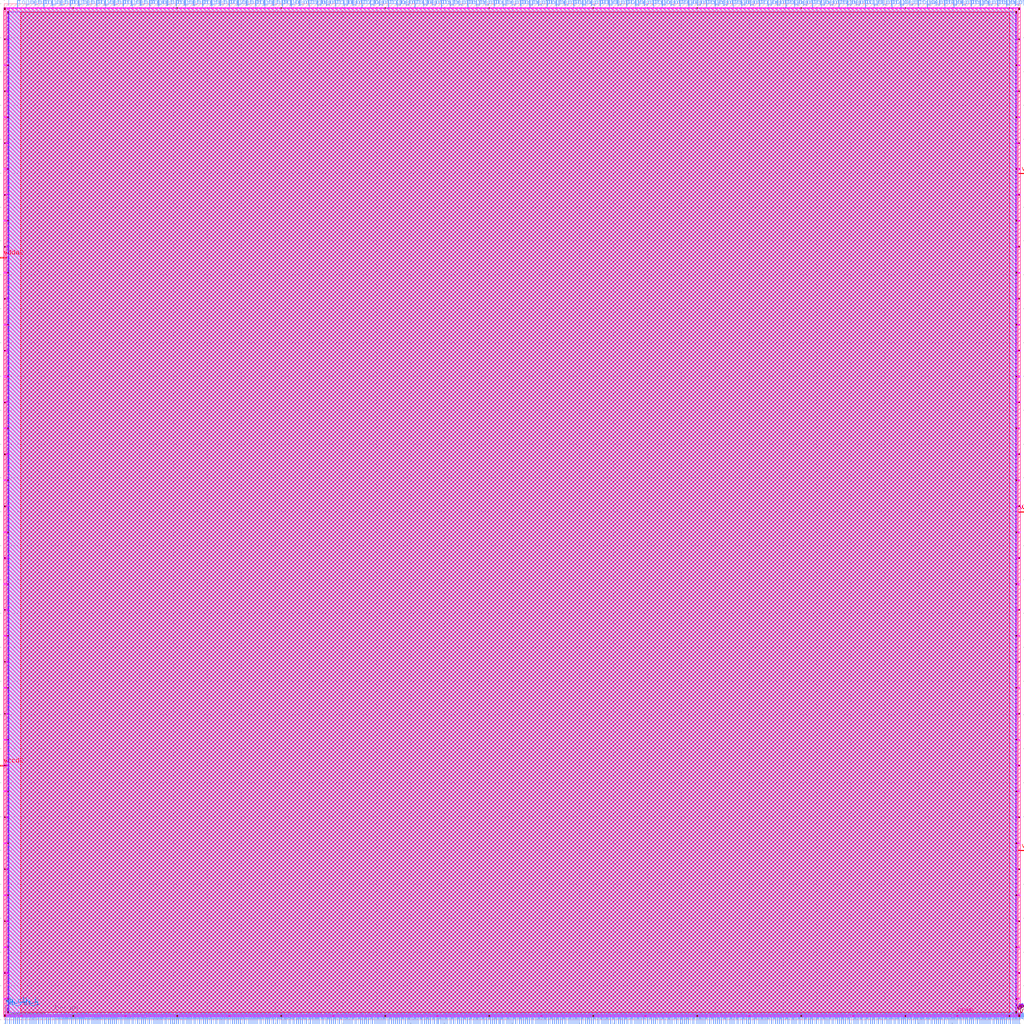
<source format=lef>
VERSION 5.7 ;
  NOWIREEXTENSIONATPIN ON ;
  DIVIDERCHAR "/" ;
  BUSBITCHARS "[]" ;
MACRO user_proj_example
  CLASS BLOCK ;
  FOREIGN user_proj_example ;
  ORIGIN 0.000 0.000 ;
  SIZE 1500.000 BY 1500.000 ;
  PIN io_in[0]
    DIRECTION INPUT ;
    PORT
      LAYER met2 ;
        RECT 6.390 1497.000 6.950 1506.000 ;
    END
  END io_in[0]
  PIN io_in[10]
    DIRECTION INPUT ;
    PORT
      LAYER met2 ;
        RECT 397.390 1497.000 397.950 1506.000 ;
    END
  END io_in[10]
  PIN io_in[11]
    DIRECTION INPUT ;
    PORT
      LAYER met2 ;
        RECT 436.490 1497.000 437.050 1506.000 ;
    END
  END io_in[11]
  PIN io_in[12]
    DIRECTION INPUT ;
    PORT
      LAYER met2 ;
        RECT 475.590 1497.000 476.150 1506.000 ;
    END
  END io_in[12]
  PIN io_in[13]
    DIRECTION INPUT ;
    PORT
      LAYER met2 ;
        RECT 514.690 1497.000 515.250 1506.000 ;
    END
  END io_in[13]
  PIN io_in[14]
    DIRECTION INPUT ;
    PORT
      LAYER met2 ;
        RECT 553.790 1497.000 554.350 1506.000 ;
    END
  END io_in[14]
  PIN io_in[15]
    DIRECTION INPUT ;
    PORT
      LAYER met2 ;
        RECT 593.350 1497.000 593.910 1506.000 ;
    END
  END io_in[15]
  PIN io_in[16]
    DIRECTION INPUT ;
    PORT
      LAYER met2 ;
        RECT 632.450 1497.000 633.010 1506.000 ;
    END
  END io_in[16]
  PIN io_in[17]
    DIRECTION INPUT ;
    PORT
      LAYER met2 ;
        RECT 671.550 1497.000 672.110 1506.000 ;
    END
  END io_in[17]
  PIN io_in[18]
    DIRECTION INPUT ;
    PORT
      LAYER met2 ;
        RECT 710.650 1497.000 711.210 1506.000 ;
    END
  END io_in[18]
  PIN io_in[19]
    DIRECTION INPUT ;
    PORT
      LAYER met2 ;
        RECT 749.750 1497.000 750.310 1506.000 ;
    END
  END io_in[19]
  PIN io_in[1]
    DIRECTION INPUT ;
    PORT
      LAYER met2 ;
        RECT 45.490 1497.000 46.050 1506.000 ;
    END
  END io_in[1]
  PIN io_in[20]
    DIRECTION INPUT ;
    PORT
      LAYER met2 ;
        RECT 788.850 1497.000 789.410 1506.000 ;
    END
  END io_in[20]
  PIN io_in[21]
    DIRECTION INPUT ;
    PORT
      LAYER met2 ;
        RECT 827.950 1497.000 828.510 1506.000 ;
    END
  END io_in[21]
  PIN io_in[22]
    DIRECTION INPUT ;
    PORT
      LAYER met2 ;
        RECT 867.050 1497.000 867.610 1506.000 ;
    END
  END io_in[22]
  PIN io_in[23]
    DIRECTION INPUT ;
    PORT
      LAYER met2 ;
        RECT 906.150 1497.000 906.710 1506.000 ;
    END
  END io_in[23]
  PIN io_in[24]
    DIRECTION INPUT ;
    PORT
      LAYER met2 ;
        RECT 945.250 1497.000 945.810 1506.000 ;
    END
  END io_in[24]
  PIN io_in[25]
    DIRECTION INPUT ;
    PORT
      LAYER met2 ;
        RECT 984.350 1497.000 984.910 1506.000 ;
    END
  END io_in[25]
  PIN io_in[26]
    DIRECTION INPUT ;
    PORT
      LAYER met2 ;
        RECT 1023.450 1497.000 1024.010 1506.000 ;
    END
  END io_in[26]
  PIN io_in[27]
    DIRECTION INPUT ;
    PORT
      LAYER met2 ;
        RECT 1062.550 1497.000 1063.110 1506.000 ;
    END
  END io_in[27]
  PIN io_in[28]
    DIRECTION INPUT ;
    PORT
      LAYER met2 ;
        RECT 1101.650 1497.000 1102.210 1506.000 ;
    END
  END io_in[28]
  PIN io_in[29]
    DIRECTION INPUT ;
    PORT
      LAYER met2 ;
        RECT 1141.210 1497.000 1141.770 1506.000 ;
    END
  END io_in[29]
  PIN io_in[2]
    DIRECTION INPUT ;
    PORT
      LAYER met2 ;
        RECT 84.590 1497.000 85.150 1506.000 ;
    END
  END io_in[2]
  PIN io_in[30]
    DIRECTION INPUT ;
    PORT
      LAYER met2 ;
        RECT 1180.310 1497.000 1180.870 1506.000 ;
    END
  END io_in[30]
  PIN io_in[31]
    DIRECTION INPUT ;
    PORT
      LAYER met2 ;
        RECT 1219.410 1497.000 1219.970 1506.000 ;
    END
  END io_in[31]
  PIN io_in[32]
    DIRECTION INPUT ;
    PORT
      LAYER met2 ;
        RECT 1258.510 1497.000 1259.070 1506.000 ;
    END
  END io_in[32]
  PIN io_in[33]
    DIRECTION INPUT ;
    PORT
      LAYER met2 ;
        RECT 1297.610 1497.000 1298.170 1506.000 ;
    END
  END io_in[33]
  PIN io_in[34]
    DIRECTION INPUT ;
    PORT
      LAYER met2 ;
        RECT 1336.710 1497.000 1337.270 1506.000 ;
    END
  END io_in[34]
  PIN io_in[35]
    DIRECTION INPUT ;
    PORT
      LAYER met2 ;
        RECT 1375.810 1497.000 1376.370 1506.000 ;
    END
  END io_in[35]
  PIN io_in[36]
    DIRECTION INPUT ;
    PORT
      LAYER met2 ;
        RECT 1414.910 1497.000 1415.470 1506.000 ;
    END
  END io_in[36]
  PIN io_in[37]
    DIRECTION INPUT ;
    PORT
      LAYER met2 ;
        RECT 1454.010 1497.000 1454.570 1506.000 ;
    END
  END io_in[37]
  PIN io_in[3]
    DIRECTION INPUT ;
    PORT
      LAYER met2 ;
        RECT 123.690 1497.000 124.250 1506.000 ;
    END
  END io_in[3]
  PIN io_in[4]
    DIRECTION INPUT ;
    PORT
      LAYER met2 ;
        RECT 162.790 1497.000 163.350 1506.000 ;
    END
  END io_in[4]
  PIN io_in[5]
    DIRECTION INPUT ;
    PORT
      LAYER met2 ;
        RECT 201.890 1497.000 202.450 1506.000 ;
    END
  END io_in[5]
  PIN io_in[6]
    DIRECTION INPUT ;
    PORT
      LAYER met2 ;
        RECT 240.990 1497.000 241.550 1506.000 ;
    END
  END io_in[6]
  PIN io_in[7]
    DIRECTION INPUT ;
    PORT
      LAYER met2 ;
        RECT 280.090 1497.000 280.650 1506.000 ;
    END
  END io_in[7]
  PIN io_in[8]
    DIRECTION INPUT ;
    PORT
      LAYER met2 ;
        RECT 319.190 1497.000 319.750 1506.000 ;
    END
  END io_in[8]
  PIN io_in[9]
    DIRECTION INPUT ;
    PORT
      LAYER met2 ;
        RECT 358.290 1497.000 358.850 1506.000 ;
    END
  END io_in[9]
  PIN io_oeb[0]
    DIRECTION OUTPUT TRISTATE ;
    PORT
      LAYER met2 ;
        RECT 19.270 1497.000 19.830 1506.000 ;
        RECT 19.480 1493.300 19.620 1497.000 ;
    END
  END io_oeb[0]
  PIN io_oeb[10]
    DIRECTION OUTPUT TRISTATE ;
    PORT
      LAYER met2 ;
        RECT 410.730 1497.000 411.290 1506.000 ;
        RECT 410.940 1493.300 411.080 1497.000 ;
    END
  END io_oeb[10]
  PIN io_oeb[11]
    DIRECTION OUTPUT TRISTATE ;
    PORT
      LAYER met2 ;
        RECT 449.830 1497.000 450.390 1506.000 ;
        RECT 450.040 1493.300 450.180 1497.000 ;
    END
  END io_oeb[11]
  PIN io_oeb[12]
    DIRECTION OUTPUT TRISTATE ;
    PORT
      LAYER met2 ;
        RECT 488.930 1497.000 489.490 1506.000 ;
        RECT 489.140 1493.300 489.280 1497.000 ;
    END
  END io_oeb[12]
  PIN io_oeb[13]
    DIRECTION OUTPUT TRISTATE ;
    PORT
      LAYER met2 ;
        RECT 528.030 1497.000 528.590 1506.000 ;
        RECT 528.240 1493.300 528.380 1497.000 ;
    END
  END io_oeb[13]
  PIN io_oeb[14]
    DIRECTION OUTPUT TRISTATE ;
    PORT
      LAYER met2 ;
        RECT 567.130 1497.000 567.690 1506.000 ;
        RECT 567.340 1493.300 567.480 1497.000 ;
    END
  END io_oeb[14]
  PIN io_oeb[15]
    DIRECTION OUTPUT TRISTATE ;
    PORT
      LAYER met2 ;
        RECT 606.230 1497.000 606.790 1506.000 ;
        RECT 606.440 1493.300 606.580 1497.000 ;
    END
  END io_oeb[15]
  PIN io_oeb[16]
    DIRECTION OUTPUT TRISTATE ;
    PORT
      LAYER met2 ;
        RECT 645.330 1497.000 645.890 1506.000 ;
        RECT 645.540 1493.300 645.680 1497.000 ;
    END
  END io_oeb[16]
  PIN io_oeb[17]
    DIRECTION OUTPUT TRISTATE ;
    PORT
      LAYER met2 ;
        RECT 684.430 1497.000 684.990 1506.000 ;
        RECT 684.640 1493.300 684.780 1497.000 ;
    END
  END io_oeb[17]
  PIN io_oeb[18]
    DIRECTION OUTPUT TRISTATE ;
    PORT
      LAYER met2 ;
        RECT 723.530 1497.000 724.090 1506.000 ;
        RECT 723.740 1493.300 723.880 1497.000 ;
    END
  END io_oeb[18]
  PIN io_oeb[19]
    DIRECTION OUTPUT TRISTATE ;
    PORT
      LAYER met2 ;
        RECT 762.630 1497.000 763.190 1506.000 ;
        RECT 762.840 1493.300 762.980 1497.000 ;
    END
  END io_oeb[19]
  PIN io_oeb[1]
    DIRECTION OUTPUT TRISTATE ;
    PORT
      LAYER met2 ;
        RECT 58.370 1497.000 58.930 1506.000 ;
        RECT 58.580 1493.300 58.720 1497.000 ;
    END
  END io_oeb[1]
  PIN io_oeb[20]
    DIRECTION OUTPUT TRISTATE ;
    PORT
      LAYER met2 ;
        RECT 801.730 1497.000 802.290 1506.000 ;
        RECT 801.940 1493.300 802.080 1497.000 ;
    END
  END io_oeb[20]
  PIN io_oeb[21]
    DIRECTION OUTPUT TRISTATE ;
    PORT
      LAYER met2 ;
        RECT 840.830 1497.000 841.390 1506.000 ;
        RECT 841.040 1493.300 841.180 1497.000 ;
    END
  END io_oeb[21]
  PIN io_oeb[22]
    DIRECTION OUTPUT TRISTATE ;
    PORT
      LAYER met2 ;
        RECT 879.930 1497.000 880.490 1506.000 ;
        RECT 880.140 1493.300 880.280 1497.000 ;
    END
  END io_oeb[22]
  PIN io_oeb[23]
    DIRECTION OUTPUT TRISTATE ;
    PORT
      LAYER met2 ;
        RECT 919.030 1497.000 919.590 1506.000 ;
        RECT 919.240 1493.300 919.380 1497.000 ;
    END
  END io_oeb[23]
  PIN io_oeb[24]
    DIRECTION OUTPUT TRISTATE ;
    PORT
      LAYER met2 ;
        RECT 958.590 1497.000 959.150 1506.000 ;
        RECT 958.800 1493.300 958.940 1497.000 ;
    END
  END io_oeb[24]
  PIN io_oeb[25]
    DIRECTION OUTPUT TRISTATE ;
    PORT
      LAYER met2 ;
        RECT 997.690 1497.000 998.250 1506.000 ;
        RECT 997.900 1493.300 998.040 1497.000 ;
    END
  END io_oeb[25]
  PIN io_oeb[26]
    DIRECTION OUTPUT TRISTATE ;
    PORT
      LAYER met2 ;
        RECT 1036.790 1497.000 1037.350 1506.000 ;
        RECT 1037.000 1493.300 1037.140 1497.000 ;
    END
  END io_oeb[26]
  PIN io_oeb[27]
    DIRECTION OUTPUT TRISTATE ;
    PORT
      LAYER met2 ;
        RECT 1075.890 1497.000 1076.450 1506.000 ;
        RECT 1076.100 1493.300 1076.240 1497.000 ;
    END
  END io_oeb[27]
  PIN io_oeb[28]
    DIRECTION OUTPUT TRISTATE ;
    PORT
      LAYER met2 ;
        RECT 1114.990 1497.000 1115.550 1506.000 ;
        RECT 1115.200 1493.300 1115.340 1497.000 ;
    END
  END io_oeb[28]
  PIN io_oeb[29]
    DIRECTION OUTPUT TRISTATE ;
    PORT
      LAYER met2 ;
        RECT 1154.090 1497.000 1154.650 1506.000 ;
        RECT 1154.300 1493.300 1154.440 1497.000 ;
    END
  END io_oeb[29]
  PIN io_oeb[2]
    DIRECTION OUTPUT TRISTATE ;
    PORT
      LAYER met2 ;
        RECT 97.470 1497.000 98.030 1506.000 ;
        RECT 97.680 1493.300 97.820 1497.000 ;
    END
  END io_oeb[2]
  PIN io_oeb[30]
    DIRECTION OUTPUT TRISTATE ;
    PORT
      LAYER met2 ;
        RECT 1193.190 1497.000 1193.750 1506.000 ;
        RECT 1193.400 1493.300 1193.540 1497.000 ;
    END
  END io_oeb[30]
  PIN io_oeb[31]
    DIRECTION OUTPUT TRISTATE ;
    PORT
      LAYER met2 ;
        RECT 1232.290 1497.000 1232.850 1506.000 ;
        RECT 1232.500 1493.300 1232.640 1497.000 ;
    END
  END io_oeb[31]
  PIN io_oeb[32]
    DIRECTION OUTPUT TRISTATE ;
    PORT
      LAYER met2 ;
        RECT 1271.390 1497.000 1271.950 1506.000 ;
        RECT 1271.600 1493.300 1271.740 1497.000 ;
    END
  END io_oeb[32]
  PIN io_oeb[33]
    DIRECTION OUTPUT TRISTATE ;
    PORT
      LAYER met2 ;
        RECT 1310.490 1497.000 1311.050 1506.000 ;
        RECT 1310.700 1493.300 1310.840 1497.000 ;
    END
  END io_oeb[33]
  PIN io_oeb[34]
    DIRECTION OUTPUT TRISTATE ;
    PORT
      LAYER met2 ;
        RECT 1349.590 1497.000 1350.150 1506.000 ;
        RECT 1349.800 1493.300 1349.940 1497.000 ;
    END
  END io_oeb[34]
  PIN io_oeb[35]
    DIRECTION OUTPUT TRISTATE ;
    PORT
      LAYER met2 ;
        RECT 1388.690 1497.000 1389.250 1506.000 ;
        RECT 1388.900 1493.300 1389.040 1497.000 ;
    END
  END io_oeb[35]
  PIN io_oeb[36]
    DIRECTION OUTPUT TRISTATE ;
    PORT
      LAYER met2 ;
        RECT 1427.790 1497.000 1428.350 1506.000 ;
        RECT 1428.000 1493.300 1428.140 1497.000 ;
    END
  END io_oeb[36]
  PIN io_oeb[37]
    DIRECTION OUTPUT TRISTATE ;
    PORT
      LAYER met2 ;
        RECT 1466.890 1497.000 1467.450 1506.000 ;
        RECT 1467.100 1493.300 1467.240 1497.000 ;
    END
  END io_oeb[37]
  PIN io_oeb[3]
    DIRECTION OUTPUT TRISTATE ;
    PORT
      LAYER met2 ;
        RECT 136.570 1497.000 137.130 1506.000 ;
        RECT 136.780 1493.300 136.920 1497.000 ;
    END
  END io_oeb[3]
  PIN io_oeb[4]
    DIRECTION OUTPUT TRISTATE ;
    PORT
      LAYER met2 ;
        RECT 175.670 1497.000 176.230 1506.000 ;
        RECT 175.880 1493.300 176.020 1497.000 ;
    END
  END io_oeb[4]
  PIN io_oeb[5]
    DIRECTION OUTPUT TRISTATE ;
    PORT
      LAYER met2 ;
        RECT 214.770 1497.000 215.330 1506.000 ;
        RECT 214.980 1493.300 215.120 1497.000 ;
    END
  END io_oeb[5]
  PIN io_oeb[6]
    DIRECTION OUTPUT TRISTATE ;
    PORT
      LAYER met2 ;
        RECT 253.870 1497.000 254.430 1506.000 ;
        RECT 254.080 1493.300 254.220 1497.000 ;
    END
  END io_oeb[6]
  PIN io_oeb[7]
    DIRECTION OUTPUT TRISTATE ;
    PORT
      LAYER met2 ;
        RECT 292.970 1497.000 293.530 1506.000 ;
        RECT 293.180 1493.300 293.320 1497.000 ;
    END
  END io_oeb[7]
  PIN io_oeb[8]
    DIRECTION OUTPUT TRISTATE ;
    PORT
      LAYER met2 ;
        RECT 332.070 1497.000 332.630 1506.000 ;
        RECT 332.280 1493.300 332.420 1497.000 ;
    END
  END io_oeb[8]
  PIN io_oeb[9]
    DIRECTION OUTPUT TRISTATE ;
    PORT
      LAYER met2 ;
        RECT 371.170 1497.000 371.730 1506.000 ;
        RECT 371.380 1493.300 371.520 1497.000 ;
    END
  END io_oeb[9]
  PIN io_out[0]
    DIRECTION OUTPUT TRISTATE ;
    PORT
      LAYER met2 ;
        RECT 32.150 1497.000 32.710 1506.000 ;
        RECT 32.360 1493.300 32.500 1497.000 ;
    END
  END io_out[0]
  PIN io_out[10]
    DIRECTION OUTPUT TRISTATE ;
    PORT
      LAYER met2 ;
        RECT 423.610 1497.000 424.170 1506.000 ;
        RECT 423.820 1493.300 423.960 1497.000 ;
    END
  END io_out[10]
  PIN io_out[11]
    DIRECTION OUTPUT TRISTATE ;
    PORT
      LAYER met2 ;
        RECT 462.710 1497.000 463.270 1506.000 ;
        RECT 462.920 1493.300 463.060 1497.000 ;
    END
  END io_out[11]
  PIN io_out[12]
    DIRECTION OUTPUT TRISTATE ;
    PORT
      LAYER met2 ;
        RECT 501.810 1497.000 502.370 1506.000 ;
        RECT 502.020 1493.300 502.160 1497.000 ;
    END
  END io_out[12]
  PIN io_out[13]
    DIRECTION OUTPUT TRISTATE ;
    PORT
      LAYER met2 ;
        RECT 540.910 1497.000 541.470 1506.000 ;
        RECT 541.120 1493.300 541.260 1497.000 ;
    END
  END io_out[13]
  PIN io_out[14]
    DIRECTION OUTPUT TRISTATE ;
    PORT
      LAYER met2 ;
        RECT 580.010 1497.000 580.570 1506.000 ;
        RECT 580.220 1493.300 580.360 1497.000 ;
    END
  END io_out[14]
  PIN io_out[15]
    DIRECTION OUTPUT TRISTATE ;
    PORT
      LAYER met2 ;
        RECT 619.110 1497.000 619.670 1506.000 ;
        RECT 619.320 1493.300 619.460 1497.000 ;
    END
  END io_out[15]
  PIN io_out[16]
    DIRECTION OUTPUT TRISTATE ;
    PORT
      LAYER met2 ;
        RECT 658.210 1497.000 658.770 1506.000 ;
        RECT 658.420 1493.300 658.560 1497.000 ;
    END
  END io_out[16]
  PIN io_out[17]
    DIRECTION OUTPUT TRISTATE ;
    PORT
      LAYER met2 ;
        RECT 697.310 1497.000 697.870 1506.000 ;
        RECT 697.520 1493.300 697.660 1497.000 ;
    END
  END io_out[17]
  PIN io_out[18]
    DIRECTION OUTPUT TRISTATE ;
    PORT
      LAYER met2 ;
        RECT 736.410 1497.000 736.970 1506.000 ;
        RECT 736.620 1493.300 736.760 1497.000 ;
    END
  END io_out[18]
  PIN io_out[19]
    DIRECTION OUTPUT TRISTATE ;
    PORT
      LAYER met2 ;
        RECT 775.970 1497.000 776.530 1506.000 ;
        RECT 776.180 1493.300 776.320 1497.000 ;
    END
  END io_out[19]
  PIN io_out[1]
    DIRECTION OUTPUT TRISTATE ;
    PORT
      LAYER met2 ;
        RECT 71.250 1497.000 71.810 1506.000 ;
        RECT 71.460 1493.300 71.600 1497.000 ;
    END
  END io_out[1]
  PIN io_out[20]
    DIRECTION OUTPUT TRISTATE ;
    PORT
      LAYER met2 ;
        RECT 815.070 1497.000 815.630 1506.000 ;
        RECT 815.280 1493.300 815.420 1497.000 ;
    END
  END io_out[20]
  PIN io_out[21]
    DIRECTION OUTPUT TRISTATE ;
    PORT
      LAYER met2 ;
        RECT 854.170 1497.000 854.730 1506.000 ;
        RECT 854.380 1493.300 854.520 1497.000 ;
    END
  END io_out[21]
  PIN io_out[22]
    DIRECTION OUTPUT TRISTATE ;
    PORT
      LAYER met2 ;
        RECT 893.270 1497.000 893.830 1506.000 ;
        RECT 893.480 1493.300 893.620 1497.000 ;
    END
  END io_out[22]
  PIN io_out[23]
    DIRECTION OUTPUT TRISTATE ;
    PORT
      LAYER met2 ;
        RECT 932.370 1497.000 932.930 1506.000 ;
        RECT 932.580 1493.300 932.720 1497.000 ;
    END
  END io_out[23]
  PIN io_out[24]
    DIRECTION OUTPUT TRISTATE ;
    PORT
      LAYER met2 ;
        RECT 971.470 1497.000 972.030 1506.000 ;
        RECT 971.680 1493.300 971.820 1497.000 ;
    END
  END io_out[24]
  PIN io_out[25]
    DIRECTION OUTPUT TRISTATE ;
    PORT
      LAYER met2 ;
        RECT 1010.570 1497.000 1011.130 1506.000 ;
        RECT 1010.780 1493.300 1010.920 1497.000 ;
    END
  END io_out[25]
  PIN io_out[26]
    DIRECTION OUTPUT TRISTATE ;
    PORT
      LAYER met2 ;
        RECT 1049.670 1497.000 1050.230 1506.000 ;
        RECT 1049.880 1493.300 1050.020 1497.000 ;
    END
  END io_out[26]
  PIN io_out[27]
    DIRECTION OUTPUT TRISTATE ;
    PORT
      LAYER met2 ;
        RECT 1088.770 1497.000 1089.330 1506.000 ;
        RECT 1088.980 1493.300 1089.120 1497.000 ;
    END
  END io_out[27]
  PIN io_out[28]
    DIRECTION OUTPUT TRISTATE ;
    PORT
      LAYER met2 ;
        RECT 1127.870 1497.000 1128.430 1506.000 ;
        RECT 1128.080 1493.300 1128.220 1497.000 ;
    END
  END io_out[28]
  PIN io_out[29]
    DIRECTION OUTPUT TRISTATE ;
    PORT
      LAYER met2 ;
        RECT 1166.970 1497.000 1167.530 1506.000 ;
        RECT 1167.180 1493.300 1167.320 1497.000 ;
    END
  END io_out[29]
  PIN io_out[2]
    DIRECTION OUTPUT TRISTATE ;
    PORT
      LAYER met2 ;
        RECT 110.350 1497.000 110.910 1506.000 ;
        RECT 110.560 1493.300 110.700 1497.000 ;
    END
  END io_out[2]
  PIN io_out[30]
    DIRECTION OUTPUT TRISTATE ;
    PORT
      LAYER met2 ;
        RECT 1206.070 1497.000 1206.630 1506.000 ;
        RECT 1206.280 1493.300 1206.420 1497.000 ;
    END
  END io_out[30]
  PIN io_out[31]
    DIRECTION OUTPUT TRISTATE ;
    PORT
      LAYER met2 ;
        RECT 1245.170 1497.000 1245.730 1506.000 ;
        RECT 1245.380 1493.300 1245.520 1497.000 ;
    END
  END io_out[31]
  PIN io_out[32]
    DIRECTION OUTPUT TRISTATE ;
    PORT
      LAYER met2 ;
        RECT 1284.270 1497.000 1284.830 1506.000 ;
        RECT 1284.480 1493.300 1284.620 1497.000 ;
    END
  END io_out[32]
  PIN io_out[33]
    DIRECTION OUTPUT TRISTATE ;
    PORT
      LAYER met2 ;
        RECT 1323.830 1497.000 1324.390 1506.000 ;
        RECT 1324.040 1493.300 1324.180 1497.000 ;
    END
  END io_out[33]
  PIN io_out[34]
    DIRECTION OUTPUT TRISTATE ;
    PORT
      LAYER met2 ;
        RECT 1362.930 1497.000 1363.490 1506.000 ;
        RECT 1363.140 1493.300 1363.280 1497.000 ;
    END
  END io_out[34]
  PIN io_out[35]
    DIRECTION OUTPUT TRISTATE ;
    PORT
      LAYER met2 ;
        RECT 1402.030 1497.000 1402.590 1506.000 ;
        RECT 1402.240 1493.300 1402.380 1497.000 ;
    END
  END io_out[35]
  PIN io_out[36]
    DIRECTION OUTPUT TRISTATE ;
    PORT
      LAYER met2 ;
        RECT 1441.130 1497.000 1441.690 1506.000 ;
        RECT 1441.340 1493.300 1441.480 1497.000 ;
    END
  END io_out[36]
  PIN io_out[37]
    DIRECTION OUTPUT TRISTATE ;
    PORT
      LAYER met2 ;
        RECT 1480.230 1497.000 1480.790 1506.000 ;
        RECT 1480.440 1493.300 1480.580 1497.000 ;
    END
  END io_out[37]
  PIN io_out[3]
    DIRECTION OUTPUT TRISTATE ;
    PORT
      LAYER met2 ;
        RECT 149.450 1497.000 150.010 1506.000 ;
        RECT 149.660 1493.300 149.800 1497.000 ;
    END
  END io_out[3]
  PIN io_out[4]
    DIRECTION OUTPUT TRISTATE ;
    PORT
      LAYER met2 ;
        RECT 188.550 1497.000 189.110 1506.000 ;
        RECT 188.760 1493.300 188.900 1497.000 ;
    END
  END io_out[4]
  PIN io_out[5]
    DIRECTION OUTPUT TRISTATE ;
    PORT
      LAYER met2 ;
        RECT 228.110 1497.000 228.670 1506.000 ;
        RECT 228.320 1493.300 228.460 1497.000 ;
    END
  END io_out[5]
  PIN io_out[6]
    DIRECTION OUTPUT TRISTATE ;
    PORT
      LAYER met2 ;
        RECT 267.210 1497.000 267.770 1506.000 ;
        RECT 267.420 1493.300 267.560 1497.000 ;
    END
  END io_out[6]
  PIN io_out[7]
    DIRECTION OUTPUT TRISTATE ;
    PORT
      LAYER met2 ;
        RECT 306.310 1497.000 306.870 1506.000 ;
        RECT 306.520 1493.300 306.660 1497.000 ;
    END
  END io_out[7]
  PIN io_out[8]
    DIRECTION OUTPUT TRISTATE ;
    PORT
      LAYER met2 ;
        RECT 345.410 1497.000 345.970 1506.000 ;
        RECT 345.620 1493.300 345.760 1497.000 ;
    END
  END io_out[8]
  PIN io_out[9]
    DIRECTION OUTPUT TRISTATE ;
    PORT
      LAYER met2 ;
        RECT 384.510 1497.000 385.070 1506.000 ;
        RECT 384.720 1493.300 384.860 1497.000 ;
    END
  END io_out[9]
  PIN la_data_in[0]
    DIRECTION INPUT ;
    PORT
      LAYER met2 ;
        RECT 324.250 -6.000 324.810 3.000 ;
    END
  END la_data_in[0]
  PIN la_data_in[100]
    DIRECTION INPUT ;
    PORT
      LAYER met2 ;
        RECT 1238.940 3.000 1239.080 6.700 ;
        RECT 1238.730 -6.000 1239.290 3.000 ;
    END
  END la_data_in[100]
  PIN la_data_in[101]
    DIRECTION INPUT ;
    PORT
      LAYER met2 ;
        RECT 1248.140 3.000 1248.280 6.700 ;
        RECT 1247.930 -6.000 1248.490 3.000 ;
    END
  END la_data_in[101]
  PIN la_data_in[102]
    DIRECTION INPUT ;
    PORT
      LAYER met2 ;
        RECT 1257.340 3.000 1257.480 6.700 ;
        RECT 1257.130 -6.000 1257.690 3.000 ;
    END
  END la_data_in[102]
  PIN la_data_in[103]
    DIRECTION INPUT ;
    PORT
      LAYER met2 ;
        RECT 1266.540 3.000 1266.680 6.700 ;
        RECT 1266.330 -6.000 1266.890 3.000 ;
    END
  END la_data_in[103]
  PIN la_data_in[104]
    DIRECTION INPUT ;
    PORT
      LAYER met2 ;
        RECT 1275.740 3.000 1275.880 6.700 ;
        RECT 1275.530 -6.000 1276.090 3.000 ;
    END
  END la_data_in[104]
  PIN la_data_in[105]
    DIRECTION INPUT ;
    PORT
      LAYER met2 ;
        RECT 1284.940 3.000 1285.080 6.700 ;
        RECT 1284.730 -6.000 1285.290 3.000 ;
    END
  END la_data_in[105]
  PIN la_data_in[106]
    DIRECTION INPUT ;
    PORT
      LAYER met2 ;
        RECT 1294.140 3.000 1294.280 6.700 ;
        RECT 1293.930 -6.000 1294.490 3.000 ;
    END
  END la_data_in[106]
  PIN la_data_in[107]
    DIRECTION INPUT ;
    PORT
      LAYER met2 ;
        RECT 1303.340 3.000 1303.480 6.700 ;
        RECT 1303.130 -6.000 1303.690 3.000 ;
    END
  END la_data_in[107]
  PIN la_data_in[108]
    DIRECTION INPUT ;
    PORT
      LAYER met2 ;
        RECT 1312.540 3.000 1312.680 6.700 ;
        RECT 1312.330 -6.000 1312.890 3.000 ;
    END
  END la_data_in[108]
  PIN la_data_in[109]
    DIRECTION INPUT ;
    PORT
      LAYER met2 ;
        RECT 1321.280 3.000 1321.420 6.700 ;
        RECT 1321.070 -6.000 1321.630 3.000 ;
    END
  END la_data_in[109]
  PIN la_data_in[10]
    DIRECTION INPUT ;
    PORT
      LAYER met2 ;
        RECT 415.790 -6.000 416.350 3.000 ;
    END
  END la_data_in[10]
  PIN la_data_in[110]
    DIRECTION INPUT ;
    PORT
      LAYER met2 ;
        RECT 1330.480 3.000 1330.620 6.700 ;
        RECT 1330.270 -6.000 1330.830 3.000 ;
    END
  END la_data_in[110]
  PIN la_data_in[111]
    DIRECTION INPUT ;
    PORT
      LAYER met2 ;
        RECT 1339.680 3.000 1339.820 6.700 ;
        RECT 1339.470 -6.000 1340.030 3.000 ;
    END
  END la_data_in[111]
  PIN la_data_in[112]
    DIRECTION INPUT ;
    PORT
      LAYER met2 ;
        RECT 1345.660 3.810 1345.800 6.700 ;
        RECT 1345.660 3.670 1348.560 3.810 ;
        RECT 1348.420 3.130 1348.560 3.670 ;
        RECT 1348.420 3.000 1349.020 3.130 ;
        RECT 1348.420 2.990 1349.230 3.000 ;
        RECT 1348.670 -6.000 1349.230 2.990 ;
    END
  END la_data_in[112]
  PIN la_data_in[113]
    DIRECTION INPUT ;
    PORT
      LAYER met2 ;
        RECT 1357.620 3.130 1357.760 6.700 ;
        RECT 1357.620 3.000 1358.220 3.130 ;
        RECT 1357.620 2.990 1358.430 3.000 ;
        RECT 1357.870 -6.000 1358.430 2.990 ;
    END
  END la_data_in[113]
  PIN la_data_in[114]
    DIRECTION INPUT ;
    PORT
      LAYER met2 ;
        RECT 1367.070 -6.000 1367.630 3.000 ;
    END
  END la_data_in[114]
  PIN la_data_in[115]
    DIRECTION INPUT ;
    PORT
      LAYER met2 ;
        RECT 1376.270 -6.000 1376.830 3.000 ;
    END
  END la_data_in[115]
  PIN la_data_in[116]
    DIRECTION INPUT ;
    PORT
      LAYER met2 ;
        RECT 1385.470 -6.000 1386.030 3.000 ;
    END
  END la_data_in[116]
  PIN la_data_in[117]
    DIRECTION INPUT ;
    PORT
      LAYER met2 ;
        RECT 1394.670 -6.000 1395.230 3.000 ;
    END
  END la_data_in[117]
  PIN la_data_in[118]
    DIRECTION INPUT ;
    PORT
      LAYER met2 ;
        RECT 1403.410 -6.000 1403.970 3.000 ;
    END
  END la_data_in[118]
  PIN la_data_in[119]
    DIRECTION INPUT ;
    PORT
      LAYER met2 ;
        RECT 1412.610 -6.000 1413.170 3.000 ;
    END
  END la_data_in[119]
  PIN la_data_in[11]
    DIRECTION INPUT ;
    PORT
      LAYER met2 ;
        RECT 424.990 -6.000 425.550 3.000 ;
    END
  END la_data_in[11]
  PIN la_data_in[120]
    DIRECTION INPUT ;
    PORT
      LAYER met2 ;
        RECT 1421.810 -6.000 1422.370 3.000 ;
    END
  END la_data_in[120]
  PIN la_data_in[121]
    DIRECTION INPUT ;
    PORT
      LAYER met2 ;
        RECT 1431.010 -6.000 1431.570 3.000 ;
    END
  END la_data_in[121]
  PIN la_data_in[122]
    DIRECTION INPUT ;
    PORT
      LAYER met2 ;
        RECT 1440.210 -6.000 1440.770 3.000 ;
    END
  END la_data_in[122]
  PIN la_data_in[123]
    DIRECTION INPUT ;
    PORT
      LAYER met2 ;
        RECT 1449.410 -6.000 1449.970 3.000 ;
    END
  END la_data_in[123]
  PIN la_data_in[124]
    DIRECTION INPUT ;
    PORT
      LAYER met2 ;
        RECT 1458.610 -6.000 1459.170 3.000 ;
    END
  END la_data_in[124]
  PIN la_data_in[125]
    DIRECTION INPUT ;
    PORT
      LAYER met2 ;
        RECT 1467.810 -6.000 1468.370 3.000 ;
    END
  END la_data_in[125]
  PIN la_data_in[126]
    DIRECTION INPUT ;
    PORT
      LAYER met2 ;
        RECT 1476.550 -6.000 1477.110 3.000 ;
    END
  END la_data_in[126]
  PIN la_data_in[127]
    DIRECTION INPUT ;
    PORT
      LAYER met2 ;
        RECT 1485.750 -6.000 1486.310 3.000 ;
    END
  END la_data_in[127]
  PIN la_data_in[12]
    DIRECTION INPUT ;
    PORT
      LAYER met2 ;
        RECT 434.190 -6.000 434.750 3.000 ;
    END
  END la_data_in[12]
  PIN la_data_in[13]
    DIRECTION INPUT ;
    PORT
      LAYER met2 ;
        RECT 443.390 -6.000 443.950 3.000 ;
    END
  END la_data_in[13]
  PIN la_data_in[14]
    DIRECTION INPUT ;
    PORT
      LAYER met2 ;
        RECT 452.130 -6.000 452.690 3.000 ;
    END
  END la_data_in[14]
  PIN la_data_in[15]
    DIRECTION INPUT ;
    PORT
      LAYER met2 ;
        RECT 461.330 -6.000 461.890 3.000 ;
    END
  END la_data_in[15]
  PIN la_data_in[16]
    DIRECTION INPUT ;
    PORT
      LAYER met2 ;
        RECT 470.530 -6.000 471.090 3.000 ;
    END
  END la_data_in[16]
  PIN la_data_in[17]
    DIRECTION INPUT ;
    PORT
      LAYER met2 ;
        RECT 479.730 -6.000 480.290 3.000 ;
    END
  END la_data_in[17]
  PIN la_data_in[18]
    DIRECTION INPUT ;
    PORT
      LAYER met2 ;
        RECT 488.930 -6.000 489.490 3.000 ;
    END
  END la_data_in[18]
  PIN la_data_in[19]
    DIRECTION INPUT ;
    PORT
      LAYER met2 ;
        RECT 498.130 -6.000 498.690 3.000 ;
    END
  END la_data_in[19]
  PIN la_data_in[1]
    DIRECTION INPUT ;
    PORT
      LAYER met2 ;
        RECT 333.450 -6.000 334.010 3.000 ;
    END
  END la_data_in[1]
  PIN la_data_in[20]
    DIRECTION INPUT ;
    PORT
      LAYER met2 ;
        RECT 507.330 -6.000 507.890 3.000 ;
    END
  END la_data_in[20]
  PIN la_data_in[21]
    DIRECTION INPUT ;
    PORT
      LAYER met2 ;
        RECT 516.530 -6.000 517.090 3.000 ;
    END
  END la_data_in[21]
  PIN la_data_in[22]
    DIRECTION INPUT ;
    PORT
      LAYER met2 ;
        RECT 525.730 -6.000 526.290 3.000 ;
    END
  END la_data_in[22]
  PIN la_data_in[23]
    DIRECTION INPUT ;
    PORT
      LAYER met2 ;
        RECT 534.470 -6.000 535.030 3.000 ;
    END
  END la_data_in[23]
  PIN la_data_in[24]
    DIRECTION INPUT ;
    PORT
      LAYER met2 ;
        RECT 543.670 -6.000 544.230 3.000 ;
    END
  END la_data_in[24]
  PIN la_data_in[25]
    DIRECTION INPUT ;
    PORT
      LAYER met2 ;
        RECT 552.870 -6.000 553.430 3.000 ;
    END
  END la_data_in[25]
  PIN la_data_in[26]
    DIRECTION INPUT ;
    PORT
      LAYER met2 ;
        RECT 562.070 -6.000 562.630 3.000 ;
    END
  END la_data_in[26]
  PIN la_data_in[27]
    DIRECTION INPUT ;
    PORT
      LAYER met2 ;
        RECT 571.270 -6.000 571.830 3.000 ;
    END
  END la_data_in[27]
  PIN la_data_in[28]
    DIRECTION INPUT ;
    PORT
      LAYER met2 ;
        RECT 580.470 -6.000 581.030 3.000 ;
    END
  END la_data_in[28]
  PIN la_data_in[29]
    DIRECTION INPUT ;
    PORT
      LAYER met2 ;
        RECT 589.670 -6.000 590.230 3.000 ;
    END
  END la_data_in[29]
  PIN la_data_in[2]
    DIRECTION INPUT ;
    PORT
      LAYER met2 ;
        RECT 342.650 -6.000 343.210 3.000 ;
    END
  END la_data_in[2]
  PIN la_data_in[30]
    DIRECTION INPUT ;
    PORT
      LAYER met2 ;
        RECT 598.870 -6.000 599.430 3.000 ;
    END
  END la_data_in[30]
  PIN la_data_in[31]
    DIRECTION INPUT ;
    PORT
      LAYER met2 ;
        RECT 607.610 -6.000 608.170 3.000 ;
    END
  END la_data_in[31]
  PIN la_data_in[32]
    DIRECTION INPUT ;
    PORT
      LAYER met2 ;
        RECT 616.810 -6.000 617.370 3.000 ;
    END
  END la_data_in[32]
  PIN la_data_in[33]
    DIRECTION INPUT ;
    PORT
      LAYER met2 ;
        RECT 626.010 -6.000 626.570 3.000 ;
    END
  END la_data_in[33]
  PIN la_data_in[34]
    DIRECTION INPUT ;
    PORT
      LAYER met2 ;
        RECT 635.210 -6.000 635.770 3.000 ;
    END
  END la_data_in[34]
  PIN la_data_in[35]
    DIRECTION INPUT ;
    PORT
      LAYER met2 ;
        RECT 644.410 -6.000 644.970 3.000 ;
    END
  END la_data_in[35]
  PIN la_data_in[36]
    DIRECTION INPUT ;
    PORT
      LAYER met2 ;
        RECT 653.610 -6.000 654.170 3.000 ;
    END
  END la_data_in[36]
  PIN la_data_in[37]
    DIRECTION INPUT ;
    PORT
      LAYER met2 ;
        RECT 662.810 -6.000 663.370 3.000 ;
    END
  END la_data_in[37]
  PIN la_data_in[38]
    DIRECTION INPUT ;
    PORT
      LAYER met2 ;
        RECT 672.010 -6.000 672.570 3.000 ;
    END
  END la_data_in[38]
  PIN la_data_in[39]
    DIRECTION INPUT ;
    PORT
      LAYER met2 ;
        RECT 681.210 -6.000 681.770 3.000 ;
    END
  END la_data_in[39]
  PIN la_data_in[3]
    DIRECTION INPUT ;
    PORT
      LAYER met2 ;
        RECT 351.850 -6.000 352.410 3.000 ;
    END
  END la_data_in[3]
  PIN la_data_in[40]
    DIRECTION INPUT ;
    PORT
      LAYER met2 ;
        RECT 689.950 -6.000 690.510 3.000 ;
    END
  END la_data_in[40]
  PIN la_data_in[41]
    DIRECTION INPUT ;
    PORT
      LAYER met2 ;
        RECT 699.150 -6.000 699.710 3.000 ;
    END
  END la_data_in[41]
  PIN la_data_in[42]
    DIRECTION INPUT ;
    PORT
      LAYER met2 ;
        RECT 708.350 -6.000 708.910 3.000 ;
    END
  END la_data_in[42]
  PIN la_data_in[43]
    DIRECTION INPUT ;
    PORT
      LAYER met2 ;
        RECT 717.550 -6.000 718.110 3.000 ;
    END
  END la_data_in[43]
  PIN la_data_in[44]
    DIRECTION INPUT ;
    PORT
      LAYER met2 ;
        RECT 726.750 -6.000 727.310 3.000 ;
    END
  END la_data_in[44]
  PIN la_data_in[45]
    DIRECTION INPUT ;
    PORT
      LAYER met2 ;
        RECT 735.950 -6.000 736.510 3.000 ;
    END
  END la_data_in[45]
  PIN la_data_in[46]
    DIRECTION INPUT ;
    PORT
      LAYER met2 ;
        RECT 745.150 -6.000 745.710 3.000 ;
    END
  END la_data_in[46]
  PIN la_data_in[47]
    DIRECTION INPUT ;
    PORT
      LAYER met2 ;
        RECT 754.350 -6.000 754.910 3.000 ;
    END
  END la_data_in[47]
  PIN la_data_in[48]
    DIRECTION INPUT ;
    PORT
      LAYER met2 ;
        RECT 763.550 -6.000 764.110 3.000 ;
    END
  END la_data_in[48]
  PIN la_data_in[49]
    DIRECTION INPUT ;
    PORT
      LAYER met2 ;
        RECT 772.290 -6.000 772.850 3.000 ;
    END
  END la_data_in[49]
  PIN la_data_in[4]
    DIRECTION INPUT ;
    PORT
      LAYER met2 ;
        RECT 361.050 -6.000 361.610 3.000 ;
    END
  END la_data_in[4]
  PIN la_data_in[50]
    DIRECTION INPUT ;
    PORT
      LAYER met2 ;
        RECT 781.490 -6.000 782.050 3.000 ;
    END
  END la_data_in[50]
  PIN la_data_in[51]
    DIRECTION INPUT ;
    PORT
      LAYER met2 ;
        RECT 790.690 -6.000 791.250 3.000 ;
    END
  END la_data_in[51]
  PIN la_data_in[52]
    DIRECTION INPUT ;
    PORT
      LAYER met2 ;
        RECT 799.890 -6.000 800.450 3.000 ;
    END
  END la_data_in[52]
  PIN la_data_in[53]
    DIRECTION INPUT ;
    PORT
      LAYER met2 ;
        RECT 809.090 -6.000 809.650 3.000 ;
    END
  END la_data_in[53]
  PIN la_data_in[54]
    DIRECTION INPUT ;
    PORT
      LAYER met2 ;
        RECT 818.290 -6.000 818.850 3.000 ;
    END
  END la_data_in[54]
  PIN la_data_in[55]
    DIRECTION INPUT ;
    PORT
      LAYER met2 ;
        RECT 827.490 -6.000 828.050 3.000 ;
    END
  END la_data_in[55]
  PIN la_data_in[56]
    DIRECTION INPUT ;
    PORT
      LAYER met2 ;
        RECT 836.690 -6.000 837.250 3.000 ;
    END
  END la_data_in[56]
  PIN la_data_in[57]
    DIRECTION INPUT ;
    PORT
      LAYER met2 ;
        RECT 845.430 -6.000 845.990 3.000 ;
    END
  END la_data_in[57]
  PIN la_data_in[58]
    DIRECTION INPUT ;
    PORT
      LAYER met2 ;
        RECT 854.630 -6.000 855.190 3.000 ;
    END
  END la_data_in[58]
  PIN la_data_in[59]
    DIRECTION INPUT ;
    PORT
      LAYER met2 ;
        RECT 863.830 -6.000 864.390 3.000 ;
    END
  END la_data_in[59]
  PIN la_data_in[5]
    DIRECTION INPUT ;
    PORT
      LAYER met2 ;
        RECT 369.790 -6.000 370.350 3.000 ;
    END
  END la_data_in[5]
  PIN la_data_in[60]
    DIRECTION INPUT ;
    PORT
      LAYER met2 ;
        RECT 873.030 -6.000 873.590 3.000 ;
    END
  END la_data_in[60]
  PIN la_data_in[61]
    DIRECTION INPUT ;
    PORT
      LAYER met2 ;
        RECT 882.230 -6.000 882.790 3.000 ;
    END
  END la_data_in[61]
  PIN la_data_in[62]
    DIRECTION INPUT ;
    PORT
      LAYER met2 ;
        RECT 891.430 -6.000 891.990 3.000 ;
    END
  END la_data_in[62]
  PIN la_data_in[63]
    DIRECTION INPUT ;
    PORT
      LAYER met2 ;
        RECT 900.630 -6.000 901.190 3.000 ;
    END
  END la_data_in[63]
  PIN la_data_in[64]
    DIRECTION INPUT ;
    PORT
      LAYER met2 ;
        RECT 910.040 3.000 910.180 6.700 ;
        RECT 909.830 -6.000 910.390 3.000 ;
    END
  END la_data_in[64]
  PIN la_data_in[65]
    DIRECTION INPUT ;
    PORT
      LAYER met2 ;
        RECT 919.240 3.000 919.380 6.700 ;
        RECT 919.030 -6.000 919.590 3.000 ;
    END
  END la_data_in[65]
  PIN la_data_in[66]
    DIRECTION INPUT ;
    PORT
      LAYER met2 ;
        RECT 927.980 3.000 928.120 6.700 ;
        RECT 927.770 -6.000 928.330 3.000 ;
    END
  END la_data_in[66]
  PIN la_data_in[67]
    DIRECTION INPUT ;
    PORT
      LAYER met2 ;
        RECT 937.180 3.000 937.320 6.700 ;
        RECT 936.970 -6.000 937.530 3.000 ;
    END
  END la_data_in[67]
  PIN la_data_in[68]
    DIRECTION INPUT ;
    PORT
      LAYER met2 ;
        RECT 946.380 3.000 946.520 6.700 ;
        RECT 946.170 -6.000 946.730 3.000 ;
    END
  END la_data_in[68]
  PIN la_data_in[69]
    DIRECTION INPUT ;
    PORT
      LAYER met2 ;
        RECT 955.580 3.000 955.720 6.700 ;
        RECT 955.370 -6.000 955.930 3.000 ;
    END
  END la_data_in[69]
  PIN la_data_in[6]
    DIRECTION INPUT ;
    PORT
      LAYER met2 ;
        RECT 378.990 -6.000 379.550 3.000 ;
    END
  END la_data_in[6]
  PIN la_data_in[70]
    DIRECTION INPUT ;
    PORT
      LAYER met2 ;
        RECT 964.780 3.000 964.920 6.700 ;
        RECT 964.570 -6.000 965.130 3.000 ;
    END
  END la_data_in[70]
  PIN la_data_in[71]
    DIRECTION INPUT ;
    PORT
      LAYER met2 ;
        RECT 973.980 3.000 974.120 6.700 ;
        RECT 973.770 -6.000 974.330 3.000 ;
    END
  END la_data_in[71]
  PIN la_data_in[72]
    DIRECTION INPUT ;
    PORT
      LAYER met2 ;
        RECT 983.180 3.000 983.320 6.700 ;
        RECT 982.970 -6.000 983.530 3.000 ;
    END
  END la_data_in[72]
  PIN la_data_in[73]
    DIRECTION INPUT ;
    PORT
      LAYER met2 ;
        RECT 992.380 3.000 992.520 6.700 ;
        RECT 992.170 -6.000 992.730 3.000 ;
    END
  END la_data_in[73]
  PIN la_data_in[74]
    DIRECTION INPUT ;
    PORT
      LAYER met2 ;
        RECT 1001.580 3.000 1001.720 6.700 ;
        RECT 1001.370 -6.000 1001.930 3.000 ;
    END
  END la_data_in[74]
  PIN la_data_in[75]
    DIRECTION INPUT ;
    PORT
      LAYER met2 ;
        RECT 1010.320 3.000 1010.460 6.700 ;
        RECT 1010.110 -6.000 1010.670 3.000 ;
    END
  END la_data_in[75]
  PIN la_data_in[76]
    DIRECTION INPUT ;
    PORT
      LAYER met2 ;
        RECT 1019.520 3.000 1019.660 6.700 ;
        RECT 1019.310 -6.000 1019.870 3.000 ;
    END
  END la_data_in[76]
  PIN la_data_in[77]
    DIRECTION INPUT ;
    PORT
      LAYER met2 ;
        RECT 1028.720 3.000 1028.860 6.700 ;
        RECT 1028.510 -6.000 1029.070 3.000 ;
    END
  END la_data_in[77]
  PIN la_data_in[78]
    DIRECTION INPUT ;
    PORT
      LAYER met2 ;
        RECT 1037.920 3.000 1038.060 6.700 ;
        RECT 1037.710 -6.000 1038.270 3.000 ;
    END
  END la_data_in[78]
  PIN la_data_in[79]
    DIRECTION INPUT ;
    PORT
      LAYER met2 ;
        RECT 1047.120 3.000 1047.260 6.700 ;
        RECT 1046.910 -6.000 1047.470 3.000 ;
    END
  END la_data_in[79]
  PIN la_data_in[7]
    DIRECTION INPUT ;
    PORT
      LAYER met2 ;
        RECT 388.190 -6.000 388.750 3.000 ;
    END
  END la_data_in[7]
  PIN la_data_in[80]
    DIRECTION INPUT ;
    PORT
      LAYER met2 ;
        RECT 1056.320 3.000 1056.460 6.700 ;
        RECT 1056.110 -6.000 1056.670 3.000 ;
    END
  END la_data_in[80]
  PIN la_data_in[81]
    DIRECTION INPUT ;
    PORT
      LAYER met2 ;
        RECT 1065.520 3.000 1065.660 6.700 ;
        RECT 1065.310 -6.000 1065.870 3.000 ;
    END
  END la_data_in[81]
  PIN la_data_in[82]
    DIRECTION INPUT ;
    PORT
      LAYER met2 ;
        RECT 1074.720 3.000 1074.860 6.700 ;
        RECT 1074.510 -6.000 1075.070 3.000 ;
    END
  END la_data_in[82]
  PIN la_data_in[83]
    DIRECTION INPUT ;
    PORT
      LAYER met2 ;
        RECT 1083.460 3.000 1083.600 6.700 ;
        RECT 1083.250 -6.000 1083.810 3.000 ;
    END
  END la_data_in[83]
  PIN la_data_in[84]
    DIRECTION INPUT ;
    PORT
      LAYER met2 ;
        RECT 1092.660 3.000 1092.800 6.700 ;
        RECT 1092.450 -6.000 1093.010 3.000 ;
    END
  END la_data_in[84]
  PIN la_data_in[85]
    DIRECTION INPUT ;
    PORT
      LAYER met2 ;
        RECT 1101.860 3.000 1102.000 6.700 ;
        RECT 1101.650 -6.000 1102.210 3.000 ;
    END
  END la_data_in[85]
  PIN la_data_in[86]
    DIRECTION INPUT ;
    PORT
      LAYER met2 ;
        RECT 1111.060 3.000 1111.200 6.700 ;
        RECT 1110.850 -6.000 1111.410 3.000 ;
    END
  END la_data_in[86]
  PIN la_data_in[87]
    DIRECTION INPUT ;
    PORT
      LAYER met2 ;
        RECT 1120.260 3.000 1120.400 6.700 ;
        RECT 1120.050 -6.000 1120.610 3.000 ;
    END
  END la_data_in[87]
  PIN la_data_in[88]
    DIRECTION INPUT ;
    PORT
      LAYER met2 ;
        RECT 1129.460 3.000 1129.600 6.700 ;
        RECT 1129.250 -6.000 1129.810 3.000 ;
    END
  END la_data_in[88]
  PIN la_data_in[89]
    DIRECTION INPUT ;
    PORT
      LAYER met2 ;
        RECT 1138.660 3.000 1138.800 6.700 ;
        RECT 1138.450 -6.000 1139.010 3.000 ;
    END
  END la_data_in[89]
  PIN la_data_in[8]
    DIRECTION INPUT ;
    PORT
      LAYER met2 ;
        RECT 397.390 -6.000 397.950 3.000 ;
    END
  END la_data_in[8]
  PIN la_data_in[90]
    DIRECTION INPUT ;
    PORT
      LAYER met2 ;
        RECT 1147.860 3.000 1148.000 6.700 ;
        RECT 1147.650 -6.000 1148.210 3.000 ;
    END
  END la_data_in[90]
  PIN la_data_in[91]
    DIRECTION INPUT ;
    PORT
      LAYER met2 ;
        RECT 1157.060 3.000 1157.200 6.700 ;
        RECT 1156.850 -6.000 1157.410 3.000 ;
    END
  END la_data_in[91]
  PIN la_data_in[92]
    DIRECTION INPUT ;
    PORT
      LAYER met2 ;
        RECT 1165.800 3.000 1165.940 6.700 ;
        RECT 1165.590 -6.000 1166.150 3.000 ;
    END
  END la_data_in[92]
  PIN la_data_in[93]
    DIRECTION INPUT ;
    PORT
      LAYER met2 ;
        RECT 1175.000 3.000 1175.140 6.700 ;
        RECT 1174.790 -6.000 1175.350 3.000 ;
    END
  END la_data_in[93]
  PIN la_data_in[94]
    DIRECTION INPUT ;
    PORT
      LAYER met2 ;
        RECT 1184.200 3.000 1184.340 6.700 ;
        RECT 1183.990 -6.000 1184.550 3.000 ;
    END
  END la_data_in[94]
  PIN la_data_in[95]
    DIRECTION INPUT ;
    PORT
      LAYER met2 ;
        RECT 1193.400 3.000 1193.540 6.700 ;
        RECT 1193.190 -6.000 1193.750 3.000 ;
    END
  END la_data_in[95]
  PIN la_data_in[96]
    DIRECTION INPUT ;
    PORT
      LAYER met2 ;
        RECT 1202.600 3.000 1202.740 6.700 ;
        RECT 1202.390 -6.000 1202.950 3.000 ;
    END
  END la_data_in[96]
  PIN la_data_in[97]
    DIRECTION INPUT ;
    PORT
      LAYER met2 ;
        RECT 1211.800 3.000 1211.940 6.700 ;
        RECT 1211.590 -6.000 1212.150 3.000 ;
    END
  END la_data_in[97]
  PIN la_data_in[98]
    DIRECTION INPUT ;
    PORT
      LAYER met2 ;
        RECT 1221.000 3.000 1221.140 6.700 ;
        RECT 1220.790 -6.000 1221.350 3.000 ;
    END
  END la_data_in[98]
  PIN la_data_in[99]
    DIRECTION INPUT ;
    PORT
      LAYER met2 ;
        RECT 1230.200 3.000 1230.340 6.700 ;
        RECT 1229.990 -6.000 1230.550 3.000 ;
    END
  END la_data_in[99]
  PIN la_data_in[9]
    DIRECTION INPUT ;
    PORT
      LAYER met2 ;
        RECT 406.590 -6.000 407.150 3.000 ;
    END
  END la_data_in[9]
  PIN la_data_out[0]
    DIRECTION OUTPUT TRISTATE ;
    PORT
      LAYER met2 ;
        RECT 327.680 3.000 327.820 6.700 ;
        RECT 327.470 -6.000 328.030 3.000 ;
    END
  END la_data_out[0]
  PIN la_data_out[100]
    DIRECTION OUTPUT TRISTATE ;
    PORT
      LAYER met2 ;
        RECT 1242.160 3.000 1242.300 6.700 ;
        RECT 1241.950 -6.000 1242.510 3.000 ;
    END
  END la_data_out[100]
  PIN la_data_out[101]
    DIRECTION OUTPUT TRISTATE ;
    PORT
      LAYER met2 ;
        RECT 1251.360 3.000 1251.500 6.700 ;
        RECT 1251.150 -6.000 1251.710 3.000 ;
    END
  END la_data_out[101]
  PIN la_data_out[102]
    DIRECTION OUTPUT TRISTATE ;
    PORT
      LAYER met2 ;
        RECT 1260.560 3.000 1260.700 6.700 ;
        RECT 1260.350 -6.000 1260.910 3.000 ;
    END
  END la_data_out[102]
  PIN la_data_out[103]
    DIRECTION OUTPUT TRISTATE ;
    PORT
      LAYER met2 ;
        RECT 1269.760 3.000 1269.900 6.700 ;
        RECT 1269.550 -6.000 1270.110 3.000 ;
    END
  END la_data_out[103]
  PIN la_data_out[104]
    DIRECTION OUTPUT TRISTATE ;
    PORT
      LAYER met2 ;
        RECT 1278.960 3.000 1279.100 6.700 ;
        RECT 1278.750 -6.000 1279.310 3.000 ;
    END
  END la_data_out[104]
  PIN la_data_out[105]
    DIRECTION OUTPUT TRISTATE ;
    PORT
      LAYER met2 ;
        RECT 1288.160 3.000 1288.300 6.700 ;
        RECT 1287.950 -6.000 1288.510 3.000 ;
    END
  END la_data_out[105]
  PIN la_data_out[106]
    DIRECTION OUTPUT TRISTATE ;
    PORT
      LAYER met2 ;
        RECT 1296.900 3.000 1297.040 6.700 ;
        RECT 1296.690 -6.000 1297.250 3.000 ;
    END
  END la_data_out[106]
  PIN la_data_out[107]
    DIRECTION OUTPUT TRISTATE ;
    PORT
      LAYER met2 ;
        RECT 1306.100 3.000 1306.240 6.700 ;
        RECT 1305.890 -6.000 1306.450 3.000 ;
    END
  END la_data_out[107]
  PIN la_data_out[108]
    DIRECTION OUTPUT TRISTATE ;
    PORT
      LAYER met2 ;
        RECT 1315.300 3.000 1315.440 6.700 ;
        RECT 1315.090 -6.000 1315.650 3.000 ;
    END
  END la_data_out[108]
  PIN la_data_out[109]
    DIRECTION OUTPUT TRISTATE ;
    PORT
      LAYER met2 ;
        RECT 1324.500 3.000 1324.640 6.700 ;
        RECT 1324.290 -6.000 1324.850 3.000 ;
    END
  END la_data_out[109]
  PIN la_data_out[10]
    DIRECTION OUTPUT TRISTATE ;
    PORT
      LAYER met2 ;
        RECT 420.600 3.130 420.740 6.700 ;
        RECT 419.220 3.000 420.740 3.130 ;
        RECT 419.010 2.990 420.740 3.000 ;
        RECT 419.010 -6.000 419.570 2.990 ;
    END
  END la_data_out[10]
  PIN la_data_out[110]
    DIRECTION OUTPUT TRISTATE ;
    PORT
      LAYER met2 ;
        RECT 1333.700 3.000 1333.840 6.700 ;
        RECT 1333.490 -6.000 1334.050 3.000 ;
    END
  END la_data_out[110]
  PIN la_data_out[111]
    DIRECTION OUTPUT TRISTATE ;
    PORT
      LAYER met2 ;
        RECT 1342.900 3.000 1343.040 6.700 ;
        RECT 1342.690 -6.000 1343.250 3.000 ;
    END
  END la_data_out[111]
  PIN la_data_out[112]
    DIRECTION OUTPUT TRISTATE ;
    PORT
      LAYER met2 ;
        RECT 1352.100 3.000 1352.240 6.700 ;
        RECT 1351.890 -6.000 1352.450 3.000 ;
    END
  END la_data_out[112]
  PIN la_data_out[113]
    DIRECTION OUTPUT TRISTATE ;
    PORT
      LAYER met2 ;
        RECT 1361.300 3.000 1361.440 6.700 ;
        RECT 1361.090 -6.000 1361.650 3.000 ;
    END
  END la_data_out[113]
  PIN la_data_out[114]
    DIRECTION OUTPUT TRISTATE ;
    PORT
      LAYER met2 ;
        RECT 1370.040 3.000 1370.180 6.700 ;
        RECT 1369.830 -6.000 1370.390 3.000 ;
    END
  END la_data_out[114]
  PIN la_data_out[115]
    DIRECTION OUTPUT TRISTATE ;
    PORT
      LAYER met2 ;
        RECT 1379.240 3.000 1379.380 6.700 ;
        RECT 1379.030 -6.000 1379.590 3.000 ;
    END
  END la_data_out[115]
  PIN la_data_out[116]
    DIRECTION OUTPUT TRISTATE ;
    PORT
      LAYER met2 ;
        RECT 1388.440 3.000 1388.580 6.700 ;
        RECT 1388.230 -6.000 1388.790 3.000 ;
    END
  END la_data_out[116]
  PIN la_data_out[117]
    DIRECTION OUTPUT TRISTATE ;
    PORT
      LAYER met2 ;
        RECT 1397.640 3.000 1397.780 6.700 ;
        RECT 1397.430 -6.000 1397.990 3.000 ;
    END
  END la_data_out[117]
  PIN la_data_out[118]
    DIRECTION OUTPUT TRISTATE ;
    PORT
      LAYER met2 ;
        RECT 1406.840 3.000 1406.980 6.700 ;
        RECT 1406.630 -6.000 1407.190 3.000 ;
    END
  END la_data_out[118]
  PIN la_data_out[119]
    DIRECTION OUTPUT TRISTATE ;
    PORT
      LAYER met2 ;
        RECT 1416.040 3.000 1416.180 6.700 ;
        RECT 1415.830 -6.000 1416.390 3.000 ;
    END
  END la_data_out[119]
  PIN la_data_out[11]
    DIRECTION OUTPUT TRISTATE ;
    PORT
      LAYER met2 ;
        RECT 427.960 3.000 428.100 6.700 ;
        RECT 427.750 -6.000 428.310 3.000 ;
    END
  END la_data_out[11]
  PIN la_data_out[120]
    DIRECTION OUTPUT TRISTATE ;
    PORT
      LAYER met2 ;
        RECT 1425.240 3.000 1425.380 6.700 ;
        RECT 1425.030 -6.000 1425.590 3.000 ;
    END
  END la_data_out[120]
  PIN la_data_out[121]
    DIRECTION OUTPUT TRISTATE ;
    PORT
      LAYER met2 ;
        RECT 1434.440 3.000 1434.580 6.700 ;
        RECT 1434.230 -6.000 1434.790 3.000 ;
    END
  END la_data_out[121]
  PIN la_data_out[122]
    DIRECTION OUTPUT TRISTATE ;
    PORT
      LAYER met2 ;
        RECT 1443.640 3.000 1443.780 6.700 ;
        RECT 1443.430 -6.000 1443.990 3.000 ;
    END
  END la_data_out[122]
  PIN la_data_out[123]
    DIRECTION OUTPUT TRISTATE ;
    PORT
      LAYER met2 ;
        RECT 1452.380 3.000 1452.520 6.700 ;
        RECT 1452.170 -6.000 1452.730 3.000 ;
    END
  END la_data_out[123]
  PIN la_data_out[124]
    DIRECTION OUTPUT TRISTATE ;
    PORT
      LAYER met2 ;
        RECT 1461.580 3.000 1461.720 6.700 ;
        RECT 1461.370 -6.000 1461.930 3.000 ;
    END
  END la_data_out[124]
  PIN la_data_out[125]
    DIRECTION OUTPUT TRISTATE ;
    PORT
      LAYER met2 ;
        RECT 1470.780 3.000 1470.920 6.700 ;
        RECT 1470.570 -6.000 1471.130 3.000 ;
    END
  END la_data_out[125]
  PIN la_data_out[126]
    DIRECTION OUTPUT TRISTATE ;
    PORT
      LAYER met2 ;
        RECT 1479.980 3.000 1480.120 6.700 ;
        RECT 1479.770 -6.000 1480.330 3.000 ;
    END
  END la_data_out[126]
  PIN la_data_out[127]
    DIRECTION OUTPUT TRISTATE ;
    PORT
      LAYER met2 ;
        RECT 1489.180 3.000 1489.320 6.700 ;
        RECT 1488.970 -6.000 1489.530 3.000 ;
    END
  END la_data_out[127]
  PIN la_data_out[12]
    DIRECTION OUTPUT TRISTATE ;
    PORT
      LAYER met2 ;
        RECT 437.160 3.000 437.300 6.700 ;
        RECT 436.950 -6.000 437.510 3.000 ;
    END
  END la_data_out[12]
  PIN la_data_out[13]
    DIRECTION OUTPUT TRISTATE ;
    PORT
      LAYER met2 ;
        RECT 446.360 3.000 446.500 6.700 ;
        RECT 446.150 -6.000 446.710 3.000 ;
    END
  END la_data_out[13]
  PIN la_data_out[14]
    DIRECTION OUTPUT TRISTATE ;
    PORT
      LAYER met2 ;
        RECT 455.560 3.000 455.700 6.700 ;
        RECT 455.350 -6.000 455.910 3.000 ;
    END
  END la_data_out[14]
  PIN la_data_out[15]
    DIRECTION OUTPUT TRISTATE ;
    PORT
      LAYER met2 ;
        RECT 464.760 3.000 464.900 6.700 ;
        RECT 464.550 -6.000 465.110 3.000 ;
    END
  END la_data_out[15]
  PIN la_data_out[16]
    DIRECTION OUTPUT TRISTATE ;
    PORT
      LAYER met2 ;
        RECT 473.960 3.000 474.100 6.700 ;
        RECT 473.750 -6.000 474.310 3.000 ;
    END
  END la_data_out[16]
  PIN la_data_out[17]
    DIRECTION OUTPUT TRISTATE ;
    PORT
      LAYER met2 ;
        RECT 483.160 3.000 483.300 6.700 ;
        RECT 482.950 -6.000 483.510 3.000 ;
    END
  END la_data_out[17]
  PIN la_data_out[18]
    DIRECTION OUTPUT TRISTATE ;
    PORT
      LAYER met2 ;
        RECT 492.360 3.000 492.500 6.700 ;
        RECT 492.150 -6.000 492.710 3.000 ;
    END
  END la_data_out[18]
  PIN la_data_out[19]
    DIRECTION OUTPUT TRISTATE ;
    PORT
      LAYER met2 ;
        RECT 503.400 3.130 503.540 6.700 ;
        RECT 501.560 3.000 503.540 3.130 ;
        RECT 501.350 2.990 503.540 3.000 ;
        RECT 501.350 -6.000 501.910 2.990 ;
    END
  END la_data_out[19]
  PIN la_data_out[1]
    DIRECTION OUTPUT TRISTATE ;
    PORT
      LAYER met2 ;
        RECT 336.880 3.000 337.020 6.700 ;
        RECT 336.670 -6.000 337.230 3.000 ;
    END
  END la_data_out[1]
  PIN la_data_out[20]
    DIRECTION OUTPUT TRISTATE ;
    PORT
      LAYER met2 ;
        RECT 510.300 3.000 510.440 6.700 ;
        RECT 510.090 -6.000 510.650 3.000 ;
    END
  END la_data_out[20]
  PIN la_data_out[21]
    DIRECTION OUTPUT TRISTATE ;
    PORT
      LAYER met2 ;
        RECT 519.500 3.000 519.640 6.700 ;
        RECT 519.290 -6.000 519.850 3.000 ;
    END
  END la_data_out[21]
  PIN la_data_out[22]
    DIRECTION OUTPUT TRISTATE ;
    PORT
      LAYER met2 ;
        RECT 528.700 3.000 528.840 6.700 ;
        RECT 528.490 -6.000 529.050 3.000 ;
    END
  END la_data_out[22]
  PIN la_data_out[23]
    DIRECTION OUTPUT TRISTATE ;
    PORT
      LAYER met2 ;
        RECT 537.900 3.000 538.040 6.700 ;
        RECT 537.690 -6.000 538.250 3.000 ;
    END
  END la_data_out[23]
  PIN la_data_out[24]
    DIRECTION OUTPUT TRISTATE ;
    PORT
      LAYER met2 ;
        RECT 547.100 3.000 547.240 6.700 ;
        RECT 546.890 -6.000 547.450 3.000 ;
    END
  END la_data_out[24]
  PIN la_data_out[25]
    DIRECTION OUTPUT TRISTATE ;
    PORT
      LAYER met2 ;
        RECT 556.300 3.000 556.440 6.700 ;
        RECT 556.090 -6.000 556.650 3.000 ;
    END
  END la_data_out[25]
  PIN la_data_out[26]
    DIRECTION OUTPUT TRISTATE ;
    PORT
      LAYER met2 ;
        RECT 565.500 3.000 565.640 6.700 ;
        RECT 565.290 -6.000 565.850 3.000 ;
    END
  END la_data_out[26]
  PIN la_data_out[27]
    DIRECTION OUTPUT TRISTATE ;
    PORT
      LAYER met2 ;
        RECT 574.700 3.000 574.840 6.700 ;
        RECT 574.490 -6.000 575.050 3.000 ;
    END
  END la_data_out[27]
  PIN la_data_out[28]
    DIRECTION OUTPUT TRISTATE ;
    PORT
      LAYER met2 ;
        RECT 583.440 3.000 583.580 6.700 ;
        RECT 583.230 -6.000 583.790 3.000 ;
    END
  END la_data_out[28]
  PIN la_data_out[29]
    DIRECTION OUTPUT TRISTATE ;
    PORT
      LAYER met2 ;
        RECT 592.640 3.000 592.780 6.700 ;
        RECT 592.430 -6.000 592.990 3.000 ;
    END
  END la_data_out[29]
  PIN la_data_out[2]
    DIRECTION OUTPUT TRISTATE ;
    PORT
      LAYER met2 ;
        RECT 345.620 3.000 345.760 6.700 ;
        RECT 345.410 -6.000 345.970 3.000 ;
    END
  END la_data_out[2]
  PIN la_data_out[30]
    DIRECTION OUTPUT TRISTATE ;
    PORT
      LAYER met2 ;
        RECT 601.840 3.000 601.980 6.700 ;
        RECT 601.630 -6.000 602.190 3.000 ;
    END
  END la_data_out[30]
  PIN la_data_out[31]
    DIRECTION OUTPUT TRISTATE ;
    PORT
      LAYER met2 ;
        RECT 611.040 3.000 611.180 6.700 ;
        RECT 610.830 -6.000 611.390 3.000 ;
    END
  END la_data_out[31]
  PIN la_data_out[32]
    DIRECTION OUTPUT TRISTATE ;
    PORT
      LAYER met2 ;
        RECT 620.240 3.000 620.380 6.700 ;
        RECT 620.030 -6.000 620.590 3.000 ;
    END
  END la_data_out[32]
  PIN la_data_out[33]
    DIRECTION OUTPUT TRISTATE ;
    PORT
      LAYER met2 ;
        RECT 629.440 3.000 629.580 6.700 ;
        RECT 629.230 -6.000 629.790 3.000 ;
    END
  END la_data_out[33]
  PIN la_data_out[34]
    DIRECTION OUTPUT TRISTATE ;
    PORT
      LAYER met2 ;
        RECT 638.640 3.000 638.780 6.700 ;
        RECT 638.430 -6.000 638.990 3.000 ;
    END
  END la_data_out[34]
  PIN la_data_out[35]
    DIRECTION OUTPUT TRISTATE ;
    PORT
      LAYER met2 ;
        RECT 647.840 3.000 647.980 6.700 ;
        RECT 647.630 -6.000 648.190 3.000 ;
    END
  END la_data_out[35]
  PIN la_data_out[36]
    DIRECTION OUTPUT TRISTATE ;
    PORT
      LAYER met2 ;
        RECT 657.040 3.000 657.180 6.700 ;
        RECT 656.830 -6.000 657.390 3.000 ;
    END
  END la_data_out[36]
  PIN la_data_out[37]
    DIRECTION OUTPUT TRISTATE ;
    PORT
      LAYER met2 ;
        RECT 665.780 3.000 665.920 6.700 ;
        RECT 665.570 -6.000 666.130 3.000 ;
    END
  END la_data_out[37]
  PIN la_data_out[38]
    DIRECTION OUTPUT TRISTATE ;
    PORT
      LAYER met2 ;
        RECT 674.980 3.000 675.120 6.700 ;
        RECT 674.770 -6.000 675.330 3.000 ;
    END
  END la_data_out[38]
  PIN la_data_out[39]
    DIRECTION OUTPUT TRISTATE ;
    PORT
      LAYER met2 ;
        RECT 684.180 3.000 684.320 6.700 ;
        RECT 683.970 -6.000 684.530 3.000 ;
    END
  END la_data_out[39]
  PIN la_data_out[3]
    DIRECTION OUTPUT TRISTATE ;
    PORT
      LAYER met2 ;
        RECT 354.820 3.000 354.960 6.700 ;
        RECT 354.610 -6.000 355.170 3.000 ;
    END
  END la_data_out[3]
  PIN la_data_out[40]
    DIRECTION OUTPUT TRISTATE ;
    PORT
      LAYER met2 ;
        RECT 694.760 3.130 694.900 6.700 ;
        RECT 693.380 3.000 694.900 3.130 ;
        RECT 693.170 2.990 694.900 3.000 ;
        RECT 693.170 -6.000 693.730 2.990 ;
    END
  END la_data_out[40]
  PIN la_data_out[41]
    DIRECTION OUTPUT TRISTATE ;
    PORT
      LAYER met2 ;
        RECT 702.580 3.000 702.720 6.700 ;
        RECT 702.370 -6.000 702.930 3.000 ;
    END
  END la_data_out[41]
  PIN la_data_out[42]
    DIRECTION OUTPUT TRISTATE ;
    PORT
      LAYER met2 ;
        RECT 711.780 3.000 711.920 6.700 ;
        RECT 711.570 -6.000 712.130 3.000 ;
    END
  END la_data_out[42]
  PIN la_data_out[43]
    DIRECTION OUTPUT TRISTATE ;
    PORT
      LAYER met2 ;
        RECT 720.980 3.000 721.120 6.700 ;
        RECT 720.770 -6.000 721.330 3.000 ;
    END
  END la_data_out[43]
  PIN la_data_out[44]
    DIRECTION OUTPUT TRISTATE ;
    PORT
      LAYER met2 ;
        RECT 730.180 3.000 730.320 6.700 ;
        RECT 729.970 -6.000 730.530 3.000 ;
    END
  END la_data_out[44]
  PIN la_data_out[45]
    DIRECTION OUTPUT TRISTATE ;
    PORT
      LAYER met2 ;
        RECT 738.920 3.000 739.060 6.700 ;
        RECT 738.710 -6.000 739.270 3.000 ;
    END
  END la_data_out[45]
  PIN la_data_out[46]
    DIRECTION OUTPUT TRISTATE ;
    PORT
      LAYER met2 ;
        RECT 748.120 3.000 748.260 6.700 ;
        RECT 747.910 -6.000 748.470 3.000 ;
    END
  END la_data_out[46]
  PIN la_data_out[47]
    DIRECTION OUTPUT TRISTATE ;
    PORT
      LAYER met2 ;
        RECT 757.320 3.000 757.460 6.700 ;
        RECT 757.110 -6.000 757.670 3.000 ;
    END
  END la_data_out[47]
  PIN la_data_out[48]
    DIRECTION OUTPUT TRISTATE ;
    PORT
      LAYER met2 ;
        RECT 766.520 3.000 766.660 6.700 ;
        RECT 766.310 -6.000 766.870 3.000 ;
    END
  END la_data_out[48]
  PIN la_data_out[49]
    DIRECTION OUTPUT TRISTATE ;
    PORT
      LAYER met2 ;
        RECT 775.720 3.000 775.860 6.700 ;
        RECT 775.510 -6.000 776.070 3.000 ;
    END
  END la_data_out[49]
  PIN la_data_out[4]
    DIRECTION OUTPUT TRISTATE ;
    PORT
      LAYER met2 ;
        RECT 364.020 3.000 364.160 6.700 ;
        RECT 363.810 -6.000 364.370 3.000 ;
    END
  END la_data_out[4]
  PIN la_data_out[50]
    DIRECTION OUTPUT TRISTATE ;
    PORT
      LAYER met2 ;
        RECT 784.920 3.000 785.060 6.700 ;
        RECT 784.710 -6.000 785.270 3.000 ;
    END
  END la_data_out[50]
  PIN la_data_out[51]
    DIRECTION OUTPUT TRISTATE ;
    PORT
      LAYER met2 ;
        RECT 794.120 3.000 794.260 6.700 ;
        RECT 793.910 -6.000 794.470 3.000 ;
    END
  END la_data_out[51]
  PIN la_data_out[52]
    DIRECTION OUTPUT TRISTATE ;
    PORT
      LAYER met2 ;
        RECT 803.320 3.000 803.460 6.700 ;
        RECT 803.110 -6.000 803.670 3.000 ;
    END
  END la_data_out[52]
  PIN la_data_out[53]
    DIRECTION OUTPUT TRISTATE ;
    PORT
      LAYER met2 ;
        RECT 812.520 3.000 812.660 6.700 ;
        RECT 812.310 -6.000 812.870 3.000 ;
    END
  END la_data_out[53]
  PIN la_data_out[54]
    DIRECTION OUTPUT TRISTATE ;
    PORT
      LAYER met2 ;
        RECT 821.260 3.000 821.400 6.700 ;
        RECT 821.050 -6.000 821.610 3.000 ;
    END
  END la_data_out[54]
  PIN la_data_out[55]
    DIRECTION OUTPUT TRISTATE ;
    PORT
      LAYER met2 ;
        RECT 830.460 3.000 830.600 6.700 ;
        RECT 830.250 -6.000 830.810 3.000 ;
    END
  END la_data_out[55]
  PIN la_data_out[56]
    DIRECTION OUTPUT TRISTATE ;
    PORT
      LAYER met2 ;
        RECT 839.660 3.000 839.800 6.700 ;
        RECT 839.450 -6.000 840.010 3.000 ;
    END
  END la_data_out[56]
  PIN la_data_out[57]
    DIRECTION OUTPUT TRISTATE ;
    PORT
      LAYER met2 ;
        RECT 848.860 3.000 849.000 6.700 ;
        RECT 848.650 -6.000 849.210 3.000 ;
    END
  END la_data_out[57]
  PIN la_data_out[58]
    DIRECTION OUTPUT TRISTATE ;
    PORT
      LAYER met2 ;
        RECT 858.060 3.000 858.200 6.700 ;
        RECT 857.850 -6.000 858.410 3.000 ;
    END
  END la_data_out[58]
  PIN la_data_out[59]
    DIRECTION OUTPUT TRISTATE ;
    PORT
      LAYER met2 ;
        RECT 867.260 3.000 867.400 6.700 ;
        RECT 867.050 -6.000 867.610 3.000 ;
    END
  END la_data_out[59]
  PIN la_data_out[5]
    DIRECTION OUTPUT TRISTATE ;
    PORT
      LAYER met2 ;
        RECT 373.220 3.000 373.360 6.700 ;
        RECT 373.010 -6.000 373.570 3.000 ;
    END
  END la_data_out[5]
  PIN la_data_out[60]
    DIRECTION OUTPUT TRISTATE ;
    PORT
      LAYER met2 ;
        RECT 876.460 3.000 876.600 6.700 ;
        RECT 876.250 -6.000 876.810 3.000 ;
    END
  END la_data_out[60]
  PIN la_data_out[61]
    DIRECTION OUTPUT TRISTATE ;
    PORT
      LAYER met2 ;
        RECT 885.660 3.000 885.800 6.700 ;
        RECT 885.450 -6.000 886.010 3.000 ;
    END
  END la_data_out[61]
  PIN la_data_out[62]
    DIRECTION OUTPUT TRISTATE ;
    PORT
      LAYER met2 ;
        RECT 894.860 3.000 895.000 6.700 ;
        RECT 894.650 -6.000 895.210 3.000 ;
    END
  END la_data_out[62]
  PIN la_data_out[63]
    DIRECTION OUTPUT TRISTATE ;
    PORT
      LAYER met2 ;
        RECT 903.600 3.000 903.740 6.700 ;
        RECT 903.390 -6.000 903.950 3.000 ;
    END
  END la_data_out[63]
  PIN la_data_out[64]
    DIRECTION OUTPUT TRISTATE ;
    PORT
      LAYER met2 ;
        RECT 912.800 3.000 912.940 6.700 ;
        RECT 912.590 -6.000 913.150 3.000 ;
    END
  END la_data_out[64]
  PIN la_data_out[65]
    DIRECTION OUTPUT TRISTATE ;
    PORT
      LAYER met2 ;
        RECT 922.000 3.000 922.140 6.700 ;
        RECT 921.790 -6.000 922.350 3.000 ;
    END
  END la_data_out[65]
  PIN la_data_out[66]
    DIRECTION OUTPUT TRISTATE ;
    PORT
      LAYER met2 ;
        RECT 931.200 3.000 931.340 6.700 ;
        RECT 930.990 -6.000 931.550 3.000 ;
    END
  END la_data_out[66]
  PIN la_data_out[67]
    DIRECTION OUTPUT TRISTATE ;
    PORT
      LAYER met2 ;
        RECT 940.400 3.000 940.540 6.700 ;
        RECT 940.190 -6.000 940.750 3.000 ;
    END
  END la_data_out[67]
  PIN la_data_out[68]
    DIRECTION OUTPUT TRISTATE ;
    PORT
      LAYER met2 ;
        RECT 949.600 3.000 949.740 6.700 ;
        RECT 949.390 -6.000 949.950 3.000 ;
    END
  END la_data_out[68]
  PIN la_data_out[69]
    DIRECTION OUTPUT TRISTATE ;
    PORT
      LAYER met2 ;
        RECT 958.800 3.000 958.940 6.700 ;
        RECT 958.590 -6.000 959.150 3.000 ;
    END
  END la_data_out[69]
  PIN la_data_out[6]
    DIRECTION OUTPUT TRISTATE ;
    PORT
      LAYER met2 ;
        RECT 382.420 3.000 382.560 6.700 ;
        RECT 382.210 -6.000 382.770 3.000 ;
    END
  END la_data_out[6]
  PIN la_data_out[70]
    DIRECTION OUTPUT TRISTATE ;
    PORT
      LAYER met2 ;
        RECT 968.000 3.000 968.140 6.700 ;
        RECT 967.790 -6.000 968.350 3.000 ;
    END
  END la_data_out[70]
  PIN la_data_out[71]
    DIRECTION OUTPUT TRISTATE ;
    PORT
      LAYER met2 ;
        RECT 976.740 3.000 976.880 6.700 ;
        RECT 976.530 -6.000 977.090 3.000 ;
    END
  END la_data_out[71]
  PIN la_data_out[72]
    DIRECTION OUTPUT TRISTATE ;
    PORT
      LAYER met2 ;
        RECT 985.940 3.000 986.080 6.700 ;
        RECT 985.730 -6.000 986.290 3.000 ;
    END
  END la_data_out[72]
  PIN la_data_out[73]
    DIRECTION OUTPUT TRISTATE ;
    PORT
      LAYER met2 ;
        RECT 995.140 3.000 995.280 6.700 ;
        RECT 994.930 -6.000 995.490 3.000 ;
    END
  END la_data_out[73]
  PIN la_data_out[74]
    DIRECTION OUTPUT TRISTATE ;
    PORT
      LAYER met2 ;
        RECT 1004.340 3.000 1004.480 6.700 ;
        RECT 1004.130 -6.000 1004.690 3.000 ;
    END
  END la_data_out[74]
  PIN la_data_out[75]
    DIRECTION OUTPUT TRISTATE ;
    PORT
      LAYER met2 ;
        RECT 1013.540 3.000 1013.680 6.700 ;
        RECT 1013.330 -6.000 1013.890 3.000 ;
    END
  END la_data_out[75]
  PIN la_data_out[76]
    DIRECTION OUTPUT TRISTATE ;
    PORT
      LAYER met2 ;
        RECT 1022.740 3.000 1022.880 6.700 ;
        RECT 1022.530 -6.000 1023.090 3.000 ;
    END
  END la_data_out[76]
  PIN la_data_out[77]
    DIRECTION OUTPUT TRISTATE ;
    PORT
      LAYER met2 ;
        RECT 1031.940 3.000 1032.080 6.700 ;
        RECT 1031.730 -6.000 1032.290 3.000 ;
    END
  END la_data_out[77]
  PIN la_data_out[78]
    DIRECTION OUTPUT TRISTATE ;
    PORT
      LAYER met2 ;
        RECT 1041.140 3.000 1041.280 6.700 ;
        RECT 1040.930 -6.000 1041.490 3.000 ;
    END
  END la_data_out[78]
  PIN la_data_out[79]
    DIRECTION OUTPUT TRISTATE ;
    PORT
      LAYER met2 ;
        RECT 1050.340 3.000 1050.480 6.700 ;
        RECT 1050.130 -6.000 1050.690 3.000 ;
    END
  END la_data_out[79]
  PIN la_data_out[7]
    DIRECTION OUTPUT TRISTATE ;
    PORT
      LAYER met2 ;
        RECT 393.000 3.130 393.140 6.700 ;
        RECT 391.620 3.000 393.140 3.130 ;
        RECT 391.410 2.990 393.140 3.000 ;
        RECT 391.410 -6.000 391.970 2.990 ;
    END
  END la_data_out[7]
  PIN la_data_out[80]
    DIRECTION OUTPUT TRISTATE ;
    PORT
      LAYER met2 ;
        RECT 1059.080 3.000 1059.220 6.700 ;
        RECT 1058.870 -6.000 1059.430 3.000 ;
    END
  END la_data_out[80]
  PIN la_data_out[81]
    DIRECTION OUTPUT TRISTATE ;
    PORT
      LAYER met2 ;
        RECT 1068.280 3.000 1068.420 6.700 ;
        RECT 1068.070 -6.000 1068.630 3.000 ;
    END
  END la_data_out[81]
  PIN la_data_out[82]
    DIRECTION OUTPUT TRISTATE ;
    PORT
      LAYER met2 ;
        RECT 1077.480 3.000 1077.620 6.700 ;
        RECT 1077.270 -6.000 1077.830 3.000 ;
    END
  END la_data_out[82]
  PIN la_data_out[83]
    DIRECTION OUTPUT TRISTATE ;
    PORT
      LAYER met2 ;
        RECT 1086.680 3.000 1086.820 6.700 ;
        RECT 1086.470 -6.000 1087.030 3.000 ;
    END
  END la_data_out[83]
  PIN la_data_out[84]
    DIRECTION OUTPUT TRISTATE ;
    PORT
      LAYER met2 ;
        RECT 1095.880 3.000 1096.020 6.700 ;
        RECT 1095.670 -6.000 1096.230 3.000 ;
    END
  END la_data_out[84]
  PIN la_data_out[85]
    DIRECTION OUTPUT TRISTATE ;
    PORT
      LAYER met2 ;
        RECT 1105.080 3.000 1105.220 6.700 ;
        RECT 1104.870 -6.000 1105.430 3.000 ;
    END
  END la_data_out[85]
  PIN la_data_out[86]
    DIRECTION OUTPUT TRISTATE ;
    PORT
      LAYER met2 ;
        RECT 1114.280 3.000 1114.420 6.700 ;
        RECT 1114.070 -6.000 1114.630 3.000 ;
    END
  END la_data_out[86]
  PIN la_data_out[87]
    DIRECTION OUTPUT TRISTATE ;
    PORT
      LAYER met2 ;
        RECT 1123.480 3.000 1123.620 6.700 ;
        RECT 1123.270 -6.000 1123.830 3.000 ;
    END
  END la_data_out[87]
  PIN la_data_out[88]
    DIRECTION OUTPUT TRISTATE ;
    PORT
      LAYER met2 ;
        RECT 1132.680 3.000 1132.820 6.700 ;
        RECT 1132.470 -6.000 1133.030 3.000 ;
    END
  END la_data_out[88]
  PIN la_data_out[89]
    DIRECTION OUTPUT TRISTATE ;
    PORT
      LAYER met2 ;
        RECT 1141.420 3.000 1141.560 6.700 ;
        RECT 1141.210 -6.000 1141.770 3.000 ;
    END
  END la_data_out[89]
  PIN la_data_out[8]
    DIRECTION OUTPUT TRISTATE ;
    PORT
      LAYER met2 ;
        RECT 400.820 3.000 400.960 6.700 ;
        RECT 400.610 -6.000 401.170 3.000 ;
    END
  END la_data_out[8]
  PIN la_data_out[90]
    DIRECTION OUTPUT TRISTATE ;
    PORT
      LAYER met2 ;
        RECT 1150.620 3.000 1150.760 6.700 ;
        RECT 1150.410 -6.000 1150.970 3.000 ;
    END
  END la_data_out[90]
  PIN la_data_out[91]
    DIRECTION OUTPUT TRISTATE ;
    PORT
      LAYER met2 ;
        RECT 1159.820 3.000 1159.960 6.700 ;
        RECT 1159.610 -6.000 1160.170 3.000 ;
    END
  END la_data_out[91]
  PIN la_data_out[92]
    DIRECTION OUTPUT TRISTATE ;
    PORT
      LAYER met2 ;
        RECT 1169.020 3.000 1169.160 6.700 ;
        RECT 1168.810 -6.000 1169.370 3.000 ;
    END
  END la_data_out[92]
  PIN la_data_out[93]
    DIRECTION OUTPUT TRISTATE ;
    PORT
      LAYER met2 ;
        RECT 1178.220 3.000 1178.360 6.700 ;
        RECT 1178.010 -6.000 1178.570 3.000 ;
    END
  END la_data_out[93]
  PIN la_data_out[94]
    DIRECTION OUTPUT TRISTATE ;
    PORT
      LAYER met2 ;
        RECT 1187.420 3.000 1187.560 6.700 ;
        RECT 1187.210 -6.000 1187.770 3.000 ;
    END
  END la_data_out[94]
  PIN la_data_out[95]
    DIRECTION OUTPUT TRISTATE ;
    PORT
      LAYER met2 ;
        RECT 1196.620 3.000 1196.760 6.700 ;
        RECT 1196.410 -6.000 1196.970 3.000 ;
    END
  END la_data_out[95]
  PIN la_data_out[96]
    DIRECTION OUTPUT TRISTATE ;
    PORT
      LAYER met2 ;
        RECT 1205.820 3.000 1205.960 6.700 ;
        RECT 1205.610 -6.000 1206.170 3.000 ;
    END
  END la_data_out[96]
  PIN la_data_out[97]
    DIRECTION OUTPUT TRISTATE ;
    PORT
      LAYER met2 ;
        RECT 1214.560 3.000 1214.700 6.700 ;
        RECT 1214.350 -6.000 1214.910 3.000 ;
    END
  END la_data_out[97]
  PIN la_data_out[98]
    DIRECTION OUTPUT TRISTATE ;
    PORT
      LAYER met2 ;
        RECT 1223.760 3.000 1223.900 6.700 ;
        RECT 1223.550 -6.000 1224.110 3.000 ;
    END
  END la_data_out[98]
  PIN la_data_out[99]
    DIRECTION OUTPUT TRISTATE ;
    PORT
      LAYER met2 ;
        RECT 1232.960 3.000 1233.100 6.700 ;
        RECT 1232.750 -6.000 1233.310 3.000 ;
    END
  END la_data_out[99]
  PIN la_data_out[9]
    DIRECTION OUTPUT TRISTATE ;
    PORT
      LAYER met2 ;
        RECT 410.020 3.000 410.160 6.700 ;
        RECT 409.810 -6.000 410.370 3.000 ;
    END
  END la_data_out[9]
  PIN la_oen[0]
    DIRECTION INPUT ;
    PORT
      LAYER met2 ;
        RECT 330.230 -6.000 330.790 3.000 ;
    END
  END la_oen[0]
  PIN la_oen[100]
    DIRECTION INPUT ;
    PORT
      LAYER met2 ;
        RECT 1245.170 -6.000 1245.730 3.000 ;
    END
  END la_oen[100]
  PIN la_oen[101]
    DIRECTION INPUT ;
    PORT
      LAYER met2 ;
        RECT 1254.370 -6.000 1254.930 3.000 ;
    END
  END la_oen[101]
  PIN la_oen[102]
    DIRECTION INPUT ;
    PORT
      LAYER met2 ;
        RECT 1263.570 -6.000 1264.130 3.000 ;
    END
  END la_oen[102]
  PIN la_oen[103]
    DIRECTION INPUT ;
    PORT
      LAYER met2 ;
        RECT 1272.310 -6.000 1272.870 3.000 ;
    END
  END la_oen[103]
  PIN la_oen[104]
    DIRECTION INPUT ;
    PORT
      LAYER met2 ;
        RECT 1281.510 -6.000 1282.070 3.000 ;
    END
  END la_oen[104]
  PIN la_oen[105]
    DIRECTION INPUT ;
    PORT
      LAYER met2 ;
        RECT 1290.710 -6.000 1291.270 3.000 ;
    END
  END la_oen[105]
  PIN la_oen[106]
    DIRECTION INPUT ;
    PORT
      LAYER met2 ;
        RECT 1299.910 -6.000 1300.470 3.000 ;
    END
  END la_oen[106]
  PIN la_oen[107]
    DIRECTION INPUT ;
    PORT
      LAYER met2 ;
        RECT 1309.110 -6.000 1309.670 3.000 ;
    END
  END la_oen[107]
  PIN la_oen[108]
    DIRECTION INPUT ;
    PORT
      LAYER met2 ;
        RECT 1318.310 -6.000 1318.870 3.000 ;
    END
  END la_oen[108]
  PIN la_oen[109]
    DIRECTION INPUT ;
    PORT
      LAYER met2 ;
        RECT 1327.510 -6.000 1328.070 3.000 ;
    END
  END la_oen[109]
  PIN la_oen[10]
    DIRECTION INPUT ;
    PORT
      LAYER met2 ;
        RECT 421.770 -6.000 422.330 3.000 ;
    END
  END la_oen[10]
  PIN la_oen[110]
    DIRECTION INPUT ;
    PORT
      LAYER met2 ;
        RECT 1336.710 -6.000 1337.270 3.000 ;
    END
  END la_oen[110]
  PIN la_oen[111]
    DIRECTION INPUT ;
    PORT
      LAYER met2 ;
        RECT 1345.450 -6.000 1346.010 3.000 ;
    END
  END la_oen[111]
  PIN la_oen[112]
    DIRECTION INPUT ;
    PORT
      LAYER met2 ;
        RECT 1354.650 -6.000 1355.210 3.000 ;
    END
  END la_oen[112]
  PIN la_oen[113]
    DIRECTION INPUT ;
    PORT
      LAYER met2 ;
        RECT 1363.850 -6.000 1364.410 3.000 ;
    END
  END la_oen[113]
  PIN la_oen[114]
    DIRECTION INPUT ;
    PORT
      LAYER met2 ;
        RECT 1373.050 -6.000 1373.610 3.000 ;
    END
  END la_oen[114]
  PIN la_oen[115]
    DIRECTION INPUT ;
    PORT
      LAYER met2 ;
        RECT 1382.250 -6.000 1382.810 3.000 ;
    END
  END la_oen[115]
  PIN la_oen[116]
    DIRECTION INPUT ;
    PORT
      LAYER met2 ;
        RECT 1391.450 -6.000 1392.010 3.000 ;
    END
  END la_oen[116]
  PIN la_oen[117]
    DIRECTION INPUT ;
    PORT
      LAYER met2 ;
        RECT 1400.650 -6.000 1401.210 3.000 ;
    END
  END la_oen[117]
  PIN la_oen[118]
    DIRECTION INPUT ;
    PORT
      LAYER met2 ;
        RECT 1409.850 -6.000 1410.410 3.000 ;
    END
  END la_oen[118]
  PIN la_oen[119]
    DIRECTION INPUT ;
    PORT
      LAYER met2 ;
        RECT 1419.050 -6.000 1419.610 3.000 ;
    END
  END la_oen[119]
  PIN la_oen[11]
    DIRECTION INPUT ;
    PORT
      LAYER met2 ;
        RECT 430.970 -6.000 431.530 3.000 ;
    END
  END la_oen[11]
  PIN la_oen[120]
    DIRECTION INPUT ;
    PORT
      LAYER met2 ;
        RECT 1427.790 -6.000 1428.350 3.000 ;
    END
  END la_oen[120]
  PIN la_oen[121]
    DIRECTION INPUT ;
    PORT
      LAYER met2 ;
        RECT 1436.990 -6.000 1437.550 3.000 ;
    END
  END la_oen[121]
  PIN la_oen[122]
    DIRECTION INPUT ;
    PORT
      LAYER met2 ;
        RECT 1446.190 -6.000 1446.750 3.000 ;
    END
  END la_oen[122]
  PIN la_oen[123]
    DIRECTION INPUT ;
    PORT
      LAYER met2 ;
        RECT 1455.390 -6.000 1455.950 3.000 ;
    END
  END la_oen[123]
  PIN la_oen[124]
    DIRECTION INPUT ;
    PORT
      LAYER met2 ;
        RECT 1464.590 -6.000 1465.150 3.000 ;
    END
  END la_oen[124]
  PIN la_oen[125]
    DIRECTION INPUT ;
    PORT
      LAYER met2 ;
        RECT 1473.790 -6.000 1474.350 3.000 ;
    END
  END la_oen[125]
  PIN la_oen[126]
    DIRECTION INPUT ;
    PORT
      LAYER met2 ;
        RECT 1482.990 -6.000 1483.550 3.000 ;
    END
  END la_oen[126]
  PIN la_oen[127]
    DIRECTION INPUT ;
    PORT
      LAYER met2 ;
        RECT 1492.190 -6.000 1492.750 3.000 ;
    END
  END la_oen[127]
  PIN la_oen[12]
    DIRECTION INPUT ;
    PORT
      LAYER met2 ;
        RECT 440.170 -6.000 440.730 3.000 ;
    END
  END la_oen[12]
  PIN la_oen[13]
    DIRECTION INPUT ;
    PORT
      LAYER met2 ;
        RECT 449.370 -6.000 449.930 3.000 ;
    END
  END la_oen[13]
  PIN la_oen[14]
    DIRECTION INPUT ;
    PORT
      LAYER met2 ;
        RECT 458.570 -6.000 459.130 3.000 ;
    END
  END la_oen[14]
  PIN la_oen[15]
    DIRECTION INPUT ;
    PORT
      LAYER met2 ;
        RECT 467.770 -6.000 468.330 3.000 ;
    END
  END la_oen[15]
  PIN la_oen[16]
    DIRECTION INPUT ;
    PORT
      LAYER met2 ;
        RECT 476.510 -6.000 477.070 3.000 ;
    END
  END la_oen[16]
  PIN la_oen[17]
    DIRECTION INPUT ;
    PORT
      LAYER met2 ;
        RECT 485.710 -6.000 486.270 3.000 ;
    END
  END la_oen[17]
  PIN la_oen[18]
    DIRECTION INPUT ;
    PORT
      LAYER met2 ;
        RECT 494.910 -6.000 495.470 3.000 ;
    END
  END la_oen[18]
  PIN la_oen[19]
    DIRECTION INPUT ;
    PORT
      LAYER met2 ;
        RECT 504.110 -6.000 504.670 3.000 ;
    END
  END la_oen[19]
  PIN la_oen[1]
    DIRECTION INPUT ;
    PORT
      LAYER met2 ;
        RECT 339.430 -6.000 339.990 3.000 ;
    END
  END la_oen[1]
  PIN la_oen[20]
    DIRECTION INPUT ;
    PORT
      LAYER met2 ;
        RECT 513.310 -6.000 513.870 3.000 ;
    END
  END la_oen[20]
  PIN la_oen[21]
    DIRECTION INPUT ;
    PORT
      LAYER met2 ;
        RECT 522.510 -6.000 523.070 3.000 ;
    END
  END la_oen[21]
  PIN la_oen[22]
    DIRECTION INPUT ;
    PORT
      LAYER met2 ;
        RECT 531.710 -6.000 532.270 3.000 ;
    END
  END la_oen[22]
  PIN la_oen[23]
    DIRECTION INPUT ;
    PORT
      LAYER met2 ;
        RECT 540.910 -6.000 541.470 3.000 ;
    END
  END la_oen[23]
  PIN la_oen[24]
    DIRECTION INPUT ;
    PORT
      LAYER met2 ;
        RECT 550.110 -6.000 550.670 3.000 ;
    END
  END la_oen[24]
  PIN la_oen[25]
    DIRECTION INPUT ;
    PORT
      LAYER met2 ;
        RECT 558.850 -6.000 559.410 3.000 ;
    END
  END la_oen[25]
  PIN la_oen[26]
    DIRECTION INPUT ;
    PORT
      LAYER met2 ;
        RECT 568.050 -6.000 568.610 3.000 ;
    END
  END la_oen[26]
  PIN la_oen[27]
    DIRECTION INPUT ;
    PORT
      LAYER met2 ;
        RECT 577.250 -6.000 577.810 3.000 ;
    END
  END la_oen[27]
  PIN la_oen[28]
    DIRECTION INPUT ;
    PORT
      LAYER met2 ;
        RECT 586.450 -6.000 587.010 3.000 ;
    END
  END la_oen[28]
  PIN la_oen[29]
    DIRECTION INPUT ;
    PORT
      LAYER met2 ;
        RECT 595.650 -6.000 596.210 3.000 ;
    END
  END la_oen[29]
  PIN la_oen[2]
    DIRECTION INPUT ;
    PORT
      LAYER met2 ;
        RECT 348.630 -6.000 349.190 3.000 ;
    END
  END la_oen[2]
  PIN la_oen[30]
    DIRECTION INPUT ;
    PORT
      LAYER met2 ;
        RECT 604.850 -6.000 605.410 3.000 ;
    END
  END la_oen[30]
  PIN la_oen[31]
    DIRECTION INPUT ;
    PORT
      LAYER met2 ;
        RECT 614.050 -6.000 614.610 3.000 ;
    END
  END la_oen[31]
  PIN la_oen[32]
    DIRECTION INPUT ;
    PORT
      LAYER met2 ;
        RECT 623.250 -6.000 623.810 3.000 ;
    END
  END la_oen[32]
  PIN la_oen[33]
    DIRECTION INPUT ;
    PORT
      LAYER met2 ;
        RECT 632.450 -6.000 633.010 3.000 ;
    END
  END la_oen[33]
  PIN la_oen[34]
    DIRECTION INPUT ;
    PORT
      LAYER met2 ;
        RECT 641.190 -6.000 641.750 3.000 ;
    END
  END la_oen[34]
  PIN la_oen[35]
    DIRECTION INPUT ;
    PORT
      LAYER met2 ;
        RECT 650.390 -6.000 650.950 3.000 ;
    END
  END la_oen[35]
  PIN la_oen[36]
    DIRECTION INPUT ;
    PORT
      LAYER met2 ;
        RECT 659.590 -6.000 660.150 3.000 ;
    END
  END la_oen[36]
  PIN la_oen[37]
    DIRECTION INPUT ;
    PORT
      LAYER met2 ;
        RECT 668.790 -6.000 669.350 3.000 ;
    END
  END la_oen[37]
  PIN la_oen[38]
    DIRECTION INPUT ;
    PORT
      LAYER met2 ;
        RECT 677.990 -6.000 678.550 3.000 ;
    END
  END la_oen[38]
  PIN la_oen[39]
    DIRECTION INPUT ;
    PORT
      LAYER met2 ;
        RECT 687.190 -6.000 687.750 3.000 ;
    END
  END la_oen[39]
  PIN la_oen[3]
    DIRECTION INPUT ;
    PORT
      LAYER met2 ;
        RECT 357.830 -6.000 358.390 3.000 ;
    END
  END la_oen[3]
  PIN la_oen[40]
    DIRECTION INPUT ;
    PORT
      LAYER met2 ;
        RECT 696.390 -6.000 696.950 3.000 ;
    END
  END la_oen[40]
  PIN la_oen[41]
    DIRECTION INPUT ;
    PORT
      LAYER met2 ;
        RECT 705.590 -6.000 706.150 3.000 ;
    END
  END la_oen[41]
  PIN la_oen[42]
    DIRECTION INPUT ;
    PORT
      LAYER met2 ;
        RECT 714.330 -6.000 714.890 3.000 ;
    END
  END la_oen[42]
  PIN la_oen[43]
    DIRECTION INPUT ;
    PORT
      LAYER met2 ;
        RECT 723.530 -6.000 724.090 3.000 ;
    END
  END la_oen[43]
  PIN la_oen[44]
    DIRECTION INPUT ;
    PORT
      LAYER met2 ;
        RECT 732.730 -6.000 733.290 3.000 ;
    END
  END la_oen[44]
  PIN la_oen[45]
    DIRECTION INPUT ;
    PORT
      LAYER met2 ;
        RECT 741.930 -6.000 742.490 3.000 ;
    END
  END la_oen[45]
  PIN la_oen[46]
    DIRECTION INPUT ;
    PORT
      LAYER met2 ;
        RECT 751.130 -6.000 751.690 3.000 ;
    END
  END la_oen[46]
  PIN la_oen[47]
    DIRECTION INPUT ;
    PORT
      LAYER met2 ;
        RECT 760.330 -6.000 760.890 3.000 ;
    END
  END la_oen[47]
  PIN la_oen[48]
    DIRECTION INPUT ;
    PORT
      LAYER met2 ;
        RECT 769.530 -6.000 770.090 3.000 ;
    END
  END la_oen[48]
  PIN la_oen[49]
    DIRECTION INPUT ;
    PORT
      LAYER met2 ;
        RECT 778.730 -6.000 779.290 3.000 ;
    END
  END la_oen[49]
  PIN la_oen[4]
    DIRECTION INPUT ;
    PORT
      LAYER met2 ;
        RECT 367.030 -6.000 367.590 3.000 ;
    END
  END la_oen[4]
  PIN la_oen[50]
    DIRECTION INPUT ;
    PORT
      LAYER met2 ;
        RECT 787.930 -6.000 788.490 3.000 ;
    END
  END la_oen[50]
  PIN la_oen[51]
    DIRECTION INPUT ;
    PORT
      LAYER met2 ;
        RECT 796.670 -6.000 797.230 3.000 ;
    END
  END la_oen[51]
  PIN la_oen[52]
    DIRECTION INPUT ;
    PORT
      LAYER met2 ;
        RECT 805.870 -6.000 806.430 3.000 ;
    END
  END la_oen[52]
  PIN la_oen[53]
    DIRECTION INPUT ;
    PORT
      LAYER met2 ;
        RECT 815.070 -6.000 815.630 3.000 ;
    END
  END la_oen[53]
  PIN la_oen[54]
    DIRECTION INPUT ;
    PORT
      LAYER met2 ;
        RECT 824.270 -6.000 824.830 3.000 ;
    END
  END la_oen[54]
  PIN la_oen[55]
    DIRECTION INPUT ;
    PORT
      LAYER met2 ;
        RECT 833.470 -6.000 834.030 3.000 ;
    END
  END la_oen[55]
  PIN la_oen[56]
    DIRECTION INPUT ;
    PORT
      LAYER met2 ;
        RECT 842.670 -6.000 843.230 3.000 ;
    END
  END la_oen[56]
  PIN la_oen[57]
    DIRECTION INPUT ;
    PORT
      LAYER met2 ;
        RECT 851.870 -6.000 852.430 3.000 ;
    END
  END la_oen[57]
  PIN la_oen[58]
    DIRECTION INPUT ;
    PORT
      LAYER met2 ;
        RECT 861.070 -6.000 861.630 3.000 ;
    END
  END la_oen[58]
  PIN la_oen[59]
    DIRECTION INPUT ;
    PORT
      LAYER met2 ;
        RECT 869.810 -6.000 870.370 3.000 ;
    END
  END la_oen[59]
  PIN la_oen[5]
    DIRECTION INPUT ;
    PORT
      LAYER met2 ;
        RECT 376.230 -6.000 376.790 3.000 ;
    END
  END la_oen[5]
  PIN la_oen[60]
    DIRECTION INPUT ;
    PORT
      LAYER met2 ;
        RECT 879.010 -6.000 879.570 3.000 ;
    END
  END la_oen[60]
  PIN la_oen[61]
    DIRECTION INPUT ;
    PORT
      LAYER met2 ;
        RECT 888.210 -6.000 888.770 3.000 ;
    END
  END la_oen[61]
  PIN la_oen[62]
    DIRECTION INPUT ;
    PORT
      LAYER met2 ;
        RECT 897.410 -6.000 897.970 3.000 ;
    END
  END la_oen[62]
  PIN la_oen[63]
    DIRECTION INPUT ;
    PORT
      LAYER met2 ;
        RECT 906.610 -6.000 907.170 3.000 ;
    END
  END la_oen[63]
  PIN la_oen[64]
    DIRECTION INPUT ;
    PORT
      LAYER met2 ;
        RECT 915.810 -6.000 916.370 3.000 ;
    END
  END la_oen[64]
  PIN la_oen[65]
    DIRECTION INPUT ;
    PORT
      LAYER met2 ;
        RECT 925.010 -6.000 925.570 3.000 ;
    END
  END la_oen[65]
  PIN la_oen[66]
    DIRECTION INPUT ;
    PORT
      LAYER met2 ;
        RECT 934.210 -6.000 934.770 3.000 ;
    END
  END la_oen[66]
  PIN la_oen[67]
    DIRECTION INPUT ;
    PORT
      LAYER met2 ;
        RECT 943.410 -6.000 943.970 3.000 ;
    END
  END la_oen[67]
  PIN la_oen[68]
    DIRECTION INPUT ;
    PORT
      LAYER met2 ;
        RECT 952.150 -6.000 952.710 3.000 ;
    END
  END la_oen[68]
  PIN la_oen[69]
    DIRECTION INPUT ;
    PORT
      LAYER met2 ;
        RECT 961.350 -6.000 961.910 3.000 ;
    END
  END la_oen[69]
  PIN la_oen[6]
    DIRECTION INPUT ;
    PORT
      LAYER met2 ;
        RECT 385.430 -6.000 385.990 3.000 ;
    END
  END la_oen[6]
  PIN la_oen[70]
    DIRECTION INPUT ;
    PORT
      LAYER met2 ;
        RECT 970.550 -6.000 971.110 3.000 ;
    END
  END la_oen[70]
  PIN la_oen[71]
    DIRECTION INPUT ;
    PORT
      LAYER met2 ;
        RECT 979.750 -6.000 980.310 3.000 ;
    END
  END la_oen[71]
  PIN la_oen[72]
    DIRECTION INPUT ;
    PORT
      LAYER met2 ;
        RECT 988.950 -6.000 989.510 3.000 ;
    END
  END la_oen[72]
  PIN la_oen[73]
    DIRECTION INPUT ;
    PORT
      LAYER met2 ;
        RECT 998.150 -6.000 998.710 3.000 ;
    END
  END la_oen[73]
  PIN la_oen[74]
    DIRECTION INPUT ;
    PORT
      LAYER met2 ;
        RECT 1007.350 -6.000 1007.910 3.000 ;
    END
  END la_oen[74]
  PIN la_oen[75]
    DIRECTION INPUT ;
    PORT
      LAYER met2 ;
        RECT 1016.550 -6.000 1017.110 3.000 ;
    END
  END la_oen[75]
  PIN la_oen[76]
    DIRECTION INPUT ;
    PORT
      LAYER met2 ;
        RECT 1025.750 -6.000 1026.310 3.000 ;
    END
  END la_oen[76]
  PIN la_oen[77]
    DIRECTION INPUT ;
    PORT
      LAYER met2 ;
        RECT 1034.490 -6.000 1035.050 3.000 ;
    END
  END la_oen[77]
  PIN la_oen[78]
    DIRECTION INPUT ;
    PORT
      LAYER met2 ;
        RECT 1043.690 -6.000 1044.250 3.000 ;
    END
  END la_oen[78]
  PIN la_oen[79]
    DIRECTION INPUT ;
    PORT
      LAYER met2 ;
        RECT 1052.890 -6.000 1053.450 3.000 ;
    END
  END la_oen[79]
  PIN la_oen[7]
    DIRECTION INPUT ;
    PORT
      LAYER met2 ;
        RECT 394.630 -6.000 395.190 3.000 ;
    END
  END la_oen[7]
  PIN la_oen[80]
    DIRECTION INPUT ;
    PORT
      LAYER met2 ;
        RECT 1062.090 -6.000 1062.650 3.000 ;
    END
  END la_oen[80]
  PIN la_oen[81]
    DIRECTION INPUT ;
    PORT
      LAYER met2 ;
        RECT 1071.290 -6.000 1071.850 3.000 ;
    END
  END la_oen[81]
  PIN la_oen[82]
    DIRECTION INPUT ;
    PORT
      LAYER met2 ;
        RECT 1080.490 -6.000 1081.050 3.000 ;
    END
  END la_oen[82]
  PIN la_oen[83]
    DIRECTION INPUT ;
    PORT
      LAYER met2 ;
        RECT 1089.690 -6.000 1090.250 3.000 ;
    END
  END la_oen[83]
  PIN la_oen[84]
    DIRECTION INPUT ;
    PORT
      LAYER met2 ;
        RECT 1098.890 -6.000 1099.450 3.000 ;
    END
  END la_oen[84]
  PIN la_oen[85]
    DIRECTION INPUT ;
    PORT
      LAYER met2 ;
        RECT 1107.630 -6.000 1108.190 3.000 ;
    END
  END la_oen[85]
  PIN la_oen[86]
    DIRECTION INPUT ;
    PORT
      LAYER met2 ;
        RECT 1116.830 -6.000 1117.390 3.000 ;
    END
  END la_oen[86]
  PIN la_oen[87]
    DIRECTION INPUT ;
    PORT
      LAYER met2 ;
        RECT 1126.030 -6.000 1126.590 3.000 ;
    END
  END la_oen[87]
  PIN la_oen[88]
    DIRECTION INPUT ;
    PORT
      LAYER met2 ;
        RECT 1135.230 -6.000 1135.790 3.000 ;
    END
  END la_oen[88]
  PIN la_oen[89]
    DIRECTION INPUT ;
    PORT
      LAYER met2 ;
        RECT 1144.430 -6.000 1144.990 3.000 ;
    END
  END la_oen[89]
  PIN la_oen[8]
    DIRECTION INPUT ;
    PORT
      LAYER met2 ;
        RECT 403.370 -6.000 403.930 3.000 ;
    END
  END la_oen[8]
  PIN la_oen[90]
    DIRECTION INPUT ;
    PORT
      LAYER met2 ;
        RECT 1153.630 -6.000 1154.190 3.000 ;
    END
  END la_oen[90]
  PIN la_oen[91]
    DIRECTION INPUT ;
    PORT
      LAYER met2 ;
        RECT 1162.830 -6.000 1163.390 3.000 ;
    END
  END la_oen[91]
  PIN la_oen[92]
    DIRECTION INPUT ;
    PORT
      LAYER met2 ;
        RECT 1172.030 -6.000 1172.590 3.000 ;
    END
  END la_oen[92]
  PIN la_oen[93]
    DIRECTION INPUT ;
    PORT
      LAYER met2 ;
        RECT 1181.230 -6.000 1181.790 3.000 ;
    END
  END la_oen[93]
  PIN la_oen[94]
    DIRECTION INPUT ;
    PORT
      LAYER met2 ;
        RECT 1189.970 -6.000 1190.530 3.000 ;
    END
  END la_oen[94]
  PIN la_oen[95]
    DIRECTION INPUT ;
    PORT
      LAYER met2 ;
        RECT 1199.170 -6.000 1199.730 3.000 ;
    END
  END la_oen[95]
  PIN la_oen[96]
    DIRECTION INPUT ;
    PORT
      LAYER met2 ;
        RECT 1208.370 -6.000 1208.930 3.000 ;
    END
  END la_oen[96]
  PIN la_oen[97]
    DIRECTION INPUT ;
    PORT
      LAYER met2 ;
        RECT 1217.570 -6.000 1218.130 3.000 ;
    END
  END la_oen[97]
  PIN la_oen[98]
    DIRECTION INPUT ;
    PORT
      LAYER met2 ;
        RECT 1226.770 -6.000 1227.330 3.000 ;
    END
  END la_oen[98]
  PIN la_oen[99]
    DIRECTION INPUT ;
    PORT
      LAYER met2 ;
        RECT 1235.970 -6.000 1236.530 3.000 ;
    END
  END la_oen[99]
  PIN la_oen[9]
    DIRECTION INPUT ;
    PORT
      LAYER met2 ;
        RECT 412.570 -6.000 413.130 3.000 ;
    END
  END la_oen[9]
  PIN vccd1
    DIRECTION INOUT ;
    PORT
      LAYER met2 ;
        RECT 1493.110 1497.000 1493.670 1506.000 ;
    END
  END vccd1
  PIN vccd2
    DIRECTION INOUT ;
    PORT
      LAYER met3 ;
        RECT -6.000 374.420 3.000 375.620 ;
    END
  END vccd2
  PIN vdda1
    DIRECTION INOUT ;
    PORT
      LAYER met3 ;
        RECT 1497.000 249.300 1506.000 250.500 ;
    END
  END vdda1
  PIN vdda2
    DIRECTION INOUT ;
    PORT
      LAYER met3 ;
        RECT -6.000 1124.460 3.000 1125.660 ;
    END
  END vdda2
  PIN vssa1
    DIRECTION INOUT ;
    PORT
      LAYER met2 ;
        RECT 1494.950 -6.000 1495.510 3.000 ;
    END
  END vssa1
  PIN vssa2
    DIRECTION INOUT ;
    PORT
      LAYER met2 ;
        RECT 1498.170 -6.000 1498.730 3.000 ;
    END
  END vssa2
  PIN vssd1
    DIRECTION INOUT ;
    PORT
      LAYER met3 ;
        RECT 1497.000 749.100 1506.000 750.300 ;
    END
  END vssd1
  PIN vssd2
    DIRECTION INOUT ;
    PORT
      LAYER met3 ;
        RECT 1497.000 1248.900 1506.000 1250.100 ;
    END
  END vssd2
  PIN wb_clk_i
    DIRECTION INPUT ;
    PORT
      LAYER met1 ;
        RECT 1.450 20.640 1.770 20.700 ;
        RECT 1.450 20.500 6.700 20.640 ;
        RECT 1.450 20.440 1.770 20.500 ;
      LAYER via ;
        RECT 1.480 20.440 1.740 20.700 ;
      LAYER met2 ;
        RECT 1.480 20.410 1.740 20.730 ;
        RECT 1.540 3.000 1.680 20.410 ;
        RECT 1.330 -6.000 1.890 3.000 ;
    END
  END wb_clk_i
  PIN wb_rst_i
    DIRECTION INPUT ;
    PORT
      LAYER met1 ;
        RECT 4.210 17.240 4.530 17.300 ;
        RECT 4.210 17.100 6.700 17.240 ;
        RECT 4.210 17.040 4.530 17.100 ;
      LAYER via ;
        RECT 4.240 17.040 4.500 17.300 ;
      LAYER met2 ;
        RECT 4.240 17.010 4.500 17.330 ;
        RECT 4.300 3.000 4.440 17.010 ;
        RECT 4.090 -6.000 4.650 3.000 ;
    END
  END wb_rst_i
  PIN wbs_ack_o
    DIRECTION OUTPUT TRISTATE ;
    PORT
      LAYER met2 ;
        RECT 7.520 3.000 7.660 6.700 ;
        RECT 7.310 -6.000 7.870 3.000 ;
    END
  END wbs_ack_o
  PIN wbs_adr_i[0]
    DIRECTION INPUT ;
    PORT
      LAYER met2 ;
        RECT 19.270 -6.000 19.830 3.000 ;
    END
  END wbs_adr_i[0]
  PIN wbs_adr_i[10]
    DIRECTION INPUT ;
    PORT
      LAYER met2 ;
        RECT 123.230 -6.000 123.790 3.000 ;
    END
  END wbs_adr_i[10]
  PIN wbs_adr_i[11]
    DIRECTION INPUT ;
    PORT
      LAYER met2 ;
        RECT 132.430 -6.000 132.990 3.000 ;
    END
  END wbs_adr_i[11]
  PIN wbs_adr_i[12]
    DIRECTION INPUT ;
    PORT
      LAYER met2 ;
        RECT 141.170 -6.000 141.730 3.000 ;
    END
  END wbs_adr_i[12]
  PIN wbs_adr_i[13]
    DIRECTION INPUT ;
    PORT
      LAYER met2 ;
        RECT 150.370 -6.000 150.930 3.000 ;
    END
  END wbs_adr_i[13]
  PIN wbs_adr_i[14]
    DIRECTION INPUT ;
    PORT
      LAYER met2 ;
        RECT 159.570 -6.000 160.130 3.000 ;
    END
  END wbs_adr_i[14]
  PIN wbs_adr_i[15]
    DIRECTION INPUT ;
    PORT
      LAYER met2 ;
        RECT 168.770 -6.000 169.330 3.000 ;
    END
  END wbs_adr_i[15]
  PIN wbs_adr_i[16]
    DIRECTION INPUT ;
    PORT
      LAYER met2 ;
        RECT 177.970 -6.000 178.530 3.000 ;
    END
  END wbs_adr_i[16]
  PIN wbs_adr_i[17]
    DIRECTION INPUT ;
    PORT
      LAYER met2 ;
        RECT 187.170 -6.000 187.730 3.000 ;
    END
  END wbs_adr_i[17]
  PIN wbs_adr_i[18]
    DIRECTION INPUT ;
    PORT
      LAYER met2 ;
        RECT 196.370 -6.000 196.930 3.000 ;
    END
  END wbs_adr_i[18]
  PIN wbs_adr_i[19]
    DIRECTION INPUT ;
    PORT
      LAYER met2 ;
        RECT 205.570 -6.000 206.130 3.000 ;
    END
  END wbs_adr_i[19]
  PIN wbs_adr_i[1]
    DIRECTION INPUT ;
    PORT
      LAYER met2 ;
        RECT 31.690 -6.000 32.250 3.000 ;
    END
  END wbs_adr_i[1]
  PIN wbs_adr_i[20]
    DIRECTION INPUT ;
    PORT
      LAYER met2 ;
        RECT 214.310 -6.000 214.870 3.000 ;
    END
  END wbs_adr_i[20]
  PIN wbs_adr_i[21]
    DIRECTION INPUT ;
    PORT
      LAYER met2 ;
        RECT 223.510 -6.000 224.070 3.000 ;
    END
  END wbs_adr_i[21]
  PIN wbs_adr_i[22]
    DIRECTION INPUT ;
    PORT
      LAYER met2 ;
        RECT 232.710 -6.000 233.270 3.000 ;
    END
  END wbs_adr_i[22]
  PIN wbs_adr_i[23]
    DIRECTION INPUT ;
    PORT
      LAYER met2 ;
        RECT 241.910 -6.000 242.470 3.000 ;
    END
  END wbs_adr_i[23]
  PIN wbs_adr_i[24]
    DIRECTION INPUT ;
    PORT
      LAYER met2 ;
        RECT 251.110 -6.000 251.670 3.000 ;
    END
  END wbs_adr_i[24]
  PIN wbs_adr_i[25]
    DIRECTION INPUT ;
    PORT
      LAYER met2 ;
        RECT 260.310 -6.000 260.870 3.000 ;
    END
  END wbs_adr_i[25]
  PIN wbs_adr_i[26]
    DIRECTION INPUT ;
    PORT
      LAYER met2 ;
        RECT 269.510 -6.000 270.070 3.000 ;
    END
  END wbs_adr_i[26]
  PIN wbs_adr_i[27]
    DIRECTION INPUT ;
    PORT
      LAYER met2 ;
        RECT 278.710 -6.000 279.270 3.000 ;
    END
  END wbs_adr_i[27]
  PIN wbs_adr_i[28]
    DIRECTION INPUT ;
    PORT
      LAYER met2 ;
        RECT 287.910 -6.000 288.470 3.000 ;
    END
  END wbs_adr_i[28]
  PIN wbs_adr_i[29]
    DIRECTION INPUT ;
    PORT
      LAYER met2 ;
        RECT 296.650 -6.000 297.210 3.000 ;
    END
  END wbs_adr_i[29]
  PIN wbs_adr_i[2]
    DIRECTION INPUT ;
    PORT
      LAYER met2 ;
        RECT 43.650 -6.000 44.210 3.000 ;
    END
  END wbs_adr_i[2]
  PIN wbs_adr_i[30]
    DIRECTION INPUT ;
    PORT
      LAYER met2 ;
        RECT 305.850 -6.000 306.410 3.000 ;
    END
  END wbs_adr_i[30]
  PIN wbs_adr_i[31]
    DIRECTION INPUT ;
    PORT
      LAYER met2 ;
        RECT 315.050 -6.000 315.610 3.000 ;
    END
  END wbs_adr_i[31]
  PIN wbs_adr_i[3]
    DIRECTION INPUT ;
    PORT
      LAYER met2 ;
        RECT 56.070 -6.000 56.630 3.000 ;
    END
  END wbs_adr_i[3]
  PIN wbs_adr_i[4]
    DIRECTION INPUT ;
    PORT
      LAYER met2 ;
        RECT 68.030 -6.000 68.590 3.000 ;
    END
  END wbs_adr_i[4]
  PIN wbs_adr_i[5]
    DIRECTION INPUT ;
    PORT
      LAYER met2 ;
        RECT 77.230 -6.000 77.790 3.000 ;
    END
  END wbs_adr_i[5]
  PIN wbs_adr_i[6]
    DIRECTION INPUT ;
    PORT
      LAYER met2 ;
        RECT 86.430 -6.000 86.990 3.000 ;
    END
  END wbs_adr_i[6]
  PIN wbs_adr_i[7]
    DIRECTION INPUT ;
    PORT
      LAYER met2 ;
        RECT 95.630 -6.000 96.190 3.000 ;
    END
  END wbs_adr_i[7]
  PIN wbs_adr_i[8]
    DIRECTION INPUT ;
    PORT
      LAYER met2 ;
        RECT 104.830 -6.000 105.390 3.000 ;
    END
  END wbs_adr_i[8]
  PIN wbs_adr_i[9]
    DIRECTION INPUT ;
    PORT
      LAYER met2 ;
        RECT 114.030 -6.000 114.590 3.000 ;
    END
  END wbs_adr_i[9]
  PIN wbs_cyc_i
    DIRECTION INPUT ;
    PORT
      LAYER met2 ;
        RECT 10.280 3.000 10.420 6.700 ;
        RECT 10.070 -6.000 10.630 3.000 ;
    END
  END wbs_cyc_i
  PIN wbs_dat_i[0]
    DIRECTION INPUT ;
    PORT
      LAYER met2 ;
        RECT 22.700 3.000 22.840 6.700 ;
        RECT 22.490 -6.000 23.050 3.000 ;
    END
  END wbs_dat_i[0]
  PIN wbs_dat_i[10]
    DIRECTION INPUT ;
    PORT
      LAYER met2 ;
        RECT 126.200 3.000 126.340 6.700 ;
        RECT 125.990 -6.000 126.550 3.000 ;
    END
  END wbs_dat_i[10]
  PIN wbs_dat_i[11]
    DIRECTION INPUT ;
    PORT
      LAYER met2 ;
        RECT 135.400 3.000 135.540 6.700 ;
        RECT 135.190 -6.000 135.750 3.000 ;
    END
  END wbs_dat_i[11]
  PIN wbs_dat_i[12]
    DIRECTION INPUT ;
    PORT
      LAYER met2 ;
        RECT 144.600 3.000 144.740 6.700 ;
        RECT 144.390 -6.000 144.950 3.000 ;
    END
  END wbs_dat_i[12]
  PIN wbs_dat_i[13]
    DIRECTION INPUT ;
    PORT
      LAYER met2 ;
        RECT 153.800 3.000 153.940 6.700 ;
        RECT 153.590 -6.000 154.150 3.000 ;
    END
  END wbs_dat_i[13]
  PIN wbs_dat_i[14]
    DIRECTION INPUT ;
    PORT
      LAYER met2 ;
        RECT 163.000 3.000 163.140 6.700 ;
        RECT 162.790 -6.000 163.350 3.000 ;
    END
  END wbs_dat_i[14]
  PIN wbs_dat_i[15]
    DIRECTION INPUT ;
    PORT
      LAYER met2 ;
        RECT 172.200 3.000 172.340 6.700 ;
        RECT 171.990 -6.000 172.550 3.000 ;
    END
  END wbs_dat_i[15]
  PIN wbs_dat_i[16]
    DIRECTION INPUT ;
    PORT
      LAYER met2 ;
        RECT 181.400 3.000 181.540 6.700 ;
        RECT 181.190 -6.000 181.750 3.000 ;
    END
  END wbs_dat_i[16]
  PIN wbs_dat_i[17]
    DIRECTION INPUT ;
    PORT
      LAYER met2 ;
        RECT 190.140 3.000 190.280 6.700 ;
        RECT 189.930 -6.000 190.490 3.000 ;
    END
  END wbs_dat_i[17]
  PIN wbs_dat_i[18]
    DIRECTION INPUT ;
    PORT
      LAYER met2 ;
        RECT 199.340 3.000 199.480 6.700 ;
        RECT 199.130 -6.000 199.690 3.000 ;
    END
  END wbs_dat_i[18]
  PIN wbs_dat_i[19]
    DIRECTION INPUT ;
    PORT
      LAYER met2 ;
        RECT 209.000 3.130 209.140 6.700 ;
        RECT 208.540 3.000 209.140 3.130 ;
        RECT 208.330 2.990 209.140 3.000 ;
        RECT 208.330 -6.000 208.890 2.990 ;
    END
  END wbs_dat_i[19]
  PIN wbs_dat_i[1]
    DIRECTION INPUT ;
    PORT
      LAYER met2 ;
        RECT 34.660 3.000 34.800 6.700 ;
        RECT 34.450 -6.000 35.010 3.000 ;
    END
  END wbs_dat_i[1]
  PIN wbs_dat_i[20]
    DIRECTION INPUT ;
    PORT
      LAYER met2 ;
        RECT 217.740 3.000 217.880 6.700 ;
        RECT 217.530 -6.000 218.090 3.000 ;
    END
  END wbs_dat_i[20]
  PIN wbs_dat_i[21]
    DIRECTION INPUT ;
    PORT
      LAYER met2 ;
        RECT 226.940 3.000 227.080 6.700 ;
        RECT 226.730 -6.000 227.290 3.000 ;
    END
  END wbs_dat_i[21]
  PIN wbs_dat_i[22]
    DIRECTION INPUT ;
    PORT
      LAYER met2 ;
        RECT 236.140 3.000 236.280 6.700 ;
        RECT 235.930 -6.000 236.490 3.000 ;
    END
  END wbs_dat_i[22]
  PIN wbs_dat_i[23]
    DIRECTION INPUT ;
    PORT
      LAYER met2 ;
        RECT 245.340 3.000 245.480 6.700 ;
        RECT 245.130 -6.000 245.690 3.000 ;
    END
  END wbs_dat_i[23]
  PIN wbs_dat_i[24]
    DIRECTION INPUT ;
    PORT
      LAYER met2 ;
        RECT 254.540 3.000 254.680 6.700 ;
        RECT 254.330 -6.000 254.890 3.000 ;
    END
  END wbs_dat_i[24]
  PIN wbs_dat_i[25]
    DIRECTION INPUT ;
    PORT
      LAYER met2 ;
        RECT 263.740 3.000 263.880 6.700 ;
        RECT 263.530 -6.000 264.090 3.000 ;
    END
  END wbs_dat_i[25]
  PIN wbs_dat_i[26]
    DIRECTION INPUT ;
    PORT
      LAYER met2 ;
        RECT 271.560 3.130 271.700 6.700 ;
        RECT 271.560 3.000 272.620 3.130 ;
        RECT 271.560 2.990 272.830 3.000 ;
        RECT 272.270 -6.000 272.830 2.990 ;
    END
  END wbs_dat_i[26]
  PIN wbs_dat_i[27]
    DIRECTION INPUT ;
    PORT
      LAYER met2 ;
        RECT 280.760 3.130 280.900 6.700 ;
        RECT 280.760 3.000 281.820 3.130 ;
        RECT 280.760 2.990 282.030 3.000 ;
        RECT 281.470 -6.000 282.030 2.990 ;
    END
  END wbs_dat_i[27]
  PIN wbs_dat_i[28]
    DIRECTION INPUT ;
    PORT
      LAYER met2 ;
        RECT 290.880 3.000 291.020 6.700 ;
        RECT 290.670 -6.000 291.230 3.000 ;
    END
  END wbs_dat_i[28]
  PIN wbs_dat_i[29]
    DIRECTION INPUT ;
    PORT
      LAYER met2 ;
        RECT 300.540 3.130 300.680 6.700 ;
        RECT 300.080 3.000 300.680 3.130 ;
        RECT 299.870 2.990 300.680 3.000 ;
        RECT 299.870 -6.000 300.430 2.990 ;
    END
  END wbs_dat_i[29]
  PIN wbs_dat_i[2]
    DIRECTION INPUT ;
    PORT
      LAYER met2 ;
        RECT 47.080 3.000 47.220 6.700 ;
        RECT 46.870 -6.000 47.430 3.000 ;
    END
  END wbs_dat_i[2]
  PIN wbs_dat_i[30]
    DIRECTION INPUT ;
    PORT
      LAYER met2 ;
        RECT 309.280 3.000 309.420 6.700 ;
        RECT 309.070 -6.000 309.630 3.000 ;
    END
  END wbs_dat_i[30]
  PIN wbs_dat_i[31]
    DIRECTION INPUT ;
    PORT
      LAYER met2 ;
        RECT 318.480 3.000 318.620 6.700 ;
        RECT 318.270 -6.000 318.830 3.000 ;
    END
  END wbs_dat_i[31]
  PIN wbs_dat_i[3]
    DIRECTION INPUT ;
    PORT
      LAYER met2 ;
        RECT 59.040 3.000 59.180 6.700 ;
        RECT 58.830 -6.000 59.390 3.000 ;
    END
  END wbs_dat_i[3]
  PIN wbs_dat_i[4]
    DIRECTION INPUT ;
    PORT
      LAYER met2 ;
        RECT 71.460 3.000 71.600 6.700 ;
        RECT 71.250 -6.000 71.810 3.000 ;
    END
  END wbs_dat_i[4]
  PIN wbs_dat_i[5]
    DIRECTION INPUT ;
    PORT
      LAYER met2 ;
        RECT 80.660 3.000 80.800 6.700 ;
        RECT 80.450 -6.000 81.010 3.000 ;
    END
  END wbs_dat_i[5]
  PIN wbs_dat_i[6]
    DIRECTION INPUT ;
    PORT
      LAYER met2 ;
        RECT 89.860 3.000 90.000 6.700 ;
        RECT 89.650 -6.000 90.210 3.000 ;
    END
  END wbs_dat_i[6]
  PIN wbs_dat_i[7]
    DIRECTION INPUT ;
    PORT
      LAYER met2 ;
        RECT 99.060 3.000 99.200 6.700 ;
        RECT 98.850 -6.000 99.410 3.000 ;
    END
  END wbs_dat_i[7]
  PIN wbs_dat_i[8]
    DIRECTION INPUT ;
    PORT
      LAYER met2 ;
        RECT 107.800 3.000 107.940 6.700 ;
        RECT 107.590 -6.000 108.150 3.000 ;
    END
  END wbs_dat_i[8]
  PIN wbs_dat_i[9]
    DIRECTION INPUT ;
    PORT
      LAYER met2 ;
        RECT 117.000 3.000 117.140 6.700 ;
        RECT 116.790 -6.000 117.350 3.000 ;
    END
  END wbs_dat_i[9]
  PIN wbs_dat_o[0]
    DIRECTION OUTPUT TRISTATE ;
    PORT
      LAYER met2 ;
        RECT 25.920 3.000 26.060 6.700 ;
        RECT 25.710 -6.000 26.270 3.000 ;
    END
  END wbs_dat_o[0]
  PIN wbs_dat_o[10]
    DIRECTION OUTPUT TRISTATE ;
    PORT
      LAYER met2 ;
        RECT 129.420 3.000 129.560 6.700 ;
        RECT 129.210 -6.000 129.770 3.000 ;
    END
  END wbs_dat_o[10]
  PIN wbs_dat_o[11]
    DIRECTION OUTPUT TRISTATE ;
    PORT
      LAYER met2 ;
        RECT 138.620 3.000 138.760 6.700 ;
        RECT 138.410 -6.000 138.970 3.000 ;
    END
  END wbs_dat_o[11]
  PIN wbs_dat_o[12]
    DIRECTION OUTPUT TRISTATE ;
    PORT
      LAYER met2 ;
        RECT 147.820 3.000 147.960 6.700 ;
        RECT 147.610 -6.000 148.170 3.000 ;
    END
  END wbs_dat_o[12]
  PIN wbs_dat_o[13]
    DIRECTION OUTPUT TRISTATE ;
    PORT
      LAYER met2 ;
        RECT 157.020 3.000 157.160 6.700 ;
        RECT 156.810 -6.000 157.370 3.000 ;
    END
  END wbs_dat_o[13]
  PIN wbs_dat_o[14]
    DIRECTION OUTPUT TRISTATE ;
    PORT
      LAYER met2 ;
        RECT 165.760 3.000 165.900 6.700 ;
        RECT 165.550 -6.000 166.110 3.000 ;
    END
  END wbs_dat_o[14]
  PIN wbs_dat_o[15]
    DIRECTION OUTPUT TRISTATE ;
    PORT
      LAYER met2 ;
        RECT 174.960 3.000 175.100 6.700 ;
        RECT 174.750 -6.000 175.310 3.000 ;
    END
  END wbs_dat_o[15]
  PIN wbs_dat_o[16]
    DIRECTION OUTPUT TRISTATE ;
    PORT
      LAYER met2 ;
        RECT 184.160 3.000 184.300 6.700 ;
        RECT 183.950 -6.000 184.510 3.000 ;
    END
  END wbs_dat_o[16]
  PIN wbs_dat_o[17]
    DIRECTION OUTPUT TRISTATE ;
    PORT
      LAYER met2 ;
        RECT 193.360 3.000 193.500 6.700 ;
        RECT 193.150 -6.000 193.710 3.000 ;
    END
  END wbs_dat_o[17]
  PIN wbs_dat_o[18]
    DIRECTION OUTPUT TRISTATE ;
    PORT
      LAYER met2 ;
        RECT 202.560 3.000 202.700 6.700 ;
        RECT 202.350 -6.000 202.910 3.000 ;
    END
  END wbs_dat_o[18]
  PIN wbs_dat_o[19]
    DIRECTION OUTPUT TRISTATE ;
    PORT
      LAYER met2 ;
        RECT 211.760 3.000 211.900 6.700 ;
        RECT 211.550 -6.000 212.110 3.000 ;
    END
  END wbs_dat_o[19]
  PIN wbs_dat_o[1]
    DIRECTION OUTPUT TRISTATE ;
    PORT
      LAYER met2 ;
        RECT 37.880 3.000 38.020 6.700 ;
        RECT 37.670 -6.000 38.230 3.000 ;
    END
  END wbs_dat_o[1]
  PIN wbs_dat_o[20]
    DIRECTION OUTPUT TRISTATE ;
    PORT
      LAYER met2 ;
        RECT 220.960 3.000 221.100 6.700 ;
        RECT 220.750 -6.000 221.310 3.000 ;
    END
  END wbs_dat_o[20]
  PIN wbs_dat_o[21]
    DIRECTION OUTPUT TRISTATE ;
    PORT
      LAYER met2 ;
        RECT 230.160 3.000 230.300 6.700 ;
        RECT 229.950 -6.000 230.510 3.000 ;
    END
  END wbs_dat_o[21]
  PIN wbs_dat_o[22]
    DIRECTION OUTPUT TRISTATE ;
    PORT
      LAYER met2 ;
        RECT 238.900 3.000 239.040 6.700 ;
        RECT 238.690 -6.000 239.250 3.000 ;
    END
  END wbs_dat_o[22]
  PIN wbs_dat_o[23]
    DIRECTION OUTPUT TRISTATE ;
    PORT
      LAYER met2 ;
        RECT 248.100 3.000 248.240 6.700 ;
        RECT 247.890 -6.000 248.450 3.000 ;
    END
  END wbs_dat_o[23]
  PIN wbs_dat_o[24]
    DIRECTION OUTPUT TRISTATE ;
    PORT
      LAYER met2 ;
        RECT 256.840 3.130 256.980 6.700 ;
        RECT 256.840 3.000 257.440 3.130 ;
        RECT 256.840 2.990 257.650 3.000 ;
        RECT 257.090 -6.000 257.650 2.990 ;
    END
  END wbs_dat_o[24]
  PIN wbs_dat_o[25]
    DIRECTION OUTPUT TRISTATE ;
    PORT
      LAYER met2 ;
        RECT 266.500 3.000 266.640 6.700 ;
        RECT 266.290 -6.000 266.850 3.000 ;
    END
  END wbs_dat_o[25]
  PIN wbs_dat_o[26]
    DIRECTION OUTPUT TRISTATE ;
    PORT
      LAYER met2 ;
        RECT 276.160 3.130 276.300 6.700 ;
        RECT 275.700 3.000 276.300 3.130 ;
        RECT 275.490 2.990 276.300 3.000 ;
        RECT 275.490 -6.000 276.050 2.990 ;
    END
  END wbs_dat_o[26]
  PIN wbs_dat_o[27]
    DIRECTION OUTPUT TRISTATE ;
    PORT
      LAYER met2 ;
        RECT 284.900 3.000 285.040 6.700 ;
        RECT 284.690 -6.000 285.250 3.000 ;
    END
  END wbs_dat_o[27]
  PIN wbs_dat_o[28]
    DIRECTION OUTPUT TRISTATE ;
    PORT
      LAYER met2 ;
        RECT 294.100 3.000 294.240 6.700 ;
        RECT 293.890 -6.000 294.450 3.000 ;
    END
  END wbs_dat_o[28]
  PIN wbs_dat_o[29]
    DIRECTION OUTPUT TRISTATE ;
    PORT
      LAYER met2 ;
        RECT 303.300 3.000 303.440 6.700 ;
        RECT 303.090 -6.000 303.650 3.000 ;
    END
  END wbs_dat_o[29]
  PIN wbs_dat_o[2]
    DIRECTION OUTPUT TRISTATE ;
    PORT
      LAYER met2 ;
        RECT 50.300 3.000 50.440 6.700 ;
        RECT 50.090 -6.000 50.650 3.000 ;
    END
  END wbs_dat_o[2]
  PIN wbs_dat_o[30]
    DIRECTION OUTPUT TRISTATE ;
    PORT
      LAYER met2 ;
        RECT 312.500 3.000 312.640 6.700 ;
        RECT 312.290 -6.000 312.850 3.000 ;
    END
  END wbs_dat_o[30]
  PIN wbs_dat_o[31]
    DIRECTION OUTPUT TRISTATE ;
    PORT
      LAYER met2 ;
        RECT 321.240 3.000 321.380 6.700 ;
        RECT 321.030 -6.000 321.590 3.000 ;
    END
  END wbs_dat_o[31]
  PIN wbs_dat_o[3]
    DIRECTION OUTPUT TRISTATE ;
    PORT
      LAYER met2 ;
        RECT 62.260 3.000 62.400 6.700 ;
        RECT 62.050 -6.000 62.610 3.000 ;
    END
  END wbs_dat_o[3]
  PIN wbs_dat_o[4]
    DIRECTION OUTPUT TRISTATE ;
    PORT
      LAYER met2 ;
        RECT 74.680 3.000 74.820 6.700 ;
        RECT 74.470 -6.000 75.030 3.000 ;
    END
  END wbs_dat_o[4]
  PIN wbs_dat_o[5]
    DIRECTION OUTPUT TRISTATE ;
    PORT
      LAYER met2 ;
        RECT 83.420 3.000 83.560 6.700 ;
        RECT 83.210 -6.000 83.770 3.000 ;
    END
  END wbs_dat_o[5]
  PIN wbs_dat_o[6]
    DIRECTION OUTPUT TRISTATE ;
    PORT
      LAYER met2 ;
        RECT 92.620 3.000 92.760 6.700 ;
        RECT 92.410 -6.000 92.970 3.000 ;
    END
  END wbs_dat_o[6]
  PIN wbs_dat_o[7]
    DIRECTION OUTPUT TRISTATE ;
    PORT
      LAYER met2 ;
        RECT 101.820 3.000 101.960 6.700 ;
        RECT 101.610 -6.000 102.170 3.000 ;
    END
  END wbs_dat_o[7]
  PIN wbs_dat_o[8]
    DIRECTION OUTPUT TRISTATE ;
    PORT
      LAYER met2 ;
        RECT 111.020 3.000 111.160 6.700 ;
        RECT 110.810 -6.000 111.370 3.000 ;
    END
  END wbs_dat_o[8]
  PIN wbs_dat_o[9]
    DIRECTION OUTPUT TRISTATE ;
    PORT
      LAYER met2 ;
        RECT 120.220 3.000 120.360 6.700 ;
        RECT 120.010 -6.000 120.570 3.000 ;
    END
  END wbs_dat_o[9]
  PIN wbs_sel_i[0]
    DIRECTION INPUT ;
    PORT
      LAYER met2 ;
        RECT 28.680 3.000 28.820 6.700 ;
        RECT 28.470 -6.000 29.030 3.000 ;
    END
  END wbs_sel_i[0]
  PIN wbs_sel_i[1]
    DIRECTION INPUT ;
    PORT
      LAYER met2 ;
        RECT 41.100 3.000 41.240 6.700 ;
        RECT 40.890 -6.000 41.450 3.000 ;
    END
  END wbs_sel_i[1]
  PIN wbs_sel_i[2]
    DIRECTION INPUT ;
    PORT
      LAYER met2 ;
        RECT 53.060 3.000 53.200 6.700 ;
        RECT 52.850 -6.000 53.410 3.000 ;
    END
  END wbs_sel_i[2]
  PIN wbs_sel_i[3]
    DIRECTION INPUT ;
    PORT
      LAYER met2 ;
        RECT 65.480 3.000 65.620 6.700 ;
        RECT 65.270 -6.000 65.830 3.000 ;
    END
  END wbs_sel_i[3]
  PIN wbs_stb_i
    DIRECTION INPUT ;
    PORT
      LAYER met2 ;
        RECT 13.500 3.000 13.640 6.700 ;
        RECT 13.290 -6.000 13.850 3.000 ;
    END
  END wbs_stb_i
  PIN wbs_we_i
    DIRECTION INPUT ;
    PORT
      LAYER met2 ;
        RECT 16.720 3.000 16.860 6.700 ;
        RECT 16.510 -6.000 17.070 3.000 ;
    END
  END wbs_we_i
  PIN VPWR
    DIRECTION INPUT ;
    USE POWER ;
    PORT
      LAYER nwell ;
        RECT 5.330 1483.705 6.700 1486.535 ;
        RECT 1493.300 1483.705 1494.270 1486.535 ;
        RECT 5.330 1478.265 6.700 1481.095 ;
        RECT 1493.300 1478.265 1494.270 1481.095 ;
        RECT 5.330 1472.825 6.700 1475.655 ;
        RECT 1493.300 1472.825 1494.270 1475.655 ;
        RECT 5.330 1467.385 6.700 1470.215 ;
        RECT 1493.300 1467.385 1494.270 1470.215 ;
        RECT 5.330 1461.945 6.700 1464.775 ;
        RECT 1493.300 1461.945 1494.270 1464.775 ;
        RECT 5.330 1456.505 6.700 1459.335 ;
        RECT 1493.300 1456.505 1494.270 1459.335 ;
        RECT 5.330 1451.065 6.700 1453.895 ;
        RECT 1493.300 1451.065 1494.270 1453.895 ;
        RECT 5.330 1445.625 6.700 1448.455 ;
        RECT 1493.300 1445.625 1494.270 1448.455 ;
        RECT 5.330 1440.185 6.700 1443.015 ;
        RECT 1493.300 1440.185 1494.270 1443.015 ;
        RECT 5.330 1434.745 6.700 1437.575 ;
        RECT 1493.300 1434.745 1494.270 1437.575 ;
        RECT 5.330 1429.305 6.700 1432.135 ;
        RECT 1493.300 1429.305 1494.270 1432.135 ;
        RECT 5.330 1423.865 6.700 1426.695 ;
        RECT 1493.300 1423.865 1494.270 1426.695 ;
        RECT 5.330 1418.425 6.700 1421.255 ;
        RECT 1493.300 1418.425 1494.270 1421.255 ;
        RECT 5.330 1412.985 6.700 1415.815 ;
        RECT 1493.300 1412.985 1494.270 1415.815 ;
        RECT 5.330 1407.545 6.700 1410.375 ;
        RECT 1493.300 1407.545 1494.270 1410.375 ;
        RECT 5.330 1402.105 6.700 1404.935 ;
        RECT 1493.300 1402.105 1494.270 1404.935 ;
        RECT 5.330 1396.665 6.700 1399.495 ;
        RECT 1493.300 1396.665 1494.270 1399.495 ;
        RECT 5.330 1391.225 6.700 1394.055 ;
        RECT 1493.300 1391.225 1494.270 1394.055 ;
        RECT 5.330 1385.785 6.700 1388.615 ;
        RECT 1493.300 1385.785 1494.270 1388.615 ;
        RECT 5.330 1380.345 6.700 1383.175 ;
        RECT 1493.300 1380.345 1494.270 1383.175 ;
        RECT 5.330 1374.905 6.700 1377.735 ;
        RECT 1493.300 1374.905 1494.270 1377.735 ;
        RECT 5.330 1369.465 6.700 1372.295 ;
        RECT 1493.300 1369.465 1494.270 1372.295 ;
        RECT 5.330 1364.025 6.700 1366.855 ;
        RECT 1493.300 1364.025 1494.270 1366.855 ;
        RECT 5.330 1358.585 6.700 1361.415 ;
        RECT 1493.300 1358.585 1494.270 1361.415 ;
        RECT 5.330 1353.145 6.700 1355.975 ;
        RECT 1493.300 1353.145 1494.270 1355.975 ;
        RECT 5.330 1347.705 6.700 1350.535 ;
        RECT 1493.300 1347.705 1494.270 1350.535 ;
        RECT 5.330 1342.265 6.700 1345.095 ;
        RECT 1493.300 1342.265 1494.270 1345.095 ;
        RECT 5.330 1336.825 6.700 1339.655 ;
        RECT 1493.300 1336.825 1494.270 1339.655 ;
        RECT 5.330 1331.385 6.700 1334.215 ;
        RECT 1493.300 1331.385 1494.270 1334.215 ;
        RECT 5.330 1325.945 6.700 1328.775 ;
        RECT 1493.300 1325.945 1494.270 1328.775 ;
        RECT 5.330 1320.505 6.700 1323.335 ;
        RECT 1493.300 1320.505 1494.270 1323.335 ;
        RECT 5.330 1315.065 6.700 1317.895 ;
        RECT 1493.300 1315.065 1494.270 1317.895 ;
        RECT 5.330 1309.625 6.700 1312.455 ;
        RECT 1493.300 1309.625 1494.270 1312.455 ;
        RECT 5.330 1304.185 6.700 1307.015 ;
        RECT 1493.300 1304.185 1494.270 1307.015 ;
        RECT 5.330 1298.745 6.700 1301.575 ;
        RECT 1493.300 1298.745 1494.270 1301.575 ;
        RECT 5.330 1293.305 6.700 1296.135 ;
        RECT 1493.300 1293.305 1494.270 1296.135 ;
        RECT 5.330 1287.865 6.700 1290.695 ;
        RECT 1493.300 1287.865 1494.270 1290.695 ;
        RECT 5.330 1282.425 6.700 1285.255 ;
        RECT 1493.300 1282.425 1494.270 1285.255 ;
        RECT 5.330 1276.985 6.700 1279.815 ;
        RECT 1493.300 1276.985 1494.270 1279.815 ;
        RECT 5.330 1271.545 6.700 1274.375 ;
        RECT 1493.300 1271.545 1494.270 1274.375 ;
        RECT 5.330 1266.105 6.700 1268.935 ;
        RECT 1493.300 1266.105 1494.270 1268.935 ;
        RECT 5.330 1260.665 6.700 1263.495 ;
        RECT 1493.300 1260.665 1494.270 1263.495 ;
        RECT 5.330 1255.225 6.700 1258.055 ;
        RECT 1493.300 1255.225 1494.270 1258.055 ;
        RECT 5.330 1249.785 6.700 1252.615 ;
        RECT 1493.300 1249.785 1494.270 1252.615 ;
        RECT 5.330 1244.345 6.700 1247.175 ;
        RECT 1493.300 1244.345 1494.270 1247.175 ;
        RECT 5.330 1238.905 6.700 1241.735 ;
        RECT 1493.300 1238.905 1494.270 1241.735 ;
        RECT 5.330 1233.465 6.700 1236.295 ;
        RECT 1493.300 1233.465 1494.270 1236.295 ;
        RECT 5.330 1228.025 6.700 1230.855 ;
        RECT 1493.300 1228.025 1494.270 1230.855 ;
        RECT 5.330 1222.585 6.700 1225.415 ;
        RECT 1493.300 1222.585 1494.270 1225.415 ;
        RECT 5.330 1217.145 6.700 1219.975 ;
        RECT 1493.300 1217.145 1494.270 1219.975 ;
        RECT 5.330 1211.705 6.700 1214.535 ;
        RECT 1493.300 1211.705 1494.270 1214.535 ;
        RECT 5.330 1206.265 6.700 1209.095 ;
        RECT 1493.300 1206.265 1494.270 1209.095 ;
        RECT 5.330 1200.825 6.700 1203.655 ;
        RECT 1493.300 1200.825 1494.270 1203.655 ;
        RECT 5.330 1195.385 6.700 1198.215 ;
        RECT 1493.300 1195.385 1494.270 1198.215 ;
        RECT 5.330 1189.945 6.700 1192.775 ;
        RECT 1493.300 1189.945 1494.270 1192.775 ;
        RECT 5.330 1184.505 6.700 1187.335 ;
        RECT 1493.300 1184.505 1494.270 1187.335 ;
        RECT 5.330 1179.065 6.700 1181.895 ;
        RECT 1493.300 1179.065 1494.270 1181.895 ;
        RECT 5.330 1173.625 6.700 1176.455 ;
        RECT 1493.300 1173.625 1494.270 1176.455 ;
        RECT 5.330 1168.185 6.700 1171.015 ;
        RECT 1493.300 1168.185 1494.270 1171.015 ;
        RECT 5.330 1162.745 6.700 1165.575 ;
        RECT 1493.300 1162.745 1494.270 1165.575 ;
        RECT 5.330 1157.305 6.700 1160.135 ;
        RECT 1493.300 1157.305 1494.270 1160.135 ;
        RECT 5.330 1151.865 6.700 1154.695 ;
        RECT 1493.300 1151.865 1494.270 1154.695 ;
        RECT 5.330 1146.425 6.700 1149.255 ;
        RECT 1493.300 1146.425 1494.270 1149.255 ;
        RECT 5.330 1140.985 6.700 1143.815 ;
        RECT 1493.300 1140.985 1494.270 1143.815 ;
        RECT 5.330 1135.545 6.700 1138.375 ;
        RECT 1493.300 1135.545 1494.270 1138.375 ;
        RECT 5.330 1130.105 6.700 1132.935 ;
        RECT 1493.300 1130.105 1494.270 1132.935 ;
        RECT 5.330 1124.665 6.700 1127.495 ;
        RECT 1493.300 1124.665 1494.270 1127.495 ;
        RECT 5.330 1119.225 6.700 1122.055 ;
        RECT 1493.300 1119.225 1494.270 1122.055 ;
        RECT 5.330 1113.785 6.700 1116.615 ;
        RECT 1493.300 1113.785 1494.270 1116.615 ;
        RECT 5.330 1108.345 6.700 1111.175 ;
        RECT 1493.300 1108.345 1494.270 1111.175 ;
        RECT 5.330 1102.905 6.700 1105.735 ;
        RECT 1493.300 1102.905 1494.270 1105.735 ;
        RECT 5.330 1097.465 6.700 1100.295 ;
        RECT 1493.300 1097.465 1494.270 1100.295 ;
        RECT 5.330 1092.025 6.700 1094.855 ;
        RECT 1493.300 1092.025 1494.270 1094.855 ;
        RECT 5.330 1086.585 6.700 1089.415 ;
        RECT 1493.300 1086.585 1494.270 1089.415 ;
        RECT 5.330 1081.145 6.700 1083.975 ;
        RECT 1493.300 1081.145 1494.270 1083.975 ;
        RECT 5.330 1075.705 6.700 1078.535 ;
        RECT 1493.300 1075.705 1494.270 1078.535 ;
        RECT 5.330 1070.265 6.700 1073.095 ;
        RECT 1493.300 1070.265 1494.270 1073.095 ;
        RECT 5.330 1064.825 6.700 1067.655 ;
        RECT 1493.300 1064.825 1494.270 1067.655 ;
        RECT 5.330 1059.385 6.700 1062.215 ;
        RECT 1493.300 1059.385 1494.270 1062.215 ;
        RECT 5.330 1053.945 6.700 1056.775 ;
        RECT 1493.300 1053.945 1494.270 1056.775 ;
        RECT 5.330 1048.505 6.700 1051.335 ;
        RECT 1493.300 1048.505 1494.270 1051.335 ;
        RECT 5.330 1043.065 6.700 1045.895 ;
        RECT 1493.300 1043.065 1494.270 1045.895 ;
        RECT 5.330 1037.625 6.700 1040.455 ;
        RECT 1493.300 1037.625 1494.270 1040.455 ;
        RECT 5.330 1032.185 6.700 1035.015 ;
        RECT 1493.300 1032.185 1494.270 1035.015 ;
        RECT 5.330 1026.745 6.700 1029.575 ;
        RECT 1493.300 1026.745 1494.270 1029.575 ;
        RECT 5.330 1021.305 6.700 1024.135 ;
        RECT 1493.300 1021.305 1494.270 1024.135 ;
        RECT 5.330 1015.865 6.700 1018.695 ;
        RECT 1493.300 1015.865 1494.270 1018.695 ;
        RECT 5.330 1010.425 6.700 1013.255 ;
        RECT 1493.300 1010.425 1494.270 1013.255 ;
        RECT 5.330 1004.985 6.700 1007.815 ;
        RECT 1493.300 1004.985 1494.270 1007.815 ;
        RECT 5.330 999.545 6.700 1002.375 ;
        RECT 1493.300 999.545 1494.270 1002.375 ;
        RECT 5.330 994.105 6.700 996.935 ;
        RECT 1493.300 994.105 1494.270 996.935 ;
        RECT 5.330 988.665 6.700 991.495 ;
        RECT 1493.300 988.665 1494.270 991.495 ;
        RECT 5.330 983.225 6.700 986.055 ;
        RECT 1493.300 983.225 1494.270 986.055 ;
        RECT 5.330 977.785 6.700 980.615 ;
        RECT 1493.300 977.785 1494.270 980.615 ;
        RECT 5.330 972.345 6.700 975.175 ;
        RECT 1493.300 972.345 1494.270 975.175 ;
        RECT 5.330 966.905 6.700 969.735 ;
        RECT 1493.300 966.905 1494.270 969.735 ;
        RECT 5.330 961.465 6.700 964.295 ;
        RECT 1493.300 961.465 1494.270 964.295 ;
        RECT 5.330 956.025 6.700 958.855 ;
        RECT 1493.300 956.025 1494.270 958.855 ;
        RECT 5.330 950.585 6.700 953.415 ;
        RECT 1493.300 950.585 1494.270 953.415 ;
        RECT 5.330 945.145 6.700 947.975 ;
        RECT 1493.300 945.145 1494.270 947.975 ;
        RECT 5.330 939.705 6.700 942.535 ;
        RECT 1493.300 939.705 1494.270 942.535 ;
        RECT 5.330 934.265 6.700 937.095 ;
        RECT 1493.300 934.265 1494.270 937.095 ;
        RECT 5.330 928.825 6.700 931.655 ;
        RECT 1493.300 928.825 1494.270 931.655 ;
        RECT 5.330 923.385 6.700 926.215 ;
        RECT 1493.300 923.385 1494.270 926.215 ;
        RECT 5.330 917.945 6.700 920.775 ;
        RECT 1493.300 917.945 1494.270 920.775 ;
        RECT 5.330 912.505 6.700 915.335 ;
        RECT 1493.300 912.505 1494.270 915.335 ;
        RECT 5.330 907.065 6.700 909.895 ;
        RECT 1493.300 907.065 1494.270 909.895 ;
        RECT 5.330 901.625 6.700 904.455 ;
        RECT 1493.300 901.625 1494.270 904.455 ;
        RECT 5.330 896.185 6.700 899.015 ;
        RECT 1493.300 896.185 1494.270 899.015 ;
        RECT 5.330 890.745 6.700 893.575 ;
        RECT 1493.300 890.745 1494.270 893.575 ;
        RECT 5.330 885.305 6.700 888.135 ;
        RECT 1493.300 885.305 1494.270 888.135 ;
        RECT 5.330 879.865 6.700 882.695 ;
        RECT 1493.300 879.865 1494.270 882.695 ;
        RECT 5.330 874.425 6.700 877.255 ;
        RECT 1493.300 874.425 1494.270 877.255 ;
        RECT 5.330 868.985 6.700 871.815 ;
        RECT 1493.300 868.985 1494.270 871.815 ;
        RECT 5.330 863.545 6.700 866.375 ;
        RECT 1493.300 863.545 1494.270 866.375 ;
        RECT 5.330 858.105 6.700 860.935 ;
        RECT 1493.300 858.105 1494.270 860.935 ;
        RECT 5.330 852.665 6.700 855.495 ;
        RECT 1493.300 852.665 1494.270 855.495 ;
        RECT 5.330 847.225 6.700 850.055 ;
        RECT 1493.300 847.225 1494.270 850.055 ;
        RECT 5.330 841.785 6.700 844.615 ;
        RECT 1493.300 841.785 1494.270 844.615 ;
        RECT 5.330 836.345 6.700 839.175 ;
        RECT 1493.300 836.345 1494.270 839.175 ;
        RECT 5.330 830.905 6.700 833.735 ;
        RECT 1493.300 830.905 1494.270 833.735 ;
        RECT 5.330 825.465 6.700 828.295 ;
        RECT 1493.300 825.465 1494.270 828.295 ;
        RECT 5.330 820.025 6.700 822.855 ;
        RECT 1493.300 820.025 1494.270 822.855 ;
        RECT 5.330 814.585 6.700 817.415 ;
        RECT 1493.300 814.585 1494.270 817.415 ;
        RECT 5.330 809.145 6.700 811.975 ;
        RECT 1493.300 809.145 1494.270 811.975 ;
        RECT 5.330 803.705 6.700 806.535 ;
        RECT 1493.300 803.705 1494.270 806.535 ;
        RECT 5.330 798.265 6.700 801.095 ;
        RECT 1493.300 798.265 1494.270 801.095 ;
        RECT 5.330 792.825 6.700 795.655 ;
        RECT 1493.300 792.825 1494.270 795.655 ;
        RECT 5.330 787.385 6.700 790.215 ;
        RECT 1493.300 787.385 1494.270 790.215 ;
        RECT 5.330 781.945 6.700 784.775 ;
        RECT 1493.300 781.945 1494.270 784.775 ;
        RECT 5.330 776.505 6.700 779.335 ;
        RECT 1493.300 776.505 1494.270 779.335 ;
        RECT 5.330 771.065 6.700 773.895 ;
        RECT 1493.300 771.065 1494.270 773.895 ;
        RECT 5.330 765.625 6.700 768.455 ;
        RECT 1493.300 765.625 1494.270 768.455 ;
        RECT 5.330 760.185 6.700 763.015 ;
        RECT 1493.300 760.185 1494.270 763.015 ;
        RECT 5.330 754.745 6.700 757.575 ;
        RECT 1493.300 754.745 1494.270 757.575 ;
        RECT 5.330 749.305 6.700 752.135 ;
        RECT 1493.300 749.305 1494.270 752.135 ;
        RECT 5.330 743.865 6.700 746.695 ;
        RECT 1493.300 743.865 1494.270 746.695 ;
        RECT 5.330 738.425 6.700 741.255 ;
        RECT 1493.300 738.425 1494.270 741.255 ;
        RECT 5.330 732.985 6.700 735.815 ;
        RECT 1493.300 732.985 1494.270 735.815 ;
        RECT 5.330 727.545 6.700 730.375 ;
        RECT 1493.300 727.545 1494.270 730.375 ;
        RECT 5.330 722.105 6.700 724.935 ;
        RECT 1493.300 722.105 1494.270 724.935 ;
        RECT 5.330 716.665 6.700 719.495 ;
        RECT 1493.300 716.665 1494.270 719.495 ;
        RECT 5.330 711.225 6.700 714.055 ;
        RECT 1493.300 711.225 1494.270 714.055 ;
        RECT 5.330 705.785 6.700 708.615 ;
        RECT 1493.300 705.785 1494.270 708.615 ;
        RECT 5.330 700.345 6.700 703.175 ;
        RECT 1493.300 700.345 1494.270 703.175 ;
        RECT 5.330 694.905 6.700 697.735 ;
        RECT 1493.300 694.905 1494.270 697.735 ;
        RECT 5.330 689.465 6.700 692.295 ;
        RECT 1493.300 689.465 1494.270 692.295 ;
        RECT 5.330 684.025 6.700 686.855 ;
        RECT 1493.300 684.025 1494.270 686.855 ;
        RECT 5.330 678.585 6.700 681.415 ;
        RECT 1493.300 678.585 1494.270 681.415 ;
        RECT 5.330 673.145 6.700 675.975 ;
        RECT 1493.300 673.145 1494.270 675.975 ;
        RECT 5.330 667.705 6.700 670.535 ;
        RECT 1493.300 667.705 1494.270 670.535 ;
        RECT 5.330 662.265 6.700 665.095 ;
        RECT 1493.300 662.265 1494.270 665.095 ;
        RECT 5.330 656.825 6.700 659.655 ;
        RECT 1493.300 656.825 1494.270 659.655 ;
        RECT 5.330 651.385 6.700 654.215 ;
        RECT 1493.300 651.385 1494.270 654.215 ;
        RECT 5.330 645.945 6.700 648.775 ;
        RECT 1493.300 645.945 1494.270 648.775 ;
        RECT 5.330 640.505 6.700 643.335 ;
        RECT 1493.300 640.505 1494.270 643.335 ;
        RECT 5.330 635.065 6.700 637.895 ;
        RECT 1493.300 635.065 1494.270 637.895 ;
        RECT 5.330 629.625 6.700 632.455 ;
        RECT 1493.300 629.625 1494.270 632.455 ;
        RECT 5.330 624.185 6.700 627.015 ;
        RECT 1493.300 624.185 1494.270 627.015 ;
        RECT 5.330 618.745 6.700 621.575 ;
        RECT 1493.300 618.745 1494.270 621.575 ;
        RECT 5.330 613.305 6.700 616.135 ;
        RECT 1493.300 613.305 1494.270 616.135 ;
        RECT 5.330 607.865 6.700 610.695 ;
        RECT 1493.300 607.865 1494.270 610.695 ;
        RECT 5.330 602.425 6.700 605.255 ;
        RECT 1493.300 602.425 1494.270 605.255 ;
        RECT 5.330 596.985 6.700 599.815 ;
        RECT 1493.300 596.985 1494.270 599.815 ;
        RECT 5.330 591.545 6.700 594.375 ;
        RECT 1493.300 591.545 1494.270 594.375 ;
        RECT 5.330 586.105 6.700 588.935 ;
        RECT 1493.300 586.105 1494.270 588.935 ;
        RECT 5.330 580.665 6.700 583.495 ;
        RECT 1493.300 580.665 1494.270 583.495 ;
        RECT 5.330 575.225 6.700 578.055 ;
        RECT 1493.300 575.225 1494.270 578.055 ;
        RECT 5.330 569.785 6.700 572.615 ;
        RECT 1493.300 569.785 1494.270 572.615 ;
        RECT 5.330 564.345 6.700 567.175 ;
        RECT 1493.300 564.345 1494.270 567.175 ;
        RECT 5.330 558.905 6.700 561.735 ;
        RECT 1493.300 558.905 1494.270 561.735 ;
        RECT 5.330 553.465 6.700 556.295 ;
        RECT 1493.300 553.465 1494.270 556.295 ;
        RECT 5.330 548.025 6.700 550.855 ;
        RECT 1493.300 548.025 1494.270 550.855 ;
        RECT 5.330 542.585 6.700 545.415 ;
        RECT 1493.300 542.585 1494.270 545.415 ;
        RECT 5.330 537.145 6.700 539.975 ;
        RECT 1493.300 537.145 1494.270 539.975 ;
        RECT 5.330 531.705 6.700 534.535 ;
        RECT 1493.300 531.705 1494.270 534.535 ;
        RECT 5.330 526.265 6.700 529.095 ;
        RECT 1493.300 526.265 1494.270 529.095 ;
        RECT 5.330 520.825 6.700 523.655 ;
        RECT 1493.300 520.825 1494.270 523.655 ;
        RECT 5.330 515.385 6.700 518.215 ;
        RECT 1493.300 515.385 1494.270 518.215 ;
        RECT 5.330 509.945 6.700 512.775 ;
        RECT 1493.300 509.945 1494.270 512.775 ;
        RECT 5.330 504.505 6.700 507.335 ;
        RECT 1493.300 504.505 1494.270 507.335 ;
        RECT 5.330 499.065 6.700 501.895 ;
        RECT 1493.300 499.065 1494.270 501.895 ;
        RECT 5.330 493.625 6.700 496.455 ;
        RECT 1493.300 493.625 1494.270 496.455 ;
        RECT 5.330 488.185 6.700 491.015 ;
        RECT 1493.300 488.185 1494.270 491.015 ;
        RECT 5.330 482.745 6.700 485.575 ;
        RECT 1493.300 482.745 1494.270 485.575 ;
        RECT 5.330 477.305 6.700 480.135 ;
        RECT 1493.300 477.305 1494.270 480.135 ;
        RECT 5.330 471.865 6.700 474.695 ;
        RECT 1493.300 471.865 1494.270 474.695 ;
        RECT 5.330 466.425 6.700 469.255 ;
        RECT 1493.300 466.425 1494.270 469.255 ;
        RECT 5.330 460.985 6.700 463.815 ;
        RECT 1493.300 460.985 1494.270 463.815 ;
        RECT 5.330 455.545 6.700 458.375 ;
        RECT 1493.300 455.545 1494.270 458.375 ;
        RECT 5.330 450.105 6.700 452.935 ;
        RECT 1493.300 450.105 1494.270 452.935 ;
        RECT 5.330 444.665 6.700 447.495 ;
        RECT 1493.300 444.665 1494.270 447.495 ;
        RECT 5.330 439.225 6.700 442.055 ;
        RECT 1493.300 439.225 1494.270 442.055 ;
        RECT 5.330 433.785 6.700 436.615 ;
        RECT 1493.300 433.785 1494.270 436.615 ;
        RECT 5.330 428.345 6.700 431.175 ;
        RECT 1493.300 428.345 1494.270 431.175 ;
        RECT 5.330 422.905 6.700 425.735 ;
        RECT 1493.300 422.905 1494.270 425.735 ;
        RECT 5.330 417.465 6.700 420.295 ;
        RECT 1493.300 417.465 1494.270 420.295 ;
        RECT 5.330 412.025 6.700 414.855 ;
        RECT 1493.300 412.025 1494.270 414.855 ;
        RECT 5.330 406.585 6.700 409.415 ;
        RECT 1493.300 406.585 1494.270 409.415 ;
        RECT 5.330 401.145 6.700 403.975 ;
        RECT 1493.300 401.145 1494.270 403.975 ;
        RECT 5.330 395.705 6.700 398.535 ;
        RECT 1493.300 395.705 1494.270 398.535 ;
        RECT 5.330 390.265 6.700 393.095 ;
        RECT 1493.300 390.265 1494.270 393.095 ;
        RECT 5.330 384.825 6.700 387.655 ;
        RECT 1493.300 384.825 1494.270 387.655 ;
        RECT 5.330 379.385 6.700 382.215 ;
        RECT 1493.300 379.385 1494.270 382.215 ;
        RECT 5.330 373.945 6.700 376.775 ;
        RECT 1493.300 373.945 1494.270 376.775 ;
        RECT 5.330 368.505 6.700 371.335 ;
        RECT 1493.300 368.505 1494.270 371.335 ;
        RECT 5.330 363.065 6.700 365.895 ;
        RECT 1493.300 363.065 1494.270 365.895 ;
        RECT 5.330 357.625 6.700 360.455 ;
        RECT 1493.300 357.625 1494.270 360.455 ;
        RECT 5.330 352.185 6.700 355.015 ;
        RECT 1493.300 352.185 1494.270 355.015 ;
        RECT 5.330 346.745 6.700 349.575 ;
        RECT 1493.300 346.745 1494.270 349.575 ;
        RECT 5.330 341.305 6.700 344.135 ;
        RECT 1493.300 341.305 1494.270 344.135 ;
        RECT 5.330 335.865 6.700 338.695 ;
        RECT 1493.300 335.865 1494.270 338.695 ;
        RECT 5.330 330.425 6.700 333.255 ;
        RECT 1493.300 330.425 1494.270 333.255 ;
        RECT 5.330 324.985 6.700 327.815 ;
        RECT 1493.300 324.985 1494.270 327.815 ;
        RECT 5.330 319.545 6.700 322.375 ;
        RECT 1493.300 319.545 1494.270 322.375 ;
        RECT 5.330 314.105 6.700 316.935 ;
        RECT 1493.300 314.105 1494.270 316.935 ;
        RECT 5.330 308.665 6.700 311.495 ;
        RECT 1493.300 308.665 1494.270 311.495 ;
        RECT 5.330 303.225 6.700 306.055 ;
        RECT 1493.300 303.225 1494.270 306.055 ;
        RECT 5.330 297.785 6.700 300.615 ;
        RECT 1493.300 297.785 1494.270 300.615 ;
        RECT 5.330 292.345 6.700 295.175 ;
        RECT 1493.300 292.345 1494.270 295.175 ;
        RECT 5.330 286.905 6.700 289.735 ;
        RECT 1493.300 286.905 1494.270 289.735 ;
        RECT 5.330 281.465 6.700 284.295 ;
        RECT 1493.300 281.465 1494.270 284.295 ;
        RECT 5.330 276.025 6.700 278.855 ;
        RECT 1493.300 276.025 1494.270 278.855 ;
        RECT 5.330 270.585 6.700 273.415 ;
        RECT 1493.300 270.585 1494.270 273.415 ;
        RECT 5.330 265.145 6.700 267.975 ;
        RECT 1493.300 265.145 1494.270 267.975 ;
        RECT 5.330 259.705 6.700 262.535 ;
        RECT 1493.300 259.705 1494.270 262.535 ;
        RECT 5.330 254.265 6.700 257.095 ;
        RECT 1493.300 254.265 1494.270 257.095 ;
        RECT 5.330 248.825 6.700 251.655 ;
        RECT 1493.300 248.825 1494.270 251.655 ;
        RECT 5.330 243.385 6.700 246.215 ;
        RECT 1493.300 243.385 1494.270 246.215 ;
        RECT 5.330 237.945 6.700 240.775 ;
        RECT 1493.300 237.945 1494.270 240.775 ;
        RECT 5.330 232.505 6.700 235.335 ;
        RECT 1493.300 232.505 1494.270 235.335 ;
        RECT 5.330 227.065 6.700 229.895 ;
        RECT 1493.300 227.065 1494.270 229.895 ;
        RECT 5.330 221.625 6.700 224.455 ;
        RECT 1493.300 221.625 1494.270 224.455 ;
        RECT 5.330 216.185 6.700 219.015 ;
        RECT 1493.300 216.185 1494.270 219.015 ;
        RECT 5.330 210.745 6.700 213.575 ;
        RECT 1493.300 210.745 1494.270 213.575 ;
        RECT 5.330 205.305 6.700 208.135 ;
        RECT 1493.300 205.305 1494.270 208.135 ;
        RECT 5.330 199.865 6.700 202.695 ;
        RECT 1493.300 199.865 1494.270 202.695 ;
        RECT 5.330 194.425 6.700 197.255 ;
        RECT 1493.300 194.425 1494.270 197.255 ;
        RECT 5.330 188.985 6.700 191.815 ;
        RECT 1493.300 188.985 1494.270 191.815 ;
        RECT 5.330 183.545 6.700 186.375 ;
        RECT 1493.300 183.545 1494.270 186.375 ;
        RECT 5.330 178.105 6.700 180.935 ;
        RECT 1493.300 178.105 1494.270 180.935 ;
        RECT 5.330 172.665 6.700 175.495 ;
        RECT 1493.300 172.665 1494.270 175.495 ;
        RECT 5.330 167.225 6.700 170.055 ;
        RECT 1493.300 167.225 1494.270 170.055 ;
        RECT 5.330 161.785 6.700 164.615 ;
        RECT 1493.300 161.785 1494.270 164.615 ;
        RECT 5.330 156.345 6.700 159.175 ;
        RECT 1493.300 156.345 1494.270 159.175 ;
        RECT 5.330 150.905 6.700 153.735 ;
        RECT 1493.300 150.905 1494.270 153.735 ;
        RECT 5.330 145.465 6.700 148.295 ;
        RECT 1493.300 145.465 1494.270 148.295 ;
        RECT 5.330 140.025 6.700 142.855 ;
        RECT 1493.300 140.025 1494.270 142.855 ;
        RECT 5.330 134.585 6.700 137.415 ;
        RECT 1493.300 134.585 1494.270 137.415 ;
        RECT 5.330 129.145 6.700 131.975 ;
        RECT 1493.300 129.145 1494.270 131.975 ;
        RECT 5.330 123.705 6.700 126.535 ;
        RECT 1493.300 123.705 1494.270 126.535 ;
        RECT 5.330 118.265 6.700 121.095 ;
        RECT 1493.300 118.265 1494.270 121.095 ;
        RECT 5.330 112.825 6.700 115.655 ;
        RECT 1493.300 112.825 1494.270 115.655 ;
        RECT 5.330 107.385 6.700 110.215 ;
        RECT 1493.300 107.385 1494.270 110.215 ;
        RECT 5.330 101.945 6.700 104.775 ;
        RECT 1493.300 101.945 1494.270 104.775 ;
        RECT 5.330 96.505 6.700 99.335 ;
        RECT 1493.300 96.505 1494.270 99.335 ;
        RECT 5.330 91.065 6.700 93.895 ;
        RECT 1493.300 91.065 1494.270 93.895 ;
        RECT 5.330 85.625 6.700 88.455 ;
        RECT 1493.300 85.625 1494.270 88.455 ;
        RECT 5.330 80.185 6.700 83.015 ;
        RECT 1493.300 80.185 1494.270 83.015 ;
        RECT 5.330 74.745 6.700 77.575 ;
        RECT 1493.300 74.745 1494.270 77.575 ;
        RECT 5.330 69.305 6.700 72.135 ;
        RECT 1493.300 69.305 1494.270 72.135 ;
        RECT 5.330 63.865 6.700 66.695 ;
        RECT 1493.300 63.865 1494.270 66.695 ;
        RECT 5.330 58.425 6.700 61.255 ;
        RECT 1493.300 58.425 1494.270 61.255 ;
        RECT 5.330 52.985 6.700 55.815 ;
        RECT 1493.300 52.985 1494.270 55.815 ;
        RECT 5.330 47.545 6.700 50.375 ;
        RECT 1493.300 47.545 1494.270 50.375 ;
        RECT 5.330 42.105 6.700 44.935 ;
        RECT 1493.300 42.105 1494.270 44.935 ;
        RECT 5.330 36.665 6.700 39.495 ;
        RECT 1493.300 36.665 1494.270 39.495 ;
        RECT 5.330 31.225 6.700 34.055 ;
        RECT 1493.300 31.225 1494.270 34.055 ;
        RECT 5.330 25.785 6.700 28.615 ;
        RECT 1493.300 25.785 1494.270 28.615 ;
        RECT 5.330 20.345 6.700 23.175 ;
        RECT 1493.300 20.345 1494.270 23.175 ;
        RECT 5.330 14.905 6.700 17.735 ;
        RECT 1493.300 14.905 1494.270 17.735 ;
        RECT 5.330 10.690 6.700 12.295 ;
        RECT 1493.300 10.690 1494.270 12.295 ;
      LAYER li1 ;
        RECT 6.295 1486.295 6.700 1486.835 ;
        RECT 5.605 1485.205 6.700 1486.295 ;
        RECT 5.520 1485.035 6.700 1485.205 ;
        RECT 5.605 1483.945 6.700 1485.035 ;
        RECT 6.295 1483.405 6.700 1483.945 ;
        RECT 1493.300 1486.295 1493.305 1486.835 ;
        RECT 1493.300 1485.205 1493.995 1486.295 ;
        RECT 1493.300 1485.035 1494.080 1485.205 ;
        RECT 1493.300 1483.945 1493.995 1485.035 ;
        RECT 1493.300 1483.405 1493.305 1483.945 ;
        RECT 6.295 1480.855 6.700 1481.395 ;
        RECT 5.605 1479.765 6.700 1480.855 ;
        RECT 5.520 1479.595 6.700 1479.765 ;
        RECT 5.605 1478.505 6.700 1479.595 ;
        RECT 6.295 1477.965 6.700 1478.505 ;
        RECT 1493.300 1480.855 1493.305 1481.395 ;
        RECT 1493.300 1479.765 1493.995 1480.855 ;
        RECT 1493.300 1479.595 1494.080 1479.765 ;
        RECT 1493.300 1478.505 1493.995 1479.595 ;
        RECT 1493.300 1477.965 1493.305 1478.505 ;
        RECT 6.295 1475.415 6.700 1475.955 ;
        RECT 5.605 1474.325 6.700 1475.415 ;
        RECT 5.520 1474.155 6.700 1474.325 ;
        RECT 5.605 1473.065 6.700 1474.155 ;
        RECT 6.295 1472.525 6.700 1473.065 ;
        RECT 1493.300 1475.415 1493.305 1475.955 ;
        RECT 1493.300 1474.325 1493.995 1475.415 ;
        RECT 1493.300 1474.155 1494.080 1474.325 ;
        RECT 1493.300 1473.065 1493.995 1474.155 ;
        RECT 1493.300 1472.525 1493.305 1473.065 ;
        RECT 6.295 1469.975 6.700 1470.515 ;
        RECT 5.605 1468.885 6.700 1469.975 ;
        RECT 5.520 1468.715 6.700 1468.885 ;
        RECT 5.605 1467.625 6.700 1468.715 ;
        RECT 6.295 1467.085 6.700 1467.625 ;
        RECT 1493.300 1469.975 1493.305 1470.515 ;
        RECT 1493.300 1468.885 1493.995 1469.975 ;
        RECT 1493.300 1468.715 1494.080 1468.885 ;
        RECT 1493.300 1467.625 1493.995 1468.715 ;
        RECT 1493.300 1467.085 1493.305 1467.625 ;
        RECT 6.295 1464.535 6.700 1465.075 ;
        RECT 5.605 1463.445 6.700 1464.535 ;
        RECT 5.520 1463.275 6.700 1463.445 ;
        RECT 5.605 1462.185 6.700 1463.275 ;
        RECT 6.295 1461.645 6.700 1462.185 ;
        RECT 1493.300 1464.535 1493.305 1465.075 ;
        RECT 1493.300 1463.445 1493.995 1464.535 ;
        RECT 1493.300 1463.275 1494.080 1463.445 ;
        RECT 1493.300 1462.185 1493.995 1463.275 ;
        RECT 1493.300 1461.645 1493.305 1462.185 ;
        RECT 6.295 1459.095 6.700 1459.635 ;
        RECT 5.605 1458.005 6.700 1459.095 ;
        RECT 5.520 1457.835 6.700 1458.005 ;
        RECT 5.605 1456.745 6.700 1457.835 ;
        RECT 6.295 1456.205 6.700 1456.745 ;
        RECT 1493.300 1459.095 1493.305 1459.635 ;
        RECT 1493.300 1458.005 1493.995 1459.095 ;
        RECT 1493.300 1457.835 1494.080 1458.005 ;
        RECT 1493.300 1456.745 1493.995 1457.835 ;
        RECT 1493.300 1456.205 1493.305 1456.745 ;
        RECT 6.295 1453.655 6.700 1454.195 ;
        RECT 5.605 1452.565 6.700 1453.655 ;
        RECT 5.520 1452.395 6.700 1452.565 ;
        RECT 5.605 1451.305 6.700 1452.395 ;
        RECT 6.295 1450.765 6.700 1451.305 ;
        RECT 1493.300 1453.655 1493.305 1454.195 ;
        RECT 1493.300 1452.565 1493.995 1453.655 ;
        RECT 1493.300 1452.395 1494.080 1452.565 ;
        RECT 1493.300 1451.305 1493.995 1452.395 ;
        RECT 1493.300 1450.765 1493.305 1451.305 ;
        RECT 6.295 1448.215 6.700 1448.755 ;
        RECT 5.605 1447.125 6.700 1448.215 ;
        RECT 5.520 1446.955 6.700 1447.125 ;
        RECT 5.605 1445.865 6.700 1446.955 ;
        RECT 6.295 1445.325 6.700 1445.865 ;
        RECT 1493.300 1448.215 1493.305 1448.755 ;
        RECT 1493.300 1447.125 1493.995 1448.215 ;
        RECT 1493.300 1446.955 1494.080 1447.125 ;
        RECT 1493.300 1445.865 1493.995 1446.955 ;
        RECT 1493.300 1445.325 1493.305 1445.865 ;
        RECT 6.295 1442.775 6.700 1443.315 ;
        RECT 5.605 1441.685 6.700 1442.775 ;
        RECT 5.520 1441.515 6.700 1441.685 ;
        RECT 5.605 1440.425 6.700 1441.515 ;
        RECT 6.295 1439.885 6.700 1440.425 ;
        RECT 1493.300 1442.775 1493.305 1443.315 ;
        RECT 1493.300 1441.685 1493.995 1442.775 ;
        RECT 1493.300 1441.515 1494.080 1441.685 ;
        RECT 1493.300 1440.425 1493.995 1441.515 ;
        RECT 1493.300 1439.885 1493.305 1440.425 ;
        RECT 6.295 1437.335 6.700 1437.875 ;
        RECT 5.605 1436.245 6.700 1437.335 ;
        RECT 5.520 1436.075 6.700 1436.245 ;
        RECT 5.605 1434.985 6.700 1436.075 ;
        RECT 6.295 1434.445 6.700 1434.985 ;
        RECT 1493.300 1437.335 1493.305 1437.875 ;
        RECT 1493.300 1436.245 1493.995 1437.335 ;
        RECT 1493.300 1436.075 1494.080 1436.245 ;
        RECT 1493.300 1434.985 1493.995 1436.075 ;
        RECT 1493.300 1434.445 1493.305 1434.985 ;
        RECT 6.295 1431.895 6.700 1432.435 ;
        RECT 5.605 1430.805 6.700 1431.895 ;
        RECT 5.520 1430.635 6.700 1430.805 ;
        RECT 5.605 1429.545 6.700 1430.635 ;
        RECT 6.295 1429.005 6.700 1429.545 ;
        RECT 1493.300 1431.895 1493.305 1432.435 ;
        RECT 1493.300 1430.805 1493.995 1431.895 ;
        RECT 1493.300 1430.635 1494.080 1430.805 ;
        RECT 1493.300 1429.545 1493.995 1430.635 ;
        RECT 1493.300 1429.005 1493.305 1429.545 ;
        RECT 6.295 1426.455 6.700 1426.995 ;
        RECT 5.605 1425.365 6.700 1426.455 ;
        RECT 5.520 1425.195 6.700 1425.365 ;
        RECT 5.605 1424.105 6.700 1425.195 ;
        RECT 6.295 1423.565 6.700 1424.105 ;
        RECT 1493.300 1426.455 1493.305 1426.995 ;
        RECT 1493.300 1425.365 1493.995 1426.455 ;
        RECT 1493.300 1425.195 1494.080 1425.365 ;
        RECT 1493.300 1424.105 1493.995 1425.195 ;
        RECT 1493.300 1423.565 1493.305 1424.105 ;
        RECT 6.295 1421.015 6.700 1421.555 ;
        RECT 5.605 1419.925 6.700 1421.015 ;
        RECT 5.520 1419.755 6.700 1419.925 ;
        RECT 5.605 1418.665 6.700 1419.755 ;
        RECT 6.295 1418.125 6.700 1418.665 ;
        RECT 1493.300 1421.015 1493.305 1421.555 ;
        RECT 1493.300 1419.925 1493.995 1421.015 ;
        RECT 1493.300 1419.755 1494.080 1419.925 ;
        RECT 1493.300 1418.665 1493.995 1419.755 ;
        RECT 1493.300 1418.125 1493.305 1418.665 ;
        RECT 6.295 1415.575 6.700 1416.115 ;
        RECT 5.605 1414.485 6.700 1415.575 ;
        RECT 5.520 1414.315 6.700 1414.485 ;
        RECT 5.605 1413.225 6.700 1414.315 ;
        RECT 6.295 1412.685 6.700 1413.225 ;
        RECT 1493.300 1415.575 1493.305 1416.115 ;
        RECT 1493.300 1414.485 1493.995 1415.575 ;
        RECT 1493.300 1414.315 1494.080 1414.485 ;
        RECT 1493.300 1413.225 1493.995 1414.315 ;
        RECT 1493.300 1412.685 1493.305 1413.225 ;
        RECT 6.295 1410.135 6.700 1410.675 ;
        RECT 5.605 1409.045 6.700 1410.135 ;
        RECT 5.520 1408.875 6.700 1409.045 ;
        RECT 5.605 1407.785 6.700 1408.875 ;
        RECT 6.295 1407.245 6.700 1407.785 ;
        RECT 1493.300 1410.135 1493.305 1410.675 ;
        RECT 1493.300 1409.045 1493.995 1410.135 ;
        RECT 1493.300 1408.875 1494.080 1409.045 ;
        RECT 1493.300 1407.785 1493.995 1408.875 ;
        RECT 1493.300 1407.245 1493.305 1407.785 ;
        RECT 6.295 1404.695 6.700 1405.235 ;
        RECT 5.605 1403.605 6.700 1404.695 ;
        RECT 5.520 1403.435 6.700 1403.605 ;
        RECT 5.605 1402.345 6.700 1403.435 ;
        RECT 6.295 1401.805 6.700 1402.345 ;
        RECT 1493.300 1404.695 1493.305 1405.235 ;
        RECT 1493.300 1403.605 1493.995 1404.695 ;
        RECT 1493.300 1403.435 1494.080 1403.605 ;
        RECT 1493.300 1402.345 1493.995 1403.435 ;
        RECT 1493.300 1401.805 1493.305 1402.345 ;
        RECT 6.295 1399.255 6.700 1399.795 ;
        RECT 5.605 1398.165 6.700 1399.255 ;
        RECT 5.520 1397.995 6.700 1398.165 ;
        RECT 5.605 1396.905 6.700 1397.995 ;
        RECT 6.295 1396.365 6.700 1396.905 ;
        RECT 1493.300 1399.255 1493.305 1399.795 ;
        RECT 1493.300 1398.165 1493.995 1399.255 ;
        RECT 1493.300 1397.995 1494.080 1398.165 ;
        RECT 1493.300 1396.905 1493.995 1397.995 ;
        RECT 1493.300 1396.365 1493.305 1396.905 ;
        RECT 6.295 1393.815 6.700 1394.355 ;
        RECT 5.605 1392.725 6.700 1393.815 ;
        RECT 5.520 1392.555 6.700 1392.725 ;
        RECT 5.605 1391.465 6.700 1392.555 ;
        RECT 6.295 1390.925 6.700 1391.465 ;
        RECT 1493.300 1393.815 1493.305 1394.355 ;
        RECT 1493.300 1392.725 1493.995 1393.815 ;
        RECT 1493.300 1392.555 1494.080 1392.725 ;
        RECT 1493.300 1391.465 1493.995 1392.555 ;
        RECT 1493.300 1390.925 1493.305 1391.465 ;
        RECT 6.295 1388.375 6.700 1388.915 ;
        RECT 5.605 1387.285 6.700 1388.375 ;
        RECT 5.520 1387.115 6.700 1387.285 ;
        RECT 5.605 1386.025 6.700 1387.115 ;
        RECT 6.295 1385.485 6.700 1386.025 ;
        RECT 1493.300 1388.375 1493.305 1388.915 ;
        RECT 1493.300 1387.285 1493.995 1388.375 ;
        RECT 1493.300 1387.115 1494.080 1387.285 ;
        RECT 1493.300 1386.025 1493.995 1387.115 ;
        RECT 1493.300 1385.485 1493.305 1386.025 ;
        RECT 6.295 1382.935 6.700 1383.475 ;
        RECT 5.605 1381.845 6.700 1382.935 ;
        RECT 5.520 1381.675 6.700 1381.845 ;
        RECT 5.605 1380.585 6.700 1381.675 ;
        RECT 6.295 1380.045 6.700 1380.585 ;
        RECT 1493.300 1382.935 1493.305 1383.475 ;
        RECT 1493.300 1381.845 1493.995 1382.935 ;
        RECT 1493.300 1381.675 1494.080 1381.845 ;
        RECT 1493.300 1380.585 1493.995 1381.675 ;
        RECT 1493.300 1380.045 1493.305 1380.585 ;
        RECT 6.295 1377.495 6.700 1378.035 ;
        RECT 5.605 1376.405 6.700 1377.495 ;
        RECT 5.520 1376.235 6.700 1376.405 ;
        RECT 5.605 1375.145 6.700 1376.235 ;
        RECT 6.295 1374.605 6.700 1375.145 ;
        RECT 1493.300 1377.495 1493.305 1378.035 ;
        RECT 1493.300 1376.405 1493.995 1377.495 ;
        RECT 1493.300 1376.235 1494.080 1376.405 ;
        RECT 1493.300 1375.145 1493.995 1376.235 ;
        RECT 1493.300 1374.605 1493.305 1375.145 ;
        RECT 6.295 1372.055 6.700 1372.595 ;
        RECT 5.605 1370.965 6.700 1372.055 ;
        RECT 5.520 1370.795 6.700 1370.965 ;
        RECT 5.605 1369.705 6.700 1370.795 ;
        RECT 6.295 1369.165 6.700 1369.705 ;
        RECT 1493.300 1372.055 1493.305 1372.595 ;
        RECT 1493.300 1370.965 1493.995 1372.055 ;
        RECT 1493.300 1370.795 1494.080 1370.965 ;
        RECT 1493.300 1369.705 1493.995 1370.795 ;
        RECT 1493.300 1369.165 1493.305 1369.705 ;
        RECT 6.295 1366.615 6.700 1367.155 ;
        RECT 5.605 1365.525 6.700 1366.615 ;
        RECT 5.520 1365.355 6.700 1365.525 ;
        RECT 5.605 1364.265 6.700 1365.355 ;
        RECT 6.295 1363.725 6.700 1364.265 ;
        RECT 1493.300 1366.615 1493.305 1367.155 ;
        RECT 1493.300 1365.525 1493.995 1366.615 ;
        RECT 1493.300 1365.355 1494.080 1365.525 ;
        RECT 1493.300 1364.265 1493.995 1365.355 ;
        RECT 1493.300 1363.725 1493.305 1364.265 ;
        RECT 6.295 1361.175 6.700 1361.715 ;
        RECT 5.605 1360.085 6.700 1361.175 ;
        RECT 5.520 1359.915 6.700 1360.085 ;
        RECT 5.605 1358.825 6.700 1359.915 ;
        RECT 6.295 1358.285 6.700 1358.825 ;
        RECT 1493.300 1361.175 1493.305 1361.715 ;
        RECT 1493.300 1360.085 1493.995 1361.175 ;
        RECT 1493.300 1359.915 1494.080 1360.085 ;
        RECT 1493.300 1358.825 1493.995 1359.915 ;
        RECT 1493.300 1358.285 1493.305 1358.825 ;
        RECT 6.295 1355.735 6.700 1356.275 ;
        RECT 5.605 1354.645 6.700 1355.735 ;
        RECT 5.520 1354.475 6.700 1354.645 ;
        RECT 5.605 1353.385 6.700 1354.475 ;
        RECT 6.295 1352.845 6.700 1353.385 ;
        RECT 1493.300 1355.735 1493.305 1356.275 ;
        RECT 1493.300 1354.645 1493.995 1355.735 ;
        RECT 1493.300 1354.475 1494.080 1354.645 ;
        RECT 1493.300 1353.385 1493.995 1354.475 ;
        RECT 1493.300 1352.845 1493.305 1353.385 ;
        RECT 6.295 1350.295 6.700 1350.835 ;
        RECT 5.605 1349.205 6.700 1350.295 ;
        RECT 5.520 1349.035 6.700 1349.205 ;
        RECT 5.605 1347.945 6.700 1349.035 ;
        RECT 6.295 1347.405 6.700 1347.945 ;
        RECT 1493.300 1350.295 1493.305 1350.835 ;
        RECT 1493.300 1349.205 1493.995 1350.295 ;
        RECT 1493.300 1349.035 1494.080 1349.205 ;
        RECT 1493.300 1347.945 1493.995 1349.035 ;
        RECT 1493.300 1347.405 1493.305 1347.945 ;
        RECT 6.295 1344.855 6.700 1345.395 ;
        RECT 5.605 1343.765 6.700 1344.855 ;
        RECT 5.520 1343.595 6.700 1343.765 ;
        RECT 5.605 1342.505 6.700 1343.595 ;
        RECT 6.295 1341.965 6.700 1342.505 ;
        RECT 1493.300 1344.855 1493.305 1345.395 ;
        RECT 1493.300 1343.765 1493.995 1344.855 ;
        RECT 1493.300 1343.595 1494.080 1343.765 ;
        RECT 1493.300 1342.505 1493.995 1343.595 ;
        RECT 1493.300 1341.965 1493.305 1342.505 ;
        RECT 6.295 1339.415 6.700 1339.955 ;
        RECT 5.605 1338.325 6.700 1339.415 ;
        RECT 5.520 1338.155 6.700 1338.325 ;
        RECT 5.605 1337.065 6.700 1338.155 ;
        RECT 6.295 1336.525 6.700 1337.065 ;
        RECT 1493.300 1339.415 1493.305 1339.955 ;
        RECT 1493.300 1338.325 1493.995 1339.415 ;
        RECT 1493.300 1338.155 1494.080 1338.325 ;
        RECT 1493.300 1337.065 1493.995 1338.155 ;
        RECT 1493.300 1336.525 1493.305 1337.065 ;
        RECT 6.295 1333.975 6.700 1334.515 ;
        RECT 5.605 1332.885 6.700 1333.975 ;
        RECT 5.520 1332.715 6.700 1332.885 ;
        RECT 5.605 1331.625 6.700 1332.715 ;
        RECT 6.295 1331.085 6.700 1331.625 ;
        RECT 1493.300 1333.975 1493.305 1334.515 ;
        RECT 1493.300 1332.885 1493.995 1333.975 ;
        RECT 1493.300 1332.715 1494.080 1332.885 ;
        RECT 1493.300 1331.625 1493.995 1332.715 ;
        RECT 1493.300 1331.085 1493.305 1331.625 ;
        RECT 6.295 1328.535 6.700 1329.075 ;
        RECT 5.605 1327.445 6.700 1328.535 ;
        RECT 5.520 1327.275 6.700 1327.445 ;
        RECT 5.605 1326.185 6.700 1327.275 ;
        RECT 6.295 1325.645 6.700 1326.185 ;
        RECT 1493.300 1328.535 1493.305 1329.075 ;
        RECT 1493.300 1327.445 1493.995 1328.535 ;
        RECT 1493.300 1327.275 1494.080 1327.445 ;
        RECT 1493.300 1326.185 1493.995 1327.275 ;
        RECT 1493.300 1325.645 1493.305 1326.185 ;
        RECT 6.295 1323.095 6.700 1323.635 ;
        RECT 5.605 1322.005 6.700 1323.095 ;
        RECT 5.520 1321.835 6.700 1322.005 ;
        RECT 5.605 1320.745 6.700 1321.835 ;
        RECT 6.295 1320.205 6.700 1320.745 ;
        RECT 1493.300 1323.095 1493.305 1323.635 ;
        RECT 1493.300 1322.005 1493.995 1323.095 ;
        RECT 1493.300 1321.835 1494.080 1322.005 ;
        RECT 1493.300 1320.745 1493.995 1321.835 ;
        RECT 1493.300 1320.205 1493.305 1320.745 ;
        RECT 6.295 1317.655 6.700 1318.195 ;
        RECT 5.605 1316.565 6.700 1317.655 ;
        RECT 5.520 1316.395 6.700 1316.565 ;
        RECT 5.605 1315.305 6.700 1316.395 ;
        RECT 6.295 1314.765 6.700 1315.305 ;
        RECT 1493.300 1317.655 1493.305 1318.195 ;
        RECT 1493.300 1316.565 1493.995 1317.655 ;
        RECT 1493.300 1316.395 1494.080 1316.565 ;
        RECT 1493.300 1315.305 1493.995 1316.395 ;
        RECT 1493.300 1314.765 1493.305 1315.305 ;
        RECT 6.295 1312.215 6.700 1312.755 ;
        RECT 5.605 1311.125 6.700 1312.215 ;
        RECT 5.520 1310.955 6.700 1311.125 ;
        RECT 5.605 1309.865 6.700 1310.955 ;
        RECT 6.295 1309.325 6.700 1309.865 ;
        RECT 1493.300 1312.215 1493.305 1312.755 ;
        RECT 1493.300 1311.125 1493.995 1312.215 ;
        RECT 1493.300 1310.955 1494.080 1311.125 ;
        RECT 1493.300 1309.865 1493.995 1310.955 ;
        RECT 1493.300 1309.325 1493.305 1309.865 ;
        RECT 6.295 1306.775 6.700 1307.315 ;
        RECT 5.605 1305.685 6.700 1306.775 ;
        RECT 5.520 1305.515 6.700 1305.685 ;
        RECT 5.605 1304.425 6.700 1305.515 ;
        RECT 6.295 1303.885 6.700 1304.425 ;
        RECT 1493.300 1306.775 1493.305 1307.315 ;
        RECT 1493.300 1305.685 1493.995 1306.775 ;
        RECT 1493.300 1305.515 1494.080 1305.685 ;
        RECT 1493.300 1304.425 1493.995 1305.515 ;
        RECT 1493.300 1303.885 1493.305 1304.425 ;
        RECT 6.295 1301.335 6.700 1301.875 ;
        RECT 5.605 1300.245 6.700 1301.335 ;
        RECT 5.520 1300.075 6.700 1300.245 ;
        RECT 5.605 1298.985 6.700 1300.075 ;
        RECT 6.295 1298.445 6.700 1298.985 ;
        RECT 1493.300 1301.335 1493.305 1301.875 ;
        RECT 1493.300 1300.245 1493.995 1301.335 ;
        RECT 1493.300 1300.075 1494.080 1300.245 ;
        RECT 1493.300 1298.985 1493.995 1300.075 ;
        RECT 1493.300 1298.445 1493.305 1298.985 ;
        RECT 6.295 1295.895 6.700 1296.435 ;
        RECT 5.605 1294.805 6.700 1295.895 ;
        RECT 5.520 1294.635 6.700 1294.805 ;
        RECT 5.605 1293.545 6.700 1294.635 ;
        RECT 6.295 1293.005 6.700 1293.545 ;
        RECT 1493.300 1295.895 1493.305 1296.435 ;
        RECT 1493.300 1294.805 1493.995 1295.895 ;
        RECT 1493.300 1294.635 1494.080 1294.805 ;
        RECT 1493.300 1293.545 1493.995 1294.635 ;
        RECT 1493.300 1293.005 1493.305 1293.545 ;
        RECT 6.295 1290.455 6.700 1290.995 ;
        RECT 5.605 1289.365 6.700 1290.455 ;
        RECT 5.520 1289.195 6.700 1289.365 ;
        RECT 5.605 1288.105 6.700 1289.195 ;
        RECT 6.295 1287.565 6.700 1288.105 ;
        RECT 1493.300 1290.455 1493.305 1290.995 ;
        RECT 1493.300 1289.365 1493.995 1290.455 ;
        RECT 1493.300 1289.195 1494.080 1289.365 ;
        RECT 1493.300 1288.105 1493.995 1289.195 ;
        RECT 1493.300 1287.565 1493.305 1288.105 ;
        RECT 6.295 1285.015 6.700 1285.555 ;
        RECT 5.605 1283.925 6.700 1285.015 ;
        RECT 5.520 1283.755 6.700 1283.925 ;
        RECT 5.605 1282.665 6.700 1283.755 ;
        RECT 6.295 1282.125 6.700 1282.665 ;
        RECT 1493.300 1285.015 1493.305 1285.555 ;
        RECT 1493.300 1283.925 1493.995 1285.015 ;
        RECT 1493.300 1283.755 1494.080 1283.925 ;
        RECT 1493.300 1282.665 1493.995 1283.755 ;
        RECT 1493.300 1282.125 1493.305 1282.665 ;
        RECT 6.295 1279.575 6.700 1280.115 ;
        RECT 5.605 1278.485 6.700 1279.575 ;
        RECT 5.520 1278.315 6.700 1278.485 ;
        RECT 5.605 1277.225 6.700 1278.315 ;
        RECT 6.295 1276.685 6.700 1277.225 ;
        RECT 1493.300 1279.575 1493.305 1280.115 ;
        RECT 1493.300 1278.485 1493.995 1279.575 ;
        RECT 1493.300 1278.315 1494.080 1278.485 ;
        RECT 1493.300 1277.225 1493.995 1278.315 ;
        RECT 1493.300 1276.685 1493.305 1277.225 ;
        RECT 6.295 1274.135 6.700 1274.675 ;
        RECT 5.605 1273.045 6.700 1274.135 ;
        RECT 5.520 1272.875 6.700 1273.045 ;
        RECT 5.605 1271.785 6.700 1272.875 ;
        RECT 6.295 1271.245 6.700 1271.785 ;
        RECT 1493.300 1274.135 1493.305 1274.675 ;
        RECT 1493.300 1273.045 1493.995 1274.135 ;
        RECT 1493.300 1272.875 1494.080 1273.045 ;
        RECT 1493.300 1271.785 1493.995 1272.875 ;
        RECT 1493.300 1271.245 1493.305 1271.785 ;
        RECT 6.295 1268.695 6.700 1269.235 ;
        RECT 5.605 1267.605 6.700 1268.695 ;
        RECT 5.520 1267.435 6.700 1267.605 ;
        RECT 5.605 1266.345 6.700 1267.435 ;
        RECT 6.295 1265.805 6.700 1266.345 ;
        RECT 1493.300 1268.695 1493.305 1269.235 ;
        RECT 1493.300 1267.605 1493.995 1268.695 ;
        RECT 1493.300 1267.435 1494.080 1267.605 ;
        RECT 1493.300 1266.345 1493.995 1267.435 ;
        RECT 1493.300 1265.805 1493.305 1266.345 ;
        RECT 6.295 1263.255 6.700 1263.795 ;
        RECT 5.605 1262.165 6.700 1263.255 ;
        RECT 5.520 1261.995 6.700 1262.165 ;
        RECT 5.605 1260.905 6.700 1261.995 ;
        RECT 6.295 1260.365 6.700 1260.905 ;
        RECT 1493.300 1263.255 1493.305 1263.795 ;
        RECT 1493.300 1262.165 1493.995 1263.255 ;
        RECT 1493.300 1261.995 1494.080 1262.165 ;
        RECT 1493.300 1260.905 1493.995 1261.995 ;
        RECT 1493.300 1260.365 1493.305 1260.905 ;
        RECT 6.295 1257.815 6.700 1258.355 ;
        RECT 5.605 1256.725 6.700 1257.815 ;
        RECT 5.520 1256.555 6.700 1256.725 ;
        RECT 5.605 1255.465 6.700 1256.555 ;
        RECT 6.295 1254.925 6.700 1255.465 ;
        RECT 1493.300 1257.815 1493.305 1258.355 ;
        RECT 1493.300 1256.725 1493.995 1257.815 ;
        RECT 1493.300 1256.555 1494.080 1256.725 ;
        RECT 1493.300 1255.465 1493.995 1256.555 ;
        RECT 1493.300 1254.925 1493.305 1255.465 ;
        RECT 6.295 1252.375 6.700 1252.915 ;
        RECT 5.605 1251.285 6.700 1252.375 ;
        RECT 5.520 1251.115 6.700 1251.285 ;
        RECT 5.605 1250.025 6.700 1251.115 ;
        RECT 6.295 1249.485 6.700 1250.025 ;
        RECT 1493.300 1252.375 1493.305 1252.915 ;
        RECT 1493.300 1251.285 1493.995 1252.375 ;
        RECT 1493.300 1251.115 1494.080 1251.285 ;
        RECT 1493.300 1250.025 1493.995 1251.115 ;
        RECT 1493.300 1249.485 1493.305 1250.025 ;
        RECT 6.295 1246.935 6.700 1247.475 ;
        RECT 5.605 1245.845 6.700 1246.935 ;
        RECT 5.520 1245.675 6.700 1245.845 ;
        RECT 5.605 1244.585 6.700 1245.675 ;
        RECT 6.295 1244.045 6.700 1244.585 ;
        RECT 1493.300 1246.935 1493.305 1247.475 ;
        RECT 1493.300 1245.845 1493.995 1246.935 ;
        RECT 1493.300 1245.675 1494.080 1245.845 ;
        RECT 1493.300 1244.585 1493.995 1245.675 ;
        RECT 1493.300 1244.045 1493.305 1244.585 ;
        RECT 6.295 1241.495 6.700 1242.035 ;
        RECT 5.605 1240.405 6.700 1241.495 ;
        RECT 5.520 1240.235 6.700 1240.405 ;
        RECT 5.605 1239.145 6.700 1240.235 ;
        RECT 6.295 1238.605 6.700 1239.145 ;
        RECT 1493.300 1241.495 1493.305 1242.035 ;
        RECT 1493.300 1240.405 1493.995 1241.495 ;
        RECT 1493.300 1240.235 1494.080 1240.405 ;
        RECT 1493.300 1239.145 1493.995 1240.235 ;
        RECT 1493.300 1238.605 1493.305 1239.145 ;
        RECT 6.295 1236.055 6.700 1236.595 ;
        RECT 5.605 1234.965 6.700 1236.055 ;
        RECT 5.520 1234.795 6.700 1234.965 ;
        RECT 5.605 1233.705 6.700 1234.795 ;
        RECT 6.295 1233.165 6.700 1233.705 ;
        RECT 1493.300 1236.055 1493.305 1236.595 ;
        RECT 1493.300 1234.965 1493.995 1236.055 ;
        RECT 1493.300 1234.795 1494.080 1234.965 ;
        RECT 1493.300 1233.705 1493.995 1234.795 ;
        RECT 1493.300 1233.165 1493.305 1233.705 ;
        RECT 6.295 1230.615 6.700 1231.155 ;
        RECT 5.605 1229.525 6.700 1230.615 ;
        RECT 5.520 1229.355 6.700 1229.525 ;
        RECT 5.605 1228.265 6.700 1229.355 ;
        RECT 6.295 1227.725 6.700 1228.265 ;
        RECT 1493.300 1230.615 1493.305 1231.155 ;
        RECT 1493.300 1229.525 1493.995 1230.615 ;
        RECT 1493.300 1229.355 1494.080 1229.525 ;
        RECT 1493.300 1228.265 1493.995 1229.355 ;
        RECT 1493.300 1227.725 1493.305 1228.265 ;
        RECT 6.295 1225.175 6.700 1225.715 ;
        RECT 5.605 1224.085 6.700 1225.175 ;
        RECT 5.520 1223.915 6.700 1224.085 ;
        RECT 5.605 1222.825 6.700 1223.915 ;
        RECT 6.295 1222.285 6.700 1222.825 ;
        RECT 1493.300 1225.175 1493.305 1225.715 ;
        RECT 1493.300 1224.085 1493.995 1225.175 ;
        RECT 1493.300 1223.915 1494.080 1224.085 ;
        RECT 1493.300 1222.825 1493.995 1223.915 ;
        RECT 1493.300 1222.285 1493.305 1222.825 ;
        RECT 6.295 1219.735 6.700 1220.275 ;
        RECT 5.605 1218.645 6.700 1219.735 ;
        RECT 5.520 1218.475 6.700 1218.645 ;
        RECT 5.605 1217.385 6.700 1218.475 ;
        RECT 6.295 1216.845 6.700 1217.385 ;
        RECT 1493.300 1219.735 1493.305 1220.275 ;
        RECT 1493.300 1218.645 1493.995 1219.735 ;
        RECT 1493.300 1218.475 1494.080 1218.645 ;
        RECT 1493.300 1217.385 1493.995 1218.475 ;
        RECT 1493.300 1216.845 1493.305 1217.385 ;
        RECT 6.295 1214.295 6.700 1214.835 ;
        RECT 5.605 1213.205 6.700 1214.295 ;
        RECT 5.520 1213.035 6.700 1213.205 ;
        RECT 5.605 1211.945 6.700 1213.035 ;
        RECT 6.295 1211.405 6.700 1211.945 ;
        RECT 1493.300 1214.295 1493.305 1214.835 ;
        RECT 1493.300 1213.205 1493.995 1214.295 ;
        RECT 1493.300 1213.035 1494.080 1213.205 ;
        RECT 1493.300 1211.945 1493.995 1213.035 ;
        RECT 1493.300 1211.405 1493.305 1211.945 ;
        RECT 6.295 1208.855 6.700 1209.395 ;
        RECT 5.605 1207.765 6.700 1208.855 ;
        RECT 5.520 1207.595 6.700 1207.765 ;
        RECT 5.605 1206.505 6.700 1207.595 ;
        RECT 6.295 1205.965 6.700 1206.505 ;
        RECT 1493.300 1208.855 1493.305 1209.395 ;
        RECT 1493.300 1207.765 1493.995 1208.855 ;
        RECT 1493.300 1207.595 1494.080 1207.765 ;
        RECT 1493.300 1206.505 1493.995 1207.595 ;
        RECT 1493.300 1205.965 1493.305 1206.505 ;
        RECT 6.295 1203.415 6.700 1203.955 ;
        RECT 5.605 1202.325 6.700 1203.415 ;
        RECT 5.520 1202.155 6.700 1202.325 ;
        RECT 5.605 1201.065 6.700 1202.155 ;
        RECT 6.295 1200.525 6.700 1201.065 ;
        RECT 1493.300 1203.415 1493.305 1203.955 ;
        RECT 1493.300 1202.325 1493.995 1203.415 ;
        RECT 1493.300 1202.155 1494.080 1202.325 ;
        RECT 1493.300 1201.065 1493.995 1202.155 ;
        RECT 1493.300 1200.525 1493.305 1201.065 ;
        RECT 6.295 1197.975 6.700 1198.515 ;
        RECT 5.605 1196.885 6.700 1197.975 ;
        RECT 5.520 1196.715 6.700 1196.885 ;
        RECT 5.605 1195.625 6.700 1196.715 ;
        RECT 6.295 1195.085 6.700 1195.625 ;
        RECT 1493.300 1197.975 1493.305 1198.515 ;
        RECT 1493.300 1196.885 1493.995 1197.975 ;
        RECT 1493.300 1196.715 1494.080 1196.885 ;
        RECT 1493.300 1195.625 1493.995 1196.715 ;
        RECT 1493.300 1195.085 1493.305 1195.625 ;
        RECT 6.295 1192.535 6.700 1193.075 ;
        RECT 5.605 1191.445 6.700 1192.535 ;
        RECT 5.520 1191.275 6.700 1191.445 ;
        RECT 5.605 1190.185 6.700 1191.275 ;
        RECT 6.295 1189.645 6.700 1190.185 ;
        RECT 1493.300 1192.535 1493.305 1193.075 ;
        RECT 1493.300 1191.445 1493.995 1192.535 ;
        RECT 1493.300 1191.275 1494.080 1191.445 ;
        RECT 1493.300 1190.185 1493.995 1191.275 ;
        RECT 1493.300 1189.645 1493.305 1190.185 ;
        RECT 6.295 1187.095 6.700 1187.635 ;
        RECT 5.605 1186.005 6.700 1187.095 ;
        RECT 5.520 1185.835 6.700 1186.005 ;
        RECT 5.605 1184.745 6.700 1185.835 ;
        RECT 6.295 1184.205 6.700 1184.745 ;
        RECT 1493.300 1187.095 1493.305 1187.635 ;
        RECT 1493.300 1186.005 1493.995 1187.095 ;
        RECT 1493.300 1185.835 1494.080 1186.005 ;
        RECT 1493.300 1184.745 1493.995 1185.835 ;
        RECT 1493.300 1184.205 1493.305 1184.745 ;
        RECT 6.295 1181.655 6.700 1182.195 ;
        RECT 5.605 1180.565 6.700 1181.655 ;
        RECT 5.520 1180.395 6.700 1180.565 ;
        RECT 5.605 1179.305 6.700 1180.395 ;
        RECT 6.295 1178.765 6.700 1179.305 ;
        RECT 1493.300 1181.655 1493.305 1182.195 ;
        RECT 1493.300 1180.565 1493.995 1181.655 ;
        RECT 1493.300 1180.395 1494.080 1180.565 ;
        RECT 1493.300 1179.305 1493.995 1180.395 ;
        RECT 1493.300 1178.765 1493.305 1179.305 ;
        RECT 6.295 1176.215 6.700 1176.755 ;
        RECT 5.605 1175.125 6.700 1176.215 ;
        RECT 5.520 1174.955 6.700 1175.125 ;
        RECT 5.605 1173.865 6.700 1174.955 ;
        RECT 6.295 1173.325 6.700 1173.865 ;
        RECT 1493.300 1176.215 1493.305 1176.755 ;
        RECT 1493.300 1175.125 1493.995 1176.215 ;
        RECT 1493.300 1174.955 1494.080 1175.125 ;
        RECT 1493.300 1173.865 1493.995 1174.955 ;
        RECT 1493.300 1173.325 1493.305 1173.865 ;
        RECT 6.295 1170.775 6.700 1171.315 ;
        RECT 5.605 1169.685 6.700 1170.775 ;
        RECT 5.520 1169.515 6.700 1169.685 ;
        RECT 5.605 1168.425 6.700 1169.515 ;
        RECT 6.295 1167.885 6.700 1168.425 ;
        RECT 1493.300 1170.775 1493.305 1171.315 ;
        RECT 1493.300 1169.685 1493.995 1170.775 ;
        RECT 1493.300 1169.515 1494.080 1169.685 ;
        RECT 1493.300 1168.425 1493.995 1169.515 ;
        RECT 1493.300 1167.885 1493.305 1168.425 ;
        RECT 6.295 1165.335 6.700 1165.875 ;
        RECT 5.605 1164.245 6.700 1165.335 ;
        RECT 5.520 1164.075 6.700 1164.245 ;
        RECT 5.605 1162.985 6.700 1164.075 ;
        RECT 6.295 1162.445 6.700 1162.985 ;
        RECT 1493.300 1165.335 1493.305 1165.875 ;
        RECT 1493.300 1164.245 1493.995 1165.335 ;
        RECT 1493.300 1164.075 1494.080 1164.245 ;
        RECT 1493.300 1162.985 1493.995 1164.075 ;
        RECT 1493.300 1162.445 1493.305 1162.985 ;
        RECT 6.295 1159.895 6.700 1160.435 ;
        RECT 5.605 1158.805 6.700 1159.895 ;
        RECT 5.520 1158.635 6.700 1158.805 ;
        RECT 5.605 1157.545 6.700 1158.635 ;
        RECT 6.295 1157.005 6.700 1157.545 ;
        RECT 1493.300 1159.895 1493.305 1160.435 ;
        RECT 1493.300 1158.805 1493.995 1159.895 ;
        RECT 1493.300 1158.635 1494.080 1158.805 ;
        RECT 1493.300 1157.545 1493.995 1158.635 ;
        RECT 1493.300 1157.005 1493.305 1157.545 ;
        RECT 6.295 1154.455 6.700 1154.995 ;
        RECT 5.605 1153.365 6.700 1154.455 ;
        RECT 5.520 1153.195 6.700 1153.365 ;
        RECT 5.605 1152.105 6.700 1153.195 ;
        RECT 6.295 1151.565 6.700 1152.105 ;
        RECT 1493.300 1154.455 1493.305 1154.995 ;
        RECT 1493.300 1153.365 1493.995 1154.455 ;
        RECT 1493.300 1153.195 1494.080 1153.365 ;
        RECT 1493.300 1152.105 1493.995 1153.195 ;
        RECT 1493.300 1151.565 1493.305 1152.105 ;
        RECT 6.295 1149.015 6.700 1149.555 ;
        RECT 5.605 1147.925 6.700 1149.015 ;
        RECT 5.520 1147.755 6.700 1147.925 ;
        RECT 5.605 1146.665 6.700 1147.755 ;
        RECT 6.295 1146.125 6.700 1146.665 ;
        RECT 1493.300 1149.015 1493.305 1149.555 ;
        RECT 1493.300 1147.925 1493.995 1149.015 ;
        RECT 1493.300 1147.755 1494.080 1147.925 ;
        RECT 1493.300 1146.665 1493.995 1147.755 ;
        RECT 1493.300 1146.125 1493.305 1146.665 ;
        RECT 6.295 1143.575 6.700 1144.115 ;
        RECT 5.605 1142.485 6.700 1143.575 ;
        RECT 5.520 1142.315 6.700 1142.485 ;
        RECT 5.605 1141.225 6.700 1142.315 ;
        RECT 6.295 1140.685 6.700 1141.225 ;
        RECT 1493.300 1143.575 1493.305 1144.115 ;
        RECT 1493.300 1142.485 1493.995 1143.575 ;
        RECT 1493.300 1142.315 1494.080 1142.485 ;
        RECT 1493.300 1141.225 1493.995 1142.315 ;
        RECT 1493.300 1140.685 1493.305 1141.225 ;
        RECT 6.295 1138.135 6.700 1138.675 ;
        RECT 5.605 1137.045 6.700 1138.135 ;
        RECT 5.520 1136.875 6.700 1137.045 ;
        RECT 5.605 1135.785 6.700 1136.875 ;
        RECT 6.295 1135.245 6.700 1135.785 ;
        RECT 1493.300 1138.135 1493.305 1138.675 ;
        RECT 1493.300 1137.045 1493.995 1138.135 ;
        RECT 1493.300 1136.875 1494.080 1137.045 ;
        RECT 1493.300 1135.785 1493.995 1136.875 ;
        RECT 1493.300 1135.245 1493.305 1135.785 ;
        RECT 6.295 1132.695 6.700 1133.235 ;
        RECT 5.605 1131.605 6.700 1132.695 ;
        RECT 5.520 1131.435 6.700 1131.605 ;
        RECT 5.605 1130.345 6.700 1131.435 ;
        RECT 6.295 1129.805 6.700 1130.345 ;
        RECT 1493.300 1132.695 1493.305 1133.235 ;
        RECT 1493.300 1131.605 1493.995 1132.695 ;
        RECT 1493.300 1131.435 1494.080 1131.605 ;
        RECT 1493.300 1130.345 1493.995 1131.435 ;
        RECT 1493.300 1129.805 1493.305 1130.345 ;
        RECT 6.295 1127.255 6.700 1127.795 ;
        RECT 5.605 1126.165 6.700 1127.255 ;
        RECT 5.520 1125.995 6.700 1126.165 ;
        RECT 5.605 1124.905 6.700 1125.995 ;
        RECT 6.295 1124.365 6.700 1124.905 ;
        RECT 1493.300 1127.255 1493.305 1127.795 ;
        RECT 1493.300 1126.165 1493.995 1127.255 ;
        RECT 1493.300 1125.995 1494.080 1126.165 ;
        RECT 1493.300 1124.905 1493.995 1125.995 ;
        RECT 1493.300 1124.365 1493.305 1124.905 ;
        RECT 6.295 1121.815 6.700 1122.355 ;
        RECT 5.605 1120.725 6.700 1121.815 ;
        RECT 5.520 1120.555 6.700 1120.725 ;
        RECT 5.605 1119.465 6.700 1120.555 ;
        RECT 6.295 1118.925 6.700 1119.465 ;
        RECT 1493.300 1121.815 1493.305 1122.355 ;
        RECT 1493.300 1120.725 1493.995 1121.815 ;
        RECT 1493.300 1120.555 1494.080 1120.725 ;
        RECT 1493.300 1119.465 1493.995 1120.555 ;
        RECT 1493.300 1118.925 1493.305 1119.465 ;
        RECT 6.295 1116.375 6.700 1116.915 ;
        RECT 5.605 1115.285 6.700 1116.375 ;
        RECT 5.520 1115.115 6.700 1115.285 ;
        RECT 5.605 1114.025 6.700 1115.115 ;
        RECT 6.295 1113.485 6.700 1114.025 ;
        RECT 1493.300 1116.375 1493.305 1116.915 ;
        RECT 1493.300 1115.285 1493.995 1116.375 ;
        RECT 1493.300 1115.115 1494.080 1115.285 ;
        RECT 1493.300 1114.025 1493.995 1115.115 ;
        RECT 1493.300 1113.485 1493.305 1114.025 ;
        RECT 6.295 1110.935 6.700 1111.475 ;
        RECT 5.605 1109.845 6.700 1110.935 ;
        RECT 5.520 1109.675 6.700 1109.845 ;
        RECT 5.605 1108.585 6.700 1109.675 ;
        RECT 6.295 1108.045 6.700 1108.585 ;
        RECT 1493.300 1110.935 1493.305 1111.475 ;
        RECT 1493.300 1109.845 1493.995 1110.935 ;
        RECT 1493.300 1109.675 1494.080 1109.845 ;
        RECT 1493.300 1108.585 1493.995 1109.675 ;
        RECT 1493.300 1108.045 1493.305 1108.585 ;
        RECT 6.295 1105.495 6.700 1106.035 ;
        RECT 5.605 1104.405 6.700 1105.495 ;
        RECT 5.520 1104.235 6.700 1104.405 ;
        RECT 5.605 1103.145 6.700 1104.235 ;
        RECT 6.295 1102.605 6.700 1103.145 ;
        RECT 1493.300 1105.495 1493.305 1106.035 ;
        RECT 1493.300 1104.405 1493.995 1105.495 ;
        RECT 1493.300 1104.235 1494.080 1104.405 ;
        RECT 1493.300 1103.145 1493.995 1104.235 ;
        RECT 1493.300 1102.605 1493.305 1103.145 ;
        RECT 6.295 1100.055 6.700 1100.595 ;
        RECT 5.605 1098.965 6.700 1100.055 ;
        RECT 5.520 1098.795 6.700 1098.965 ;
        RECT 5.605 1097.705 6.700 1098.795 ;
        RECT 6.295 1097.165 6.700 1097.705 ;
        RECT 1493.300 1100.055 1493.305 1100.595 ;
        RECT 1493.300 1098.965 1493.995 1100.055 ;
        RECT 1493.300 1098.795 1494.080 1098.965 ;
        RECT 1493.300 1097.705 1493.995 1098.795 ;
        RECT 1493.300 1097.165 1493.305 1097.705 ;
        RECT 6.295 1094.615 6.700 1095.155 ;
        RECT 5.605 1093.525 6.700 1094.615 ;
        RECT 5.520 1093.355 6.700 1093.525 ;
        RECT 5.605 1092.265 6.700 1093.355 ;
        RECT 6.295 1091.725 6.700 1092.265 ;
        RECT 1493.300 1094.615 1493.305 1095.155 ;
        RECT 1493.300 1093.525 1493.995 1094.615 ;
        RECT 1493.300 1093.355 1494.080 1093.525 ;
        RECT 1493.300 1092.265 1493.995 1093.355 ;
        RECT 1493.300 1091.725 1493.305 1092.265 ;
        RECT 6.295 1089.175 6.700 1089.715 ;
        RECT 5.605 1088.085 6.700 1089.175 ;
        RECT 5.520 1087.915 6.700 1088.085 ;
        RECT 5.605 1086.825 6.700 1087.915 ;
        RECT 6.295 1086.285 6.700 1086.825 ;
        RECT 1493.300 1089.175 1493.305 1089.715 ;
        RECT 1493.300 1088.085 1493.995 1089.175 ;
        RECT 1493.300 1087.915 1494.080 1088.085 ;
        RECT 1493.300 1086.825 1493.995 1087.915 ;
        RECT 1493.300 1086.285 1493.305 1086.825 ;
        RECT 6.295 1083.735 6.700 1084.275 ;
        RECT 5.605 1082.645 6.700 1083.735 ;
        RECT 5.520 1082.475 6.700 1082.645 ;
        RECT 5.605 1081.385 6.700 1082.475 ;
        RECT 6.295 1080.845 6.700 1081.385 ;
        RECT 1493.300 1083.735 1493.305 1084.275 ;
        RECT 1493.300 1082.645 1493.995 1083.735 ;
        RECT 1493.300 1082.475 1494.080 1082.645 ;
        RECT 1493.300 1081.385 1493.995 1082.475 ;
        RECT 1493.300 1080.845 1493.305 1081.385 ;
        RECT 6.295 1078.295 6.700 1078.835 ;
        RECT 5.605 1077.205 6.700 1078.295 ;
        RECT 5.520 1077.035 6.700 1077.205 ;
        RECT 5.605 1075.945 6.700 1077.035 ;
        RECT 6.295 1075.405 6.700 1075.945 ;
        RECT 1493.300 1078.295 1493.305 1078.835 ;
        RECT 1493.300 1077.205 1493.995 1078.295 ;
        RECT 1493.300 1077.035 1494.080 1077.205 ;
        RECT 1493.300 1075.945 1493.995 1077.035 ;
        RECT 1493.300 1075.405 1493.305 1075.945 ;
        RECT 6.295 1072.855 6.700 1073.395 ;
        RECT 5.605 1071.765 6.700 1072.855 ;
        RECT 5.520 1071.595 6.700 1071.765 ;
        RECT 5.605 1070.505 6.700 1071.595 ;
        RECT 6.295 1069.965 6.700 1070.505 ;
        RECT 1493.300 1072.855 1493.305 1073.395 ;
        RECT 1493.300 1071.765 1493.995 1072.855 ;
        RECT 1493.300 1071.595 1494.080 1071.765 ;
        RECT 1493.300 1070.505 1493.995 1071.595 ;
        RECT 1493.300 1069.965 1493.305 1070.505 ;
        RECT 6.295 1067.415 6.700 1067.955 ;
        RECT 5.605 1066.325 6.700 1067.415 ;
        RECT 5.520 1066.155 6.700 1066.325 ;
        RECT 5.605 1065.065 6.700 1066.155 ;
        RECT 6.295 1064.525 6.700 1065.065 ;
        RECT 1493.300 1067.415 1493.305 1067.955 ;
        RECT 1493.300 1066.325 1493.995 1067.415 ;
        RECT 1493.300 1066.155 1494.080 1066.325 ;
        RECT 1493.300 1065.065 1493.995 1066.155 ;
        RECT 1493.300 1064.525 1493.305 1065.065 ;
        RECT 6.295 1061.975 6.700 1062.515 ;
        RECT 5.605 1060.885 6.700 1061.975 ;
        RECT 5.520 1060.715 6.700 1060.885 ;
        RECT 5.605 1059.625 6.700 1060.715 ;
        RECT 6.295 1059.085 6.700 1059.625 ;
        RECT 1493.300 1061.975 1493.305 1062.515 ;
        RECT 1493.300 1060.885 1493.995 1061.975 ;
        RECT 1493.300 1060.715 1494.080 1060.885 ;
        RECT 1493.300 1059.625 1493.995 1060.715 ;
        RECT 1493.300 1059.085 1493.305 1059.625 ;
        RECT 6.295 1056.535 6.700 1057.075 ;
        RECT 5.605 1055.445 6.700 1056.535 ;
        RECT 5.520 1055.275 6.700 1055.445 ;
        RECT 5.605 1054.185 6.700 1055.275 ;
        RECT 6.295 1053.645 6.700 1054.185 ;
        RECT 1493.300 1056.535 1493.305 1057.075 ;
        RECT 1493.300 1055.445 1493.995 1056.535 ;
        RECT 1493.300 1055.275 1494.080 1055.445 ;
        RECT 1493.300 1054.185 1493.995 1055.275 ;
        RECT 1493.300 1053.645 1493.305 1054.185 ;
        RECT 6.295 1051.095 6.700 1051.635 ;
        RECT 5.605 1050.005 6.700 1051.095 ;
        RECT 5.520 1049.835 6.700 1050.005 ;
        RECT 5.605 1048.745 6.700 1049.835 ;
        RECT 6.295 1048.205 6.700 1048.745 ;
        RECT 1493.300 1051.095 1493.305 1051.635 ;
        RECT 1493.300 1050.005 1493.995 1051.095 ;
        RECT 1493.300 1049.835 1494.080 1050.005 ;
        RECT 1493.300 1048.745 1493.995 1049.835 ;
        RECT 1493.300 1048.205 1493.305 1048.745 ;
        RECT 6.295 1045.655 6.700 1046.195 ;
        RECT 5.605 1044.565 6.700 1045.655 ;
        RECT 5.520 1044.395 6.700 1044.565 ;
        RECT 5.605 1043.305 6.700 1044.395 ;
        RECT 6.295 1042.765 6.700 1043.305 ;
        RECT 1493.300 1045.655 1493.305 1046.195 ;
        RECT 1493.300 1044.565 1493.995 1045.655 ;
        RECT 1493.300 1044.395 1494.080 1044.565 ;
        RECT 1493.300 1043.305 1493.995 1044.395 ;
        RECT 1493.300 1042.765 1493.305 1043.305 ;
        RECT 6.295 1040.215 6.700 1040.755 ;
        RECT 5.605 1039.125 6.700 1040.215 ;
        RECT 5.520 1038.955 6.700 1039.125 ;
        RECT 5.605 1037.865 6.700 1038.955 ;
        RECT 6.295 1037.325 6.700 1037.865 ;
        RECT 1493.300 1040.215 1493.305 1040.755 ;
        RECT 1493.300 1039.125 1493.995 1040.215 ;
        RECT 1493.300 1038.955 1494.080 1039.125 ;
        RECT 1493.300 1037.865 1493.995 1038.955 ;
        RECT 1493.300 1037.325 1493.305 1037.865 ;
        RECT 6.295 1034.775 6.700 1035.315 ;
        RECT 5.605 1033.685 6.700 1034.775 ;
        RECT 5.520 1033.515 6.700 1033.685 ;
        RECT 5.605 1032.425 6.700 1033.515 ;
        RECT 6.295 1031.885 6.700 1032.425 ;
        RECT 1493.300 1034.775 1493.305 1035.315 ;
        RECT 1493.300 1033.685 1493.995 1034.775 ;
        RECT 1493.300 1033.515 1494.080 1033.685 ;
        RECT 1493.300 1032.425 1493.995 1033.515 ;
        RECT 1493.300 1031.885 1493.305 1032.425 ;
        RECT 6.295 1029.335 6.700 1029.875 ;
        RECT 5.605 1028.245 6.700 1029.335 ;
        RECT 5.520 1028.075 6.700 1028.245 ;
        RECT 5.605 1026.985 6.700 1028.075 ;
        RECT 6.295 1026.445 6.700 1026.985 ;
        RECT 1493.300 1029.335 1493.305 1029.875 ;
        RECT 1493.300 1028.245 1493.995 1029.335 ;
        RECT 1493.300 1028.075 1494.080 1028.245 ;
        RECT 1493.300 1026.985 1493.995 1028.075 ;
        RECT 1493.300 1026.445 1493.305 1026.985 ;
        RECT 6.295 1023.895 6.700 1024.435 ;
        RECT 5.605 1022.805 6.700 1023.895 ;
        RECT 5.520 1022.635 6.700 1022.805 ;
        RECT 5.605 1021.545 6.700 1022.635 ;
        RECT 6.295 1021.005 6.700 1021.545 ;
        RECT 1493.300 1023.895 1493.305 1024.435 ;
        RECT 1493.300 1022.805 1493.995 1023.895 ;
        RECT 1493.300 1022.635 1494.080 1022.805 ;
        RECT 1493.300 1021.545 1493.995 1022.635 ;
        RECT 1493.300 1021.005 1493.305 1021.545 ;
        RECT 6.295 1018.455 6.700 1018.995 ;
        RECT 5.605 1017.365 6.700 1018.455 ;
        RECT 5.520 1017.195 6.700 1017.365 ;
        RECT 5.605 1016.105 6.700 1017.195 ;
        RECT 6.295 1015.565 6.700 1016.105 ;
        RECT 1493.300 1018.455 1493.305 1018.995 ;
        RECT 1493.300 1017.365 1493.995 1018.455 ;
        RECT 1493.300 1017.195 1494.080 1017.365 ;
        RECT 1493.300 1016.105 1493.995 1017.195 ;
        RECT 1493.300 1015.565 1493.305 1016.105 ;
        RECT 6.295 1013.015 6.700 1013.555 ;
        RECT 5.605 1011.925 6.700 1013.015 ;
        RECT 5.520 1011.755 6.700 1011.925 ;
        RECT 5.605 1010.665 6.700 1011.755 ;
        RECT 6.295 1010.125 6.700 1010.665 ;
        RECT 1493.300 1013.015 1493.305 1013.555 ;
        RECT 1493.300 1011.925 1493.995 1013.015 ;
        RECT 1493.300 1011.755 1494.080 1011.925 ;
        RECT 1493.300 1010.665 1493.995 1011.755 ;
        RECT 1493.300 1010.125 1493.305 1010.665 ;
        RECT 6.295 1007.575 6.700 1008.115 ;
        RECT 5.605 1006.485 6.700 1007.575 ;
        RECT 5.520 1006.315 6.700 1006.485 ;
        RECT 5.605 1005.225 6.700 1006.315 ;
        RECT 6.295 1004.685 6.700 1005.225 ;
        RECT 1493.300 1007.575 1493.305 1008.115 ;
        RECT 1493.300 1006.485 1493.995 1007.575 ;
        RECT 1493.300 1006.315 1494.080 1006.485 ;
        RECT 1493.300 1005.225 1493.995 1006.315 ;
        RECT 1493.300 1004.685 1493.305 1005.225 ;
        RECT 6.295 1002.135 6.700 1002.675 ;
        RECT 5.605 1001.045 6.700 1002.135 ;
        RECT 5.520 1000.875 6.700 1001.045 ;
        RECT 5.605 999.785 6.700 1000.875 ;
        RECT 6.295 999.245 6.700 999.785 ;
        RECT 1493.300 1002.135 1493.305 1002.675 ;
        RECT 1493.300 1001.045 1493.995 1002.135 ;
        RECT 1493.300 1000.875 1494.080 1001.045 ;
        RECT 1493.300 999.785 1493.995 1000.875 ;
        RECT 1493.300 999.245 1493.305 999.785 ;
        RECT 6.295 996.695 6.700 997.235 ;
        RECT 5.605 995.605 6.700 996.695 ;
        RECT 5.520 995.435 6.700 995.605 ;
        RECT 5.605 994.345 6.700 995.435 ;
        RECT 6.295 993.805 6.700 994.345 ;
        RECT 1493.300 996.695 1493.305 997.235 ;
        RECT 1493.300 995.605 1493.995 996.695 ;
        RECT 1493.300 995.435 1494.080 995.605 ;
        RECT 1493.300 994.345 1493.995 995.435 ;
        RECT 1493.300 993.805 1493.305 994.345 ;
        RECT 6.295 991.255 6.700 991.795 ;
        RECT 5.605 990.165 6.700 991.255 ;
        RECT 5.520 989.995 6.700 990.165 ;
        RECT 5.605 988.905 6.700 989.995 ;
        RECT 6.295 988.365 6.700 988.905 ;
        RECT 1493.300 991.255 1493.305 991.795 ;
        RECT 1493.300 990.165 1493.995 991.255 ;
        RECT 1493.300 989.995 1494.080 990.165 ;
        RECT 1493.300 988.905 1493.995 989.995 ;
        RECT 1493.300 988.365 1493.305 988.905 ;
        RECT 6.295 985.815 6.700 986.355 ;
        RECT 5.605 984.725 6.700 985.815 ;
        RECT 5.520 984.555 6.700 984.725 ;
        RECT 5.605 983.465 6.700 984.555 ;
        RECT 6.295 982.925 6.700 983.465 ;
        RECT 1493.300 985.815 1493.305 986.355 ;
        RECT 1493.300 984.725 1493.995 985.815 ;
        RECT 1493.300 984.555 1494.080 984.725 ;
        RECT 1493.300 983.465 1493.995 984.555 ;
        RECT 1493.300 982.925 1493.305 983.465 ;
        RECT 6.295 980.375 6.700 980.915 ;
        RECT 5.605 979.285 6.700 980.375 ;
        RECT 5.520 979.115 6.700 979.285 ;
        RECT 5.605 978.025 6.700 979.115 ;
        RECT 6.295 977.485 6.700 978.025 ;
        RECT 1493.300 980.375 1493.305 980.915 ;
        RECT 1493.300 979.285 1493.995 980.375 ;
        RECT 1493.300 979.115 1494.080 979.285 ;
        RECT 1493.300 978.025 1493.995 979.115 ;
        RECT 1493.300 977.485 1493.305 978.025 ;
        RECT 6.295 974.935 6.700 975.475 ;
        RECT 5.605 973.845 6.700 974.935 ;
        RECT 5.520 973.675 6.700 973.845 ;
        RECT 5.605 972.585 6.700 973.675 ;
        RECT 6.295 972.045 6.700 972.585 ;
        RECT 1493.300 974.935 1493.305 975.475 ;
        RECT 1493.300 973.845 1493.995 974.935 ;
        RECT 1493.300 973.675 1494.080 973.845 ;
        RECT 1493.300 972.585 1493.995 973.675 ;
        RECT 1493.300 972.045 1493.305 972.585 ;
        RECT 6.295 969.495 6.700 970.035 ;
        RECT 5.605 968.405 6.700 969.495 ;
        RECT 5.520 968.235 6.700 968.405 ;
        RECT 5.605 967.145 6.700 968.235 ;
        RECT 6.295 966.605 6.700 967.145 ;
        RECT 1493.300 969.495 1493.305 970.035 ;
        RECT 1493.300 968.405 1493.995 969.495 ;
        RECT 1493.300 968.235 1494.080 968.405 ;
        RECT 1493.300 967.145 1493.995 968.235 ;
        RECT 1493.300 966.605 1493.305 967.145 ;
        RECT 6.295 964.055 6.700 964.595 ;
        RECT 5.605 962.965 6.700 964.055 ;
        RECT 5.520 962.795 6.700 962.965 ;
        RECT 5.605 961.705 6.700 962.795 ;
        RECT 6.295 961.165 6.700 961.705 ;
        RECT 1493.300 964.055 1493.305 964.595 ;
        RECT 1493.300 962.965 1493.995 964.055 ;
        RECT 1493.300 962.795 1494.080 962.965 ;
        RECT 1493.300 961.705 1493.995 962.795 ;
        RECT 1493.300 961.165 1493.305 961.705 ;
        RECT 6.295 958.615 6.700 959.155 ;
        RECT 5.605 957.525 6.700 958.615 ;
        RECT 5.520 957.355 6.700 957.525 ;
        RECT 5.605 956.265 6.700 957.355 ;
        RECT 6.295 955.725 6.700 956.265 ;
        RECT 1493.300 958.615 1493.305 959.155 ;
        RECT 1493.300 957.525 1493.995 958.615 ;
        RECT 1493.300 957.355 1494.080 957.525 ;
        RECT 1493.300 956.265 1493.995 957.355 ;
        RECT 1493.300 955.725 1493.305 956.265 ;
        RECT 6.295 953.175 6.700 953.715 ;
        RECT 5.605 952.085 6.700 953.175 ;
        RECT 5.520 951.915 6.700 952.085 ;
        RECT 5.605 950.825 6.700 951.915 ;
        RECT 6.295 950.285 6.700 950.825 ;
        RECT 1493.300 953.175 1493.305 953.715 ;
        RECT 1493.300 952.085 1493.995 953.175 ;
        RECT 1493.300 951.915 1494.080 952.085 ;
        RECT 1493.300 950.825 1493.995 951.915 ;
        RECT 1493.300 950.285 1493.305 950.825 ;
        RECT 6.295 947.735 6.700 948.275 ;
        RECT 5.605 946.645 6.700 947.735 ;
        RECT 5.520 946.475 6.700 946.645 ;
        RECT 5.605 945.385 6.700 946.475 ;
        RECT 6.295 944.845 6.700 945.385 ;
        RECT 1493.300 947.735 1493.305 948.275 ;
        RECT 1493.300 946.645 1493.995 947.735 ;
        RECT 1493.300 946.475 1494.080 946.645 ;
        RECT 1493.300 945.385 1493.995 946.475 ;
        RECT 1493.300 944.845 1493.305 945.385 ;
        RECT 6.295 942.295 6.700 942.835 ;
        RECT 5.605 941.205 6.700 942.295 ;
        RECT 5.520 941.035 6.700 941.205 ;
        RECT 5.605 939.945 6.700 941.035 ;
        RECT 6.295 939.405 6.700 939.945 ;
        RECT 1493.300 942.295 1493.305 942.835 ;
        RECT 1493.300 941.205 1493.995 942.295 ;
        RECT 1493.300 941.035 1494.080 941.205 ;
        RECT 1493.300 939.945 1493.995 941.035 ;
        RECT 1493.300 939.405 1493.305 939.945 ;
        RECT 6.295 936.855 6.700 937.395 ;
        RECT 5.605 935.765 6.700 936.855 ;
        RECT 5.520 935.595 6.700 935.765 ;
        RECT 5.605 934.505 6.700 935.595 ;
        RECT 6.295 933.965 6.700 934.505 ;
        RECT 1493.300 936.855 1493.305 937.395 ;
        RECT 1493.300 935.765 1493.995 936.855 ;
        RECT 1493.300 935.595 1494.080 935.765 ;
        RECT 1493.300 934.505 1493.995 935.595 ;
        RECT 1493.300 933.965 1493.305 934.505 ;
        RECT 6.295 931.415 6.700 931.955 ;
        RECT 5.605 930.325 6.700 931.415 ;
        RECT 5.520 930.155 6.700 930.325 ;
        RECT 5.605 929.065 6.700 930.155 ;
        RECT 6.295 928.525 6.700 929.065 ;
        RECT 1493.300 931.415 1493.305 931.955 ;
        RECT 1493.300 930.325 1493.995 931.415 ;
        RECT 1493.300 930.155 1494.080 930.325 ;
        RECT 1493.300 929.065 1493.995 930.155 ;
        RECT 1493.300 928.525 1493.305 929.065 ;
        RECT 6.295 925.975 6.700 926.515 ;
        RECT 5.605 924.885 6.700 925.975 ;
        RECT 5.520 924.715 6.700 924.885 ;
        RECT 5.605 923.625 6.700 924.715 ;
        RECT 6.295 923.085 6.700 923.625 ;
        RECT 1493.300 925.975 1493.305 926.515 ;
        RECT 1493.300 924.885 1493.995 925.975 ;
        RECT 1493.300 924.715 1494.080 924.885 ;
        RECT 1493.300 923.625 1493.995 924.715 ;
        RECT 1493.300 923.085 1493.305 923.625 ;
        RECT 6.295 920.535 6.700 921.075 ;
        RECT 5.605 919.445 6.700 920.535 ;
        RECT 5.520 919.275 6.700 919.445 ;
        RECT 5.605 918.185 6.700 919.275 ;
        RECT 6.295 917.645 6.700 918.185 ;
        RECT 1493.300 920.535 1493.305 921.075 ;
        RECT 1493.300 919.445 1493.995 920.535 ;
        RECT 1493.300 919.275 1494.080 919.445 ;
        RECT 1493.300 918.185 1493.995 919.275 ;
        RECT 1493.300 917.645 1493.305 918.185 ;
        RECT 6.295 915.095 6.700 915.635 ;
        RECT 5.605 914.005 6.700 915.095 ;
        RECT 5.520 913.835 6.700 914.005 ;
        RECT 5.605 912.745 6.700 913.835 ;
        RECT 6.295 912.205 6.700 912.745 ;
        RECT 1493.300 915.095 1493.305 915.635 ;
        RECT 1493.300 914.005 1493.995 915.095 ;
        RECT 1493.300 913.835 1494.080 914.005 ;
        RECT 1493.300 912.745 1493.995 913.835 ;
        RECT 1493.300 912.205 1493.305 912.745 ;
        RECT 6.295 909.655 6.700 910.195 ;
        RECT 5.605 908.565 6.700 909.655 ;
        RECT 5.520 908.395 6.700 908.565 ;
        RECT 5.605 907.305 6.700 908.395 ;
        RECT 6.295 906.765 6.700 907.305 ;
        RECT 1493.300 909.655 1493.305 910.195 ;
        RECT 1493.300 908.565 1493.995 909.655 ;
        RECT 1493.300 908.395 1494.080 908.565 ;
        RECT 1493.300 907.305 1493.995 908.395 ;
        RECT 1493.300 906.765 1493.305 907.305 ;
        RECT 6.295 904.215 6.700 904.755 ;
        RECT 5.605 903.125 6.700 904.215 ;
        RECT 5.520 902.955 6.700 903.125 ;
        RECT 5.605 901.865 6.700 902.955 ;
        RECT 6.295 901.325 6.700 901.865 ;
        RECT 1493.300 904.215 1493.305 904.755 ;
        RECT 1493.300 903.125 1493.995 904.215 ;
        RECT 1493.300 902.955 1494.080 903.125 ;
        RECT 1493.300 901.865 1493.995 902.955 ;
        RECT 1493.300 901.325 1493.305 901.865 ;
        RECT 6.295 898.775 6.700 899.315 ;
        RECT 5.605 897.685 6.700 898.775 ;
        RECT 5.520 897.515 6.700 897.685 ;
        RECT 5.605 896.425 6.700 897.515 ;
        RECT 6.295 895.885 6.700 896.425 ;
        RECT 1493.300 898.775 1493.305 899.315 ;
        RECT 1493.300 897.685 1493.995 898.775 ;
        RECT 1493.300 897.515 1494.080 897.685 ;
        RECT 1493.300 896.425 1493.995 897.515 ;
        RECT 1493.300 895.885 1493.305 896.425 ;
        RECT 6.295 893.335 6.700 893.875 ;
        RECT 5.605 892.245 6.700 893.335 ;
        RECT 5.520 892.075 6.700 892.245 ;
        RECT 5.605 890.985 6.700 892.075 ;
        RECT 6.295 890.445 6.700 890.985 ;
        RECT 1493.300 893.335 1493.305 893.875 ;
        RECT 1493.300 892.245 1493.995 893.335 ;
        RECT 1493.300 892.075 1494.080 892.245 ;
        RECT 1493.300 890.985 1493.995 892.075 ;
        RECT 1493.300 890.445 1493.305 890.985 ;
        RECT 6.295 887.895 6.700 888.435 ;
        RECT 5.605 886.805 6.700 887.895 ;
        RECT 5.520 886.635 6.700 886.805 ;
        RECT 5.605 885.545 6.700 886.635 ;
        RECT 6.295 885.005 6.700 885.545 ;
        RECT 1493.300 887.895 1493.305 888.435 ;
        RECT 1493.300 886.805 1493.995 887.895 ;
        RECT 1493.300 886.635 1494.080 886.805 ;
        RECT 1493.300 885.545 1493.995 886.635 ;
        RECT 1493.300 885.005 1493.305 885.545 ;
        RECT 6.295 882.455 6.700 882.995 ;
        RECT 5.605 881.365 6.700 882.455 ;
        RECT 5.520 881.195 6.700 881.365 ;
        RECT 5.605 880.105 6.700 881.195 ;
        RECT 6.295 879.565 6.700 880.105 ;
        RECT 1493.300 882.455 1493.305 882.995 ;
        RECT 1493.300 881.365 1493.995 882.455 ;
        RECT 1493.300 881.195 1494.080 881.365 ;
        RECT 1493.300 880.105 1493.995 881.195 ;
        RECT 1493.300 879.565 1493.305 880.105 ;
        RECT 6.295 877.015 6.700 877.555 ;
        RECT 5.605 875.925 6.700 877.015 ;
        RECT 5.520 875.755 6.700 875.925 ;
        RECT 5.605 874.665 6.700 875.755 ;
        RECT 6.295 874.125 6.700 874.665 ;
        RECT 1493.300 877.015 1493.305 877.555 ;
        RECT 1493.300 875.925 1493.995 877.015 ;
        RECT 1493.300 875.755 1494.080 875.925 ;
        RECT 1493.300 874.665 1493.995 875.755 ;
        RECT 1493.300 874.125 1493.305 874.665 ;
        RECT 6.295 871.575 6.700 872.115 ;
        RECT 5.605 870.485 6.700 871.575 ;
        RECT 5.520 870.315 6.700 870.485 ;
        RECT 5.605 869.225 6.700 870.315 ;
        RECT 6.295 868.685 6.700 869.225 ;
        RECT 1493.300 871.575 1493.305 872.115 ;
        RECT 1493.300 870.485 1493.995 871.575 ;
        RECT 1493.300 870.315 1494.080 870.485 ;
        RECT 1493.300 869.225 1493.995 870.315 ;
        RECT 1493.300 868.685 1493.305 869.225 ;
        RECT 6.295 866.135 6.700 866.675 ;
        RECT 5.605 865.045 6.700 866.135 ;
        RECT 5.520 864.875 6.700 865.045 ;
        RECT 5.605 863.785 6.700 864.875 ;
        RECT 6.295 863.245 6.700 863.785 ;
        RECT 1493.300 866.135 1493.305 866.675 ;
        RECT 1493.300 865.045 1493.995 866.135 ;
        RECT 1493.300 864.875 1494.080 865.045 ;
        RECT 1493.300 863.785 1493.995 864.875 ;
        RECT 1493.300 863.245 1493.305 863.785 ;
        RECT 6.295 860.695 6.700 861.235 ;
        RECT 5.605 859.605 6.700 860.695 ;
        RECT 5.520 859.435 6.700 859.605 ;
        RECT 5.605 858.345 6.700 859.435 ;
        RECT 6.295 857.805 6.700 858.345 ;
        RECT 1493.300 860.695 1493.305 861.235 ;
        RECT 1493.300 859.605 1493.995 860.695 ;
        RECT 1493.300 859.435 1494.080 859.605 ;
        RECT 1493.300 858.345 1493.995 859.435 ;
        RECT 1493.300 857.805 1493.305 858.345 ;
        RECT 6.295 855.255 6.700 855.795 ;
        RECT 5.605 854.165 6.700 855.255 ;
        RECT 5.520 853.995 6.700 854.165 ;
        RECT 5.605 852.905 6.700 853.995 ;
        RECT 6.295 852.365 6.700 852.905 ;
        RECT 1493.300 855.255 1493.305 855.795 ;
        RECT 1493.300 854.165 1493.995 855.255 ;
        RECT 1493.300 853.995 1494.080 854.165 ;
        RECT 1493.300 852.905 1493.995 853.995 ;
        RECT 1493.300 852.365 1493.305 852.905 ;
        RECT 6.295 849.815 6.700 850.355 ;
        RECT 5.605 848.725 6.700 849.815 ;
        RECT 5.520 848.555 6.700 848.725 ;
        RECT 5.605 847.465 6.700 848.555 ;
        RECT 6.295 846.925 6.700 847.465 ;
        RECT 1493.300 849.815 1493.305 850.355 ;
        RECT 1493.300 848.725 1493.995 849.815 ;
        RECT 1493.300 848.555 1494.080 848.725 ;
        RECT 1493.300 847.465 1493.995 848.555 ;
        RECT 1493.300 846.925 1493.305 847.465 ;
        RECT 6.295 844.375 6.700 844.915 ;
        RECT 5.605 843.285 6.700 844.375 ;
        RECT 5.520 843.115 6.700 843.285 ;
        RECT 5.605 842.025 6.700 843.115 ;
        RECT 6.295 841.485 6.700 842.025 ;
        RECT 1493.300 844.375 1493.305 844.915 ;
        RECT 1493.300 843.285 1493.995 844.375 ;
        RECT 1493.300 843.115 1494.080 843.285 ;
        RECT 1493.300 842.025 1493.995 843.115 ;
        RECT 1493.300 841.485 1493.305 842.025 ;
        RECT 6.295 838.935 6.700 839.475 ;
        RECT 5.605 837.845 6.700 838.935 ;
        RECT 5.520 837.675 6.700 837.845 ;
        RECT 5.605 836.585 6.700 837.675 ;
        RECT 6.295 836.045 6.700 836.585 ;
        RECT 1493.300 838.935 1493.305 839.475 ;
        RECT 1493.300 837.845 1493.995 838.935 ;
        RECT 1493.300 837.675 1494.080 837.845 ;
        RECT 1493.300 836.585 1493.995 837.675 ;
        RECT 1493.300 836.045 1493.305 836.585 ;
        RECT 6.295 833.495 6.700 834.035 ;
        RECT 5.605 832.405 6.700 833.495 ;
        RECT 5.520 832.235 6.700 832.405 ;
        RECT 5.605 831.145 6.700 832.235 ;
        RECT 6.295 830.605 6.700 831.145 ;
        RECT 1493.300 833.495 1493.305 834.035 ;
        RECT 1493.300 832.405 1493.995 833.495 ;
        RECT 1493.300 832.235 1494.080 832.405 ;
        RECT 1493.300 831.145 1493.995 832.235 ;
        RECT 1493.300 830.605 1493.305 831.145 ;
        RECT 6.295 828.055 6.700 828.595 ;
        RECT 5.605 826.965 6.700 828.055 ;
        RECT 5.520 826.795 6.700 826.965 ;
        RECT 5.605 825.705 6.700 826.795 ;
        RECT 6.295 825.165 6.700 825.705 ;
        RECT 1493.300 828.055 1493.305 828.595 ;
        RECT 1493.300 826.965 1493.995 828.055 ;
        RECT 1493.300 826.795 1494.080 826.965 ;
        RECT 1493.300 825.705 1493.995 826.795 ;
        RECT 1493.300 825.165 1493.305 825.705 ;
        RECT 6.295 822.615 6.700 823.155 ;
        RECT 5.605 821.525 6.700 822.615 ;
        RECT 5.520 821.355 6.700 821.525 ;
        RECT 5.605 820.265 6.700 821.355 ;
        RECT 6.295 819.725 6.700 820.265 ;
        RECT 1493.300 822.615 1493.305 823.155 ;
        RECT 1493.300 821.525 1493.995 822.615 ;
        RECT 1493.300 821.355 1494.080 821.525 ;
        RECT 1493.300 820.265 1493.995 821.355 ;
        RECT 1493.300 819.725 1493.305 820.265 ;
        RECT 6.295 817.175 6.700 817.715 ;
        RECT 5.605 816.085 6.700 817.175 ;
        RECT 5.520 815.915 6.700 816.085 ;
        RECT 5.605 814.825 6.700 815.915 ;
        RECT 6.295 814.285 6.700 814.825 ;
        RECT 1493.300 817.175 1493.305 817.715 ;
        RECT 1493.300 816.085 1493.995 817.175 ;
        RECT 1493.300 815.915 1494.080 816.085 ;
        RECT 1493.300 814.825 1493.995 815.915 ;
        RECT 1493.300 814.285 1493.305 814.825 ;
        RECT 6.295 811.735 6.700 812.275 ;
        RECT 5.605 810.645 6.700 811.735 ;
        RECT 5.520 810.475 6.700 810.645 ;
        RECT 5.605 809.385 6.700 810.475 ;
        RECT 6.295 808.845 6.700 809.385 ;
        RECT 1493.300 811.735 1493.305 812.275 ;
        RECT 1493.300 810.645 1493.995 811.735 ;
        RECT 1493.300 810.475 1494.080 810.645 ;
        RECT 1493.300 809.385 1493.995 810.475 ;
        RECT 1493.300 808.845 1493.305 809.385 ;
        RECT 6.295 806.295 6.700 806.835 ;
        RECT 5.605 805.205 6.700 806.295 ;
        RECT 5.520 805.035 6.700 805.205 ;
        RECT 5.605 803.945 6.700 805.035 ;
        RECT 6.295 803.405 6.700 803.945 ;
        RECT 1493.300 806.295 1493.305 806.835 ;
        RECT 1493.300 805.205 1493.995 806.295 ;
        RECT 1493.300 805.035 1494.080 805.205 ;
        RECT 1493.300 803.945 1493.995 805.035 ;
        RECT 1493.300 803.405 1493.305 803.945 ;
        RECT 6.295 800.855 6.700 801.395 ;
        RECT 5.605 799.765 6.700 800.855 ;
        RECT 5.520 799.595 6.700 799.765 ;
        RECT 5.605 798.505 6.700 799.595 ;
        RECT 6.295 797.965 6.700 798.505 ;
        RECT 1493.300 800.855 1493.305 801.395 ;
        RECT 1493.300 799.765 1493.995 800.855 ;
        RECT 1493.300 799.595 1494.080 799.765 ;
        RECT 1493.300 798.505 1493.995 799.595 ;
        RECT 1493.300 797.965 1493.305 798.505 ;
        RECT 6.295 795.415 6.700 795.955 ;
        RECT 5.605 794.325 6.700 795.415 ;
        RECT 5.520 794.155 6.700 794.325 ;
        RECT 5.605 793.065 6.700 794.155 ;
        RECT 6.295 792.525 6.700 793.065 ;
        RECT 1493.300 795.415 1493.305 795.955 ;
        RECT 1493.300 794.325 1493.995 795.415 ;
        RECT 1493.300 794.155 1494.080 794.325 ;
        RECT 1493.300 793.065 1493.995 794.155 ;
        RECT 1493.300 792.525 1493.305 793.065 ;
        RECT 6.295 789.975 6.700 790.515 ;
        RECT 5.605 788.885 6.700 789.975 ;
        RECT 5.520 788.715 6.700 788.885 ;
        RECT 5.605 787.625 6.700 788.715 ;
        RECT 6.295 787.085 6.700 787.625 ;
        RECT 1493.300 789.975 1493.305 790.515 ;
        RECT 1493.300 788.885 1493.995 789.975 ;
        RECT 1493.300 788.715 1494.080 788.885 ;
        RECT 1493.300 787.625 1493.995 788.715 ;
        RECT 1493.300 787.085 1493.305 787.625 ;
        RECT 6.295 784.535 6.700 785.075 ;
        RECT 5.605 783.445 6.700 784.535 ;
        RECT 5.520 783.275 6.700 783.445 ;
        RECT 5.605 782.185 6.700 783.275 ;
        RECT 6.295 781.645 6.700 782.185 ;
        RECT 1493.300 784.535 1493.305 785.075 ;
        RECT 1493.300 783.445 1493.995 784.535 ;
        RECT 1493.300 783.275 1494.080 783.445 ;
        RECT 1493.300 782.185 1493.995 783.275 ;
        RECT 1493.300 781.645 1493.305 782.185 ;
        RECT 6.295 779.095 6.700 779.635 ;
        RECT 5.605 778.005 6.700 779.095 ;
        RECT 5.520 777.835 6.700 778.005 ;
        RECT 5.605 776.745 6.700 777.835 ;
        RECT 6.295 776.205 6.700 776.745 ;
        RECT 1493.300 779.095 1493.305 779.635 ;
        RECT 1493.300 778.005 1493.995 779.095 ;
        RECT 1493.300 777.835 1494.080 778.005 ;
        RECT 1493.300 776.745 1493.995 777.835 ;
        RECT 1493.300 776.205 1493.305 776.745 ;
        RECT 6.295 773.655 6.700 774.195 ;
        RECT 5.605 772.565 6.700 773.655 ;
        RECT 5.520 772.395 6.700 772.565 ;
        RECT 5.605 771.305 6.700 772.395 ;
        RECT 6.295 770.765 6.700 771.305 ;
        RECT 1493.300 773.655 1493.305 774.195 ;
        RECT 1493.300 772.565 1493.995 773.655 ;
        RECT 1493.300 772.395 1494.080 772.565 ;
        RECT 1493.300 771.305 1493.995 772.395 ;
        RECT 1493.300 770.765 1493.305 771.305 ;
        RECT 6.295 768.215 6.700 768.755 ;
        RECT 5.605 767.125 6.700 768.215 ;
        RECT 5.520 766.955 6.700 767.125 ;
        RECT 5.605 765.865 6.700 766.955 ;
        RECT 6.295 765.325 6.700 765.865 ;
        RECT 1493.300 768.215 1493.305 768.755 ;
        RECT 1493.300 767.125 1493.995 768.215 ;
        RECT 1493.300 766.955 1494.080 767.125 ;
        RECT 1493.300 765.865 1493.995 766.955 ;
        RECT 1493.300 765.325 1493.305 765.865 ;
        RECT 6.295 762.775 6.700 763.315 ;
        RECT 5.605 761.685 6.700 762.775 ;
        RECT 5.520 761.515 6.700 761.685 ;
        RECT 5.605 760.425 6.700 761.515 ;
        RECT 6.295 759.885 6.700 760.425 ;
        RECT 1493.300 762.775 1493.305 763.315 ;
        RECT 1493.300 761.685 1493.995 762.775 ;
        RECT 1493.300 761.515 1494.080 761.685 ;
        RECT 1493.300 760.425 1493.995 761.515 ;
        RECT 1493.300 759.885 1493.305 760.425 ;
        RECT 6.295 757.335 6.700 757.875 ;
        RECT 5.605 756.245 6.700 757.335 ;
        RECT 5.520 756.075 6.700 756.245 ;
        RECT 5.605 754.985 6.700 756.075 ;
        RECT 6.295 754.445 6.700 754.985 ;
        RECT 1493.300 757.335 1493.305 757.875 ;
        RECT 1493.300 756.245 1493.995 757.335 ;
        RECT 1493.300 756.075 1494.080 756.245 ;
        RECT 1493.300 754.985 1493.995 756.075 ;
        RECT 1493.300 754.445 1493.305 754.985 ;
        RECT 6.295 751.895 6.700 752.435 ;
        RECT 5.605 750.805 6.700 751.895 ;
        RECT 5.520 750.635 6.700 750.805 ;
        RECT 5.605 749.545 6.700 750.635 ;
        RECT 6.295 749.005 6.700 749.545 ;
        RECT 1493.300 751.895 1493.305 752.435 ;
        RECT 1493.300 750.805 1493.995 751.895 ;
        RECT 1493.300 750.635 1494.080 750.805 ;
        RECT 1493.300 749.545 1493.995 750.635 ;
        RECT 1493.300 749.005 1493.305 749.545 ;
        RECT 6.295 746.455 6.700 746.995 ;
        RECT 5.605 745.365 6.700 746.455 ;
        RECT 5.520 745.195 6.700 745.365 ;
        RECT 5.605 744.105 6.700 745.195 ;
        RECT 6.295 743.565 6.700 744.105 ;
        RECT 1493.300 746.455 1493.305 746.995 ;
        RECT 1493.300 745.365 1493.995 746.455 ;
        RECT 1493.300 745.195 1494.080 745.365 ;
        RECT 1493.300 744.105 1493.995 745.195 ;
        RECT 1493.300 743.565 1493.305 744.105 ;
        RECT 6.295 741.015 6.700 741.555 ;
        RECT 5.605 739.925 6.700 741.015 ;
        RECT 5.520 739.755 6.700 739.925 ;
        RECT 5.605 738.665 6.700 739.755 ;
        RECT 6.295 738.125 6.700 738.665 ;
        RECT 1493.300 741.015 1493.305 741.555 ;
        RECT 1493.300 739.925 1493.995 741.015 ;
        RECT 1493.300 739.755 1494.080 739.925 ;
        RECT 1493.300 738.665 1493.995 739.755 ;
        RECT 1493.300 738.125 1493.305 738.665 ;
        RECT 6.295 735.575 6.700 736.115 ;
        RECT 5.605 734.485 6.700 735.575 ;
        RECT 5.520 734.315 6.700 734.485 ;
        RECT 5.605 733.225 6.700 734.315 ;
        RECT 6.295 732.685 6.700 733.225 ;
        RECT 1493.300 735.575 1493.305 736.115 ;
        RECT 1493.300 734.485 1493.995 735.575 ;
        RECT 1493.300 734.315 1494.080 734.485 ;
        RECT 1493.300 733.225 1493.995 734.315 ;
        RECT 1493.300 732.685 1493.305 733.225 ;
        RECT 6.295 730.135 6.700 730.675 ;
        RECT 5.605 729.045 6.700 730.135 ;
        RECT 5.520 728.875 6.700 729.045 ;
        RECT 5.605 727.785 6.700 728.875 ;
        RECT 6.295 727.245 6.700 727.785 ;
        RECT 1493.300 730.135 1493.305 730.675 ;
        RECT 1493.300 729.045 1493.995 730.135 ;
        RECT 1493.300 728.875 1494.080 729.045 ;
        RECT 1493.300 727.785 1493.995 728.875 ;
        RECT 1493.300 727.245 1493.305 727.785 ;
        RECT 6.295 724.695 6.700 725.235 ;
        RECT 5.605 723.605 6.700 724.695 ;
        RECT 5.520 723.435 6.700 723.605 ;
        RECT 5.605 722.345 6.700 723.435 ;
        RECT 6.295 721.805 6.700 722.345 ;
        RECT 1493.300 724.695 1493.305 725.235 ;
        RECT 1493.300 723.605 1493.995 724.695 ;
        RECT 1493.300 723.435 1494.080 723.605 ;
        RECT 1493.300 722.345 1493.995 723.435 ;
        RECT 1493.300 721.805 1493.305 722.345 ;
        RECT 6.295 719.255 6.700 719.795 ;
        RECT 5.605 718.165 6.700 719.255 ;
        RECT 5.520 717.995 6.700 718.165 ;
        RECT 5.605 716.905 6.700 717.995 ;
        RECT 6.295 716.365 6.700 716.905 ;
        RECT 1493.300 719.255 1493.305 719.795 ;
        RECT 1493.300 718.165 1493.995 719.255 ;
        RECT 1493.300 717.995 1494.080 718.165 ;
        RECT 1493.300 716.905 1493.995 717.995 ;
        RECT 1493.300 716.365 1493.305 716.905 ;
        RECT 6.295 713.815 6.700 714.355 ;
        RECT 5.605 712.725 6.700 713.815 ;
        RECT 5.520 712.555 6.700 712.725 ;
        RECT 5.605 711.465 6.700 712.555 ;
        RECT 6.295 710.925 6.700 711.465 ;
        RECT 1493.300 713.815 1493.305 714.355 ;
        RECT 1493.300 712.725 1493.995 713.815 ;
        RECT 1493.300 712.555 1494.080 712.725 ;
        RECT 1493.300 711.465 1493.995 712.555 ;
        RECT 1493.300 710.925 1493.305 711.465 ;
        RECT 6.295 708.375 6.700 708.915 ;
        RECT 5.605 707.285 6.700 708.375 ;
        RECT 5.520 707.115 6.700 707.285 ;
        RECT 5.605 706.025 6.700 707.115 ;
        RECT 6.295 705.485 6.700 706.025 ;
        RECT 1493.300 708.375 1493.305 708.915 ;
        RECT 1493.300 707.285 1493.995 708.375 ;
        RECT 1493.300 707.115 1494.080 707.285 ;
        RECT 1493.300 706.025 1493.995 707.115 ;
        RECT 1493.300 705.485 1493.305 706.025 ;
        RECT 6.295 702.935 6.700 703.475 ;
        RECT 5.605 701.845 6.700 702.935 ;
        RECT 5.520 701.675 6.700 701.845 ;
        RECT 5.605 700.585 6.700 701.675 ;
        RECT 6.295 700.045 6.700 700.585 ;
        RECT 1493.300 702.935 1493.305 703.475 ;
        RECT 1493.300 701.845 1493.995 702.935 ;
        RECT 1493.300 701.675 1494.080 701.845 ;
        RECT 1493.300 700.585 1493.995 701.675 ;
        RECT 1493.300 700.045 1493.305 700.585 ;
        RECT 6.295 697.495 6.700 698.035 ;
        RECT 5.605 696.405 6.700 697.495 ;
        RECT 5.520 696.235 6.700 696.405 ;
        RECT 5.605 695.145 6.700 696.235 ;
        RECT 6.295 694.605 6.700 695.145 ;
        RECT 1493.300 697.495 1493.305 698.035 ;
        RECT 1493.300 696.405 1493.995 697.495 ;
        R
... [398668 chars truncated]
</source>
